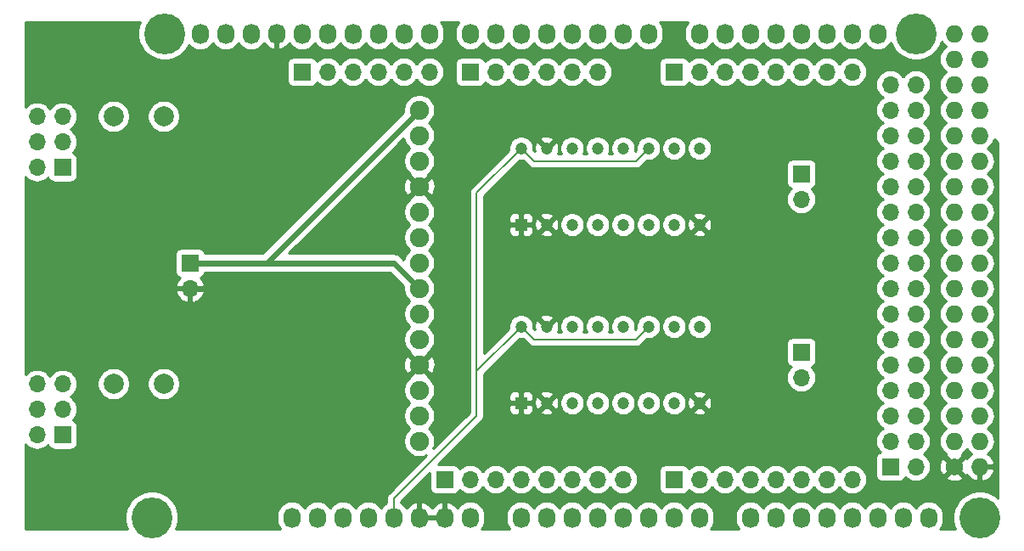
<source format=gbl>
G04 #@! TF.GenerationSoftware,KiCad,Pcbnew,(5.1.2-1)-1*
G04 #@! TF.CreationDate,2019-07-30T03:11:21+09:00*
G04 #@! TF.ProjectId,powerpack-shield,706f7765-7270-4616-936b-2d736869656c,rev?*
G04 #@! TF.SameCoordinates,PX6296c50PY74079d0*
G04 #@! TF.FileFunction,Copper,L2,Bot*
G04 #@! TF.FilePolarity,Positive*
%FSLAX46Y46*%
G04 Gerber Fmt 4.6, Leading zero omitted, Abs format (unit mm)*
G04 Created by KiCad (PCBNEW (5.1.2-1)-1) date 2019-07-30 03:11:21*
%MOMM*%
%LPD*%
G04 APERTURE LIST*
%ADD10C,1.727200*%
%ADD11O,1.727200X1.727200*%
%ADD12O,1.727200X2.032000*%
%ADD13C,4.064000*%
%ADD14R,1.700000X1.700000*%
%ADD15O,1.700000X1.700000*%
%ADD16C,2.000000*%
%ADD17C,1.900000*%
%ADD18R,1.200000X1.200000*%
%ADD19C,1.200000*%
%ADD20C,0.200000*%
%ADD21C,0.600000*%
%ADD22C,0.254000*%
G04 APERTURE END LIST*
D10*
X93980000Y7620000D03*
D11*
X96520000Y7620000D03*
X93980000Y10160000D03*
X96520000Y10160000D03*
X93980000Y12700000D03*
X96520000Y12700000D03*
X93980000Y15240000D03*
X96520000Y15240000D03*
X93980000Y17780000D03*
X96520000Y17780000D03*
X93980000Y20320000D03*
X96520000Y20320000D03*
X93980000Y22860000D03*
X96520000Y22860000D03*
X93980000Y25400000D03*
X96520000Y25400000D03*
X93980000Y27940000D03*
X96520000Y27940000D03*
X93980000Y30480000D03*
X96520000Y30480000D03*
X93980000Y33020000D03*
X96520000Y33020000D03*
X93980000Y35560000D03*
X96520000Y35560000D03*
X93980000Y38100000D03*
X96520000Y38100000D03*
X93980000Y40640000D03*
X96520000Y40640000D03*
X93980000Y43180000D03*
X96520000Y43180000D03*
X93980000Y45720000D03*
X96520000Y45720000D03*
X93980000Y48260000D03*
X96520000Y48260000D03*
X93980000Y50800000D03*
X96520000Y50800000D03*
D12*
X27940000Y2540000D03*
X30480000Y2540000D03*
X33020000Y2540000D03*
X35560000Y2540000D03*
X38100000Y2540000D03*
X40640000Y2540000D03*
X43180000Y2540000D03*
X45720000Y2540000D03*
X50800000Y2540000D03*
X53340000Y2540000D03*
X55880000Y2540000D03*
X58420000Y2540000D03*
X60960000Y2540000D03*
X63500000Y2540000D03*
X66040000Y2540000D03*
X68580000Y2540000D03*
X73660000Y2540000D03*
X76200000Y2540000D03*
X78740000Y2540000D03*
X81280000Y2540000D03*
X83820000Y2540000D03*
X86360000Y2540000D03*
X88900000Y2540000D03*
X91440000Y2540000D03*
X18796000Y50800000D03*
X21336000Y50800000D03*
X23876000Y50800000D03*
X26416000Y50800000D03*
X28956000Y50800000D03*
X31496000Y50800000D03*
X34036000Y50800000D03*
X36576000Y50800000D03*
X39116000Y50800000D03*
X41656000Y50800000D03*
X45720000Y50800000D03*
X48260000Y50800000D03*
X50800000Y50800000D03*
X53340000Y50800000D03*
X55880000Y50800000D03*
X58420000Y50800000D03*
X60960000Y50800000D03*
X63500000Y50800000D03*
X68580000Y50800000D03*
X71120000Y50800000D03*
X73660000Y50800000D03*
X76200000Y50800000D03*
X78740000Y50800000D03*
X81280000Y50800000D03*
X83820000Y50800000D03*
X86360000Y50800000D03*
D13*
X13970000Y2540000D03*
X96520000Y2540000D03*
X15240000Y50800000D03*
X90170000Y50800000D03*
D14*
X87630000Y7620000D03*
D15*
X90170000Y7620000D03*
X87630000Y10160000D03*
X90170000Y10160000D03*
X87630000Y12700000D03*
X90170000Y12700000D03*
X87630000Y15240000D03*
X90170000Y15240000D03*
X87630000Y17780000D03*
X90170000Y17780000D03*
X87630000Y20320000D03*
X90170000Y20320000D03*
X87630000Y22860000D03*
X90170000Y22860000D03*
X87630000Y25400000D03*
X90170000Y25400000D03*
X87630000Y27940000D03*
X90170000Y27940000D03*
X87630000Y30480000D03*
X90170000Y30480000D03*
X87630000Y33020000D03*
X90170000Y33020000D03*
X87630000Y35560000D03*
X90170000Y35560000D03*
X87630000Y38100000D03*
X90170000Y38100000D03*
X87630000Y40640000D03*
X90170000Y40640000D03*
X87630000Y43180000D03*
X90170000Y43180000D03*
X87630000Y45720000D03*
X90170000Y45720000D03*
D14*
X43180000Y6350000D03*
D15*
X45720000Y6350000D03*
X48260000Y6350000D03*
X50800000Y6350000D03*
X53340000Y6350000D03*
X55880000Y6350000D03*
X58420000Y6350000D03*
X60960000Y6350000D03*
X83820000Y6350000D03*
X81280000Y6350000D03*
X78740000Y6350000D03*
X76200000Y6350000D03*
X73660000Y6350000D03*
X71120000Y6350000D03*
X68580000Y6350000D03*
D14*
X66040000Y6350000D03*
X66040000Y46990000D03*
D15*
X68580000Y46990000D03*
X71120000Y46990000D03*
X73660000Y46990000D03*
X76200000Y46990000D03*
X78740000Y46990000D03*
X81280000Y46990000D03*
X83820000Y46990000D03*
D14*
X28956000Y46990000D03*
D15*
X31496000Y46990000D03*
X34036000Y46990000D03*
X36576000Y46990000D03*
X39116000Y46990000D03*
X41656000Y46990000D03*
X58420000Y46990000D03*
X55880000Y46990000D03*
X53340000Y46990000D03*
X50800000Y46990000D03*
X48260000Y46990000D03*
D14*
X45720000Y46990000D03*
D16*
X10160000Y15875000D03*
X15160000Y15875000D03*
D17*
X40640000Y25400000D03*
X40640000Y22860000D03*
X40640000Y20320000D03*
X40640000Y17780000D03*
X40640000Y15240000D03*
X40640000Y12700000D03*
X40640000Y10160000D03*
D18*
X50800000Y13970000D03*
D19*
X53340000Y13970000D03*
X55880000Y13970000D03*
X58420000Y13970000D03*
X60960000Y13970000D03*
X63500000Y13970000D03*
X66040000Y13970000D03*
X68580000Y13970000D03*
X68580000Y21590000D03*
X66040000Y21590000D03*
X63500000Y21590000D03*
X60960000Y21590000D03*
X58420000Y21590000D03*
X55880000Y21590000D03*
X53340000Y21590000D03*
X50800000Y21590000D03*
D14*
X5080000Y10795000D03*
D15*
X2540000Y10795000D03*
X5080000Y13335000D03*
X2540000Y13335000D03*
X5080000Y15875000D03*
X2540000Y15875000D03*
D14*
X78740000Y19050000D03*
D15*
X78740000Y16510000D03*
D14*
X17780000Y27940000D03*
D15*
X17780000Y25400000D03*
D16*
X10160000Y42545000D03*
X15160000Y42545000D03*
D17*
X40640000Y43180000D03*
X40640000Y40640000D03*
X40640000Y38100000D03*
X40640000Y35560000D03*
X40640000Y33020000D03*
X40640000Y30480000D03*
X40640000Y27940000D03*
D18*
X50800000Y31750000D03*
D19*
X53340000Y31750000D03*
X55880000Y31750000D03*
X58420000Y31750000D03*
X60960000Y31750000D03*
X63500000Y31750000D03*
X66040000Y31750000D03*
X68580000Y31750000D03*
X68580000Y39370000D03*
X66040000Y39370000D03*
X63500000Y39370000D03*
X60960000Y39370000D03*
X58420000Y39370000D03*
X55880000Y39370000D03*
X53340000Y39370000D03*
X50800000Y39370000D03*
D14*
X5080000Y37465000D03*
D15*
X2540000Y37465000D03*
X5080000Y40005000D03*
X2540000Y40005000D03*
X5080000Y42545000D03*
X2540000Y42545000D03*
D14*
X78740000Y36830000D03*
D15*
X78740000Y34290000D03*
D20*
X68580000Y13970000D02*
X69850000Y15240000D01*
X69850000Y15240000D02*
X69850000Y30480000D01*
X69850000Y30480000D02*
X68580000Y31750000D01*
X53939999Y32349999D02*
X53340000Y31750000D01*
X54610000Y33020000D02*
X53939999Y32349999D01*
X67310000Y33020000D02*
X54610000Y33020000D01*
X68580000Y31750000D02*
X67310000Y33020000D01*
X53939999Y14569999D02*
X53340000Y13970000D01*
X54610000Y15240000D02*
X53939999Y14569999D01*
X67310000Y15240000D02*
X54610000Y15240000D01*
X68580000Y13970000D02*
X67310000Y15240000D01*
D21*
X17780000Y25400000D02*
X33020000Y25400000D01*
X33020000Y25400000D02*
X40640000Y17780000D01*
X41589999Y18729999D02*
X40640000Y17780000D01*
X42545000Y19685000D02*
X41589999Y18729999D01*
X42545000Y33655000D02*
X42545000Y19685000D01*
X40640000Y35560000D02*
X42545000Y33655000D01*
D20*
X62900001Y38770001D02*
X63500000Y39370000D01*
X62230000Y38100000D02*
X62900001Y38770001D01*
X52070000Y38100000D02*
X62230000Y38100000D01*
X50800000Y39370000D02*
X52070000Y38100000D01*
X62230000Y20320000D02*
X62900001Y20990001D01*
X52070000Y20320000D02*
X62230000Y20320000D01*
X62900001Y20990001D02*
X63500000Y21590000D01*
X50800000Y21590000D02*
X52070000Y20320000D01*
X46355000Y17145000D02*
X50800000Y21590000D01*
X46355000Y34925000D02*
X50800000Y39370000D01*
X46355000Y17145000D02*
X46355000Y34925000D01*
X46355000Y12700000D02*
X46355000Y17145000D01*
X38100000Y4445000D02*
X46355000Y12700000D01*
X38100000Y2540000D02*
X38100000Y4445000D01*
D21*
X25400000Y27940000D02*
X40640000Y43180000D01*
X17780000Y27940000D02*
X25400000Y27940000D01*
X38100000Y27940000D02*
X40640000Y25400000D01*
X25400000Y27940000D02*
X38100000Y27940000D01*
D22*
G36*
X12675492Y51577935D02*
G01*
X12573000Y51062677D01*
X12573000Y50537323D01*
X12675492Y50022065D01*
X12876536Y49536702D01*
X13168406Y49099887D01*
X13539887Y48728406D01*
X13976702Y48436536D01*
X14462065Y48235492D01*
X14977323Y48133000D01*
X15502677Y48133000D01*
X16017935Y48235492D01*
X16503298Y48436536D01*
X16940113Y48728406D01*
X17311594Y49099887D01*
X17603464Y49536702D01*
X17659001Y49670781D01*
X17731203Y49582803D01*
X17959395Y49395531D01*
X18219737Y49256375D01*
X18502224Y49170684D01*
X18796000Y49141749D01*
X19089777Y49170684D01*
X19372264Y49256375D01*
X19632606Y49395531D01*
X19860797Y49582803D01*
X20048069Y49810994D01*
X20066000Y49844541D01*
X20083931Y49810994D01*
X20271203Y49582803D01*
X20499395Y49395531D01*
X20759737Y49256375D01*
X21042224Y49170684D01*
X21336000Y49141749D01*
X21629777Y49170684D01*
X21912264Y49256375D01*
X22172606Y49395531D01*
X22400797Y49582803D01*
X22588069Y49810994D01*
X22606000Y49844541D01*
X22623931Y49810994D01*
X22811203Y49582803D01*
X23039395Y49395531D01*
X23299737Y49256375D01*
X23582224Y49170684D01*
X23876000Y49141749D01*
X24169777Y49170684D01*
X24452264Y49256375D01*
X24712606Y49395531D01*
X24940797Y49582803D01*
X25128069Y49810994D01*
X25149424Y49850947D01*
X25297514Y49648271D01*
X25513965Y49449267D01*
X25765081Y49296314D01*
X26041211Y49195291D01*
X26056974Y49192642D01*
X26289000Y49313783D01*
X26289000Y50673000D01*
X26269000Y50673000D01*
X26269000Y50927000D01*
X26289000Y50927000D01*
X26289000Y50947000D01*
X26543000Y50947000D01*
X26543000Y50927000D01*
X26563000Y50927000D01*
X26563000Y50673000D01*
X26543000Y50673000D01*
X26543000Y49313783D01*
X26775026Y49192642D01*
X26790789Y49195291D01*
X27066919Y49296314D01*
X27318035Y49449267D01*
X27534486Y49648271D01*
X27682576Y49850947D01*
X27703931Y49810994D01*
X27891203Y49582803D01*
X28119395Y49395531D01*
X28379737Y49256375D01*
X28662224Y49170684D01*
X28956000Y49141749D01*
X29249777Y49170684D01*
X29532264Y49256375D01*
X29792606Y49395531D01*
X30020797Y49582803D01*
X30208069Y49810994D01*
X30226000Y49844541D01*
X30243931Y49810994D01*
X30431203Y49582803D01*
X30659395Y49395531D01*
X30919737Y49256375D01*
X31202224Y49170684D01*
X31496000Y49141749D01*
X31789777Y49170684D01*
X32072264Y49256375D01*
X32332606Y49395531D01*
X32560797Y49582803D01*
X32748069Y49810994D01*
X32766000Y49844541D01*
X32783931Y49810994D01*
X32971203Y49582803D01*
X33199395Y49395531D01*
X33459737Y49256375D01*
X33742224Y49170684D01*
X34036000Y49141749D01*
X34329777Y49170684D01*
X34612264Y49256375D01*
X34872606Y49395531D01*
X35100797Y49582803D01*
X35288069Y49810994D01*
X35306000Y49844541D01*
X35323931Y49810994D01*
X35511203Y49582803D01*
X35739395Y49395531D01*
X35999737Y49256375D01*
X36282224Y49170684D01*
X36576000Y49141749D01*
X36869777Y49170684D01*
X37152264Y49256375D01*
X37412606Y49395531D01*
X37640797Y49582803D01*
X37828069Y49810994D01*
X37846000Y49844541D01*
X37863931Y49810994D01*
X38051203Y49582803D01*
X38279395Y49395531D01*
X38539737Y49256375D01*
X38822224Y49170684D01*
X39116000Y49141749D01*
X39409777Y49170684D01*
X39692264Y49256375D01*
X39952606Y49395531D01*
X40180797Y49582803D01*
X40368069Y49810994D01*
X40386000Y49844541D01*
X40403931Y49810994D01*
X40591203Y49582803D01*
X40819395Y49395531D01*
X41079737Y49256375D01*
X41362224Y49170684D01*
X41656000Y49141749D01*
X41949777Y49170684D01*
X42232264Y49256375D01*
X42492606Y49395531D01*
X42720797Y49582803D01*
X42908069Y49810994D01*
X43047225Y50071337D01*
X43132916Y50353824D01*
X43154600Y50573982D01*
X43154600Y51026019D01*
X43132916Y51246177D01*
X43047225Y51528664D01*
X42908069Y51789006D01*
X42781689Y51943000D01*
X44594311Y51943000D01*
X44467931Y51789005D01*
X44328775Y51528663D01*
X44243084Y51246176D01*
X44221400Y51026018D01*
X44221400Y50573981D01*
X44243084Y50353823D01*
X44328775Y50071336D01*
X44467931Y49810994D01*
X44655203Y49582803D01*
X44883395Y49395531D01*
X45143737Y49256375D01*
X45426224Y49170684D01*
X45720000Y49141749D01*
X46013777Y49170684D01*
X46296264Y49256375D01*
X46556606Y49395531D01*
X46784797Y49582803D01*
X46972069Y49810994D01*
X46990000Y49844541D01*
X47007931Y49810994D01*
X47195203Y49582803D01*
X47423395Y49395531D01*
X47683737Y49256375D01*
X47966224Y49170684D01*
X48260000Y49141749D01*
X48553777Y49170684D01*
X48836264Y49256375D01*
X49096606Y49395531D01*
X49324797Y49582803D01*
X49512069Y49810994D01*
X49530000Y49844541D01*
X49547931Y49810994D01*
X49735203Y49582803D01*
X49963395Y49395531D01*
X50223737Y49256375D01*
X50506224Y49170684D01*
X50800000Y49141749D01*
X51093777Y49170684D01*
X51376264Y49256375D01*
X51636606Y49395531D01*
X51864797Y49582803D01*
X52052069Y49810994D01*
X52070000Y49844541D01*
X52087931Y49810994D01*
X52275203Y49582803D01*
X52503395Y49395531D01*
X52763737Y49256375D01*
X53046224Y49170684D01*
X53340000Y49141749D01*
X53633777Y49170684D01*
X53916264Y49256375D01*
X54176606Y49395531D01*
X54404797Y49582803D01*
X54592069Y49810994D01*
X54610000Y49844541D01*
X54627931Y49810994D01*
X54815203Y49582803D01*
X55043395Y49395531D01*
X55303737Y49256375D01*
X55586224Y49170684D01*
X55880000Y49141749D01*
X56173777Y49170684D01*
X56456264Y49256375D01*
X56716606Y49395531D01*
X56944797Y49582803D01*
X57132069Y49810994D01*
X57150000Y49844541D01*
X57167931Y49810994D01*
X57355203Y49582803D01*
X57583395Y49395531D01*
X57843737Y49256375D01*
X58126224Y49170684D01*
X58420000Y49141749D01*
X58713777Y49170684D01*
X58996264Y49256375D01*
X59256606Y49395531D01*
X59484797Y49582803D01*
X59672069Y49810994D01*
X59690000Y49844541D01*
X59707931Y49810994D01*
X59895203Y49582803D01*
X60123395Y49395531D01*
X60383737Y49256375D01*
X60666224Y49170684D01*
X60960000Y49141749D01*
X61253777Y49170684D01*
X61536264Y49256375D01*
X61796606Y49395531D01*
X62024797Y49582803D01*
X62212069Y49810994D01*
X62230000Y49844541D01*
X62247931Y49810994D01*
X62435203Y49582803D01*
X62663395Y49395531D01*
X62923737Y49256375D01*
X63206224Y49170684D01*
X63500000Y49141749D01*
X63793777Y49170684D01*
X64076264Y49256375D01*
X64336606Y49395531D01*
X64564797Y49582803D01*
X64752069Y49810994D01*
X64891225Y50071337D01*
X64976916Y50353824D01*
X64998600Y50573982D01*
X64998600Y51026019D01*
X64976916Y51246177D01*
X64891225Y51528664D01*
X64752069Y51789006D01*
X64625689Y51943000D01*
X67454311Y51943000D01*
X67327931Y51789005D01*
X67188775Y51528663D01*
X67103084Y51246176D01*
X67081400Y51026018D01*
X67081400Y50573981D01*
X67103084Y50353823D01*
X67188775Y50071336D01*
X67327931Y49810994D01*
X67515203Y49582803D01*
X67743395Y49395531D01*
X68003737Y49256375D01*
X68286224Y49170684D01*
X68580000Y49141749D01*
X68873777Y49170684D01*
X69156264Y49256375D01*
X69416606Y49395531D01*
X69644797Y49582803D01*
X69832069Y49810994D01*
X69850000Y49844541D01*
X69867931Y49810994D01*
X70055203Y49582803D01*
X70283395Y49395531D01*
X70543737Y49256375D01*
X70826224Y49170684D01*
X71120000Y49141749D01*
X71413777Y49170684D01*
X71696264Y49256375D01*
X71956606Y49395531D01*
X72184797Y49582803D01*
X72372069Y49810994D01*
X72390000Y49844541D01*
X72407931Y49810994D01*
X72595203Y49582803D01*
X72823395Y49395531D01*
X73083737Y49256375D01*
X73366224Y49170684D01*
X73660000Y49141749D01*
X73953777Y49170684D01*
X74236264Y49256375D01*
X74496606Y49395531D01*
X74724797Y49582803D01*
X74912069Y49810994D01*
X74930000Y49844541D01*
X74947931Y49810994D01*
X75135203Y49582803D01*
X75363395Y49395531D01*
X75623737Y49256375D01*
X75906224Y49170684D01*
X76200000Y49141749D01*
X76493777Y49170684D01*
X76776264Y49256375D01*
X77036606Y49395531D01*
X77264797Y49582803D01*
X77452069Y49810994D01*
X77470000Y49844541D01*
X77487931Y49810994D01*
X77675203Y49582803D01*
X77903395Y49395531D01*
X78163737Y49256375D01*
X78446224Y49170684D01*
X78740000Y49141749D01*
X79033777Y49170684D01*
X79316264Y49256375D01*
X79576606Y49395531D01*
X79804797Y49582803D01*
X79992069Y49810994D01*
X80010000Y49844541D01*
X80027931Y49810994D01*
X80215203Y49582803D01*
X80443395Y49395531D01*
X80703737Y49256375D01*
X80986224Y49170684D01*
X81280000Y49141749D01*
X81573777Y49170684D01*
X81856264Y49256375D01*
X82116606Y49395531D01*
X82344797Y49582803D01*
X82532069Y49810994D01*
X82550000Y49844541D01*
X82567931Y49810994D01*
X82755203Y49582803D01*
X82983395Y49395531D01*
X83243737Y49256375D01*
X83526224Y49170684D01*
X83820000Y49141749D01*
X84113777Y49170684D01*
X84396264Y49256375D01*
X84656606Y49395531D01*
X84884797Y49582803D01*
X85072069Y49810994D01*
X85090000Y49844541D01*
X85107931Y49810994D01*
X85295203Y49582803D01*
X85523395Y49395531D01*
X85783737Y49256375D01*
X86066224Y49170684D01*
X86360000Y49141749D01*
X86653777Y49170684D01*
X86936264Y49256375D01*
X87196606Y49395531D01*
X87424797Y49582803D01*
X87612069Y49810994D01*
X87657621Y49896215D01*
X87806536Y49536702D01*
X88098406Y49099887D01*
X88469887Y48728406D01*
X88906702Y48436536D01*
X89392065Y48235492D01*
X89907323Y48133000D01*
X90432677Y48133000D01*
X90947935Y48235492D01*
X91433298Y48436536D01*
X91870113Y48728406D01*
X92241594Y49099887D01*
X92533464Y49536702D01*
X92717945Y49982077D01*
X92727931Y49963394D01*
X92915203Y49735203D01*
X93143394Y49547931D01*
X93176940Y49530000D01*
X93143394Y49512069D01*
X92915203Y49324797D01*
X92727931Y49096606D01*
X92588775Y48836264D01*
X92503084Y48553777D01*
X92474149Y48260000D01*
X92503084Y47966223D01*
X92588775Y47683736D01*
X92727931Y47423394D01*
X92915203Y47195203D01*
X93143394Y47007931D01*
X93176940Y46990000D01*
X93143394Y46972069D01*
X92915203Y46784797D01*
X92727931Y46556606D01*
X92588775Y46296264D01*
X92503084Y46013777D01*
X92474149Y45720000D01*
X92503084Y45426223D01*
X92588775Y45143736D01*
X92727931Y44883394D01*
X92915203Y44655203D01*
X93143394Y44467931D01*
X93176940Y44450000D01*
X93143394Y44432069D01*
X92915203Y44244797D01*
X92727931Y44016606D01*
X92588775Y43756264D01*
X92503084Y43473777D01*
X92474149Y43180000D01*
X92503084Y42886223D01*
X92588775Y42603736D01*
X92727931Y42343394D01*
X92915203Y42115203D01*
X93143394Y41927931D01*
X93176940Y41910000D01*
X93143394Y41892069D01*
X92915203Y41704797D01*
X92727931Y41476606D01*
X92588775Y41216264D01*
X92503084Y40933777D01*
X92474149Y40640000D01*
X92503084Y40346223D01*
X92588775Y40063736D01*
X92727931Y39803394D01*
X92915203Y39575203D01*
X93143394Y39387931D01*
X93176940Y39370000D01*
X93143394Y39352069D01*
X92915203Y39164797D01*
X92727931Y38936606D01*
X92588775Y38676264D01*
X92503084Y38393777D01*
X92474149Y38100000D01*
X92503084Y37806223D01*
X92588775Y37523736D01*
X92727931Y37263394D01*
X92915203Y37035203D01*
X93143394Y36847931D01*
X93176940Y36830000D01*
X93143394Y36812069D01*
X92915203Y36624797D01*
X92727931Y36396606D01*
X92588775Y36136264D01*
X92503084Y35853777D01*
X92474149Y35560000D01*
X92503084Y35266223D01*
X92588775Y34983736D01*
X92727931Y34723394D01*
X92915203Y34495203D01*
X93143394Y34307931D01*
X93176940Y34290000D01*
X93143394Y34272069D01*
X92915203Y34084797D01*
X92727931Y33856606D01*
X92588775Y33596264D01*
X92503084Y33313777D01*
X92474149Y33020000D01*
X92503084Y32726223D01*
X92588775Y32443736D01*
X92727931Y32183394D01*
X92915203Y31955203D01*
X93143394Y31767931D01*
X93176940Y31750000D01*
X93143394Y31732069D01*
X92915203Y31544797D01*
X92727931Y31316606D01*
X92588775Y31056264D01*
X92503084Y30773777D01*
X92474149Y30480000D01*
X92503084Y30186223D01*
X92588775Y29903736D01*
X92727931Y29643394D01*
X92915203Y29415203D01*
X93143394Y29227931D01*
X93176940Y29210000D01*
X93143394Y29192069D01*
X92915203Y29004797D01*
X92727931Y28776606D01*
X92588775Y28516264D01*
X92503084Y28233777D01*
X92474149Y27940000D01*
X92503084Y27646223D01*
X92588775Y27363736D01*
X92727931Y27103394D01*
X92915203Y26875203D01*
X93143394Y26687931D01*
X93176940Y26670000D01*
X93143394Y26652069D01*
X92915203Y26464797D01*
X92727931Y26236606D01*
X92588775Y25976264D01*
X92503084Y25693777D01*
X92474149Y25400000D01*
X92503084Y25106223D01*
X92588775Y24823736D01*
X92727931Y24563394D01*
X92915203Y24335203D01*
X93143394Y24147931D01*
X93176940Y24130000D01*
X93143394Y24112069D01*
X92915203Y23924797D01*
X92727931Y23696606D01*
X92588775Y23436264D01*
X92503084Y23153777D01*
X92474149Y22860000D01*
X92503084Y22566223D01*
X92588775Y22283736D01*
X92727931Y22023394D01*
X92915203Y21795203D01*
X93143394Y21607931D01*
X93176940Y21590000D01*
X93143394Y21572069D01*
X92915203Y21384797D01*
X92727931Y21156606D01*
X92588775Y20896264D01*
X92503084Y20613777D01*
X92474149Y20320000D01*
X92503084Y20026223D01*
X92588775Y19743736D01*
X92727931Y19483394D01*
X92915203Y19255203D01*
X93143394Y19067931D01*
X93176940Y19050000D01*
X93143394Y19032069D01*
X92915203Y18844797D01*
X92727931Y18616606D01*
X92588775Y18356264D01*
X92503084Y18073777D01*
X92474149Y17780000D01*
X92503084Y17486223D01*
X92588775Y17203736D01*
X92727931Y16943394D01*
X92915203Y16715203D01*
X93143394Y16527931D01*
X93176940Y16510000D01*
X93143394Y16492069D01*
X92915203Y16304797D01*
X92727931Y16076606D01*
X92588775Y15816264D01*
X92503084Y15533777D01*
X92474149Y15240000D01*
X92503084Y14946223D01*
X92588775Y14663736D01*
X92727931Y14403394D01*
X92915203Y14175203D01*
X93143394Y13987931D01*
X93176940Y13970000D01*
X93143394Y13952069D01*
X92915203Y13764797D01*
X92727931Y13536606D01*
X92588775Y13276264D01*
X92503084Y12993777D01*
X92474149Y12700000D01*
X92503084Y12406223D01*
X92588775Y12123736D01*
X92727931Y11863394D01*
X92915203Y11635203D01*
X93143394Y11447931D01*
X93176940Y11430000D01*
X93143394Y11412069D01*
X92915203Y11224797D01*
X92727931Y10996606D01*
X92588775Y10736264D01*
X92503084Y10453777D01*
X92474149Y10160000D01*
X92503084Y9866223D01*
X92588775Y9583736D01*
X92727931Y9323394D01*
X92915203Y9095203D01*
X93143394Y8907931D01*
X93192305Y8881787D01*
X93121501Y8658104D01*
X93980000Y7799605D01*
X94838499Y8658104D01*
X94767695Y8881787D01*
X94816606Y8907931D01*
X95044797Y9095203D01*
X95232069Y9323394D01*
X95250000Y9356940D01*
X95267931Y9323394D01*
X95455203Y9095203D01*
X95683394Y8907931D01*
X95723433Y8886530D01*
X95509707Y8726854D01*
X95313183Y8508488D01*
X95251434Y8404641D01*
X95018104Y8478499D01*
X94159605Y7620000D01*
X95018104Y6761501D01*
X95251434Y6835359D01*
X95313183Y6731512D01*
X95509707Y6513146D01*
X95745056Y6337316D01*
X96010186Y6210778D01*
X96160974Y6165042D01*
X96393000Y6286183D01*
X96393000Y7493000D01*
X96647000Y7493000D01*
X96647000Y6286183D01*
X96879026Y6165042D01*
X97029814Y6210778D01*
X97294944Y6337316D01*
X97530293Y6513146D01*
X97726817Y6731512D01*
X97876964Y6984022D01*
X97974963Y7260973D01*
X97854464Y7493000D01*
X96647000Y7493000D01*
X96393000Y7493000D01*
X96373000Y7493000D01*
X96373000Y7747000D01*
X96393000Y7747000D01*
X96393000Y7767000D01*
X96647000Y7767000D01*
X96647000Y7747000D01*
X97854464Y7747000D01*
X97974963Y7979027D01*
X97876964Y8255978D01*
X97726817Y8508488D01*
X97530293Y8726854D01*
X97316567Y8886530D01*
X97356606Y8907931D01*
X97584797Y9095203D01*
X97772069Y9323394D01*
X97911225Y9583736D01*
X97996916Y9866223D01*
X98025851Y10160000D01*
X97996916Y10453777D01*
X97911225Y10736264D01*
X97772069Y10996606D01*
X97584797Y11224797D01*
X97356606Y11412069D01*
X97323060Y11430000D01*
X97356606Y11447931D01*
X97584797Y11635203D01*
X97772069Y11863394D01*
X97911225Y12123736D01*
X97996916Y12406223D01*
X98025851Y12700000D01*
X97996916Y12993777D01*
X97911225Y13276264D01*
X97772069Y13536606D01*
X97584797Y13764797D01*
X97356606Y13952069D01*
X97323060Y13970000D01*
X97356606Y13987931D01*
X97584797Y14175203D01*
X97772069Y14403394D01*
X97911225Y14663736D01*
X97996916Y14946223D01*
X98025851Y15240000D01*
X97996916Y15533777D01*
X97911225Y15816264D01*
X97772069Y16076606D01*
X97584797Y16304797D01*
X97356606Y16492069D01*
X97323060Y16510000D01*
X97356606Y16527931D01*
X97584797Y16715203D01*
X97772069Y16943394D01*
X97911225Y17203736D01*
X97996916Y17486223D01*
X98025851Y17780000D01*
X97996916Y18073777D01*
X97911225Y18356264D01*
X97772069Y18616606D01*
X97584797Y18844797D01*
X97356606Y19032069D01*
X97323060Y19050000D01*
X97356606Y19067931D01*
X97584797Y19255203D01*
X97772069Y19483394D01*
X97911225Y19743736D01*
X97996916Y20026223D01*
X98025851Y20320000D01*
X97996916Y20613777D01*
X97911225Y20896264D01*
X97772069Y21156606D01*
X97584797Y21384797D01*
X97356606Y21572069D01*
X97323060Y21590000D01*
X97356606Y21607931D01*
X97584797Y21795203D01*
X97772069Y22023394D01*
X97911225Y22283736D01*
X97996916Y22566223D01*
X98025851Y22860000D01*
X97996916Y23153777D01*
X97911225Y23436264D01*
X97772069Y23696606D01*
X97584797Y23924797D01*
X97356606Y24112069D01*
X97323060Y24130000D01*
X97356606Y24147931D01*
X97584797Y24335203D01*
X97772069Y24563394D01*
X97911225Y24823736D01*
X97996916Y25106223D01*
X98025851Y25400000D01*
X97996916Y25693777D01*
X97911225Y25976264D01*
X97772069Y26236606D01*
X97584797Y26464797D01*
X97356606Y26652069D01*
X97323060Y26670000D01*
X97356606Y26687931D01*
X97584797Y26875203D01*
X97772069Y27103394D01*
X97911225Y27363736D01*
X97996916Y27646223D01*
X98025851Y27940000D01*
X97996916Y28233777D01*
X97911225Y28516264D01*
X97772069Y28776606D01*
X97584797Y29004797D01*
X97356606Y29192069D01*
X97323060Y29210000D01*
X97356606Y29227931D01*
X97584797Y29415203D01*
X97772069Y29643394D01*
X97911225Y29903736D01*
X97996916Y30186223D01*
X98025851Y30480000D01*
X97996916Y30773777D01*
X97911225Y31056264D01*
X97772069Y31316606D01*
X97584797Y31544797D01*
X97356606Y31732069D01*
X97323060Y31750000D01*
X97356606Y31767931D01*
X97584797Y31955203D01*
X97772069Y32183394D01*
X97911225Y32443736D01*
X97996916Y32726223D01*
X98025851Y33020000D01*
X97996916Y33313777D01*
X97911225Y33596264D01*
X97772069Y33856606D01*
X97584797Y34084797D01*
X97356606Y34272069D01*
X97323060Y34290000D01*
X97356606Y34307931D01*
X97584797Y34495203D01*
X97772069Y34723394D01*
X97911225Y34983736D01*
X97996916Y35266223D01*
X98025851Y35560000D01*
X97996916Y35853777D01*
X97911225Y36136264D01*
X97772069Y36396606D01*
X97584797Y36624797D01*
X97356606Y36812069D01*
X97323060Y36830000D01*
X97356606Y36847931D01*
X97584797Y37035203D01*
X97772069Y37263394D01*
X97911225Y37523736D01*
X97996916Y37806223D01*
X98025851Y38100000D01*
X97996916Y38393777D01*
X97911225Y38676264D01*
X97772069Y38936606D01*
X97584797Y39164797D01*
X97356606Y39352069D01*
X97323060Y39370000D01*
X97356606Y39387931D01*
X97584797Y39575203D01*
X97772069Y39803394D01*
X97911225Y40063736D01*
X97975330Y40275064D01*
X98350000Y39900394D01*
X98350001Y4481706D01*
X98220113Y4611594D01*
X97783298Y4903464D01*
X97297935Y5104508D01*
X96782677Y5207000D01*
X96257323Y5207000D01*
X95742065Y5104508D01*
X95256702Y4903464D01*
X94819887Y4611594D01*
X94448406Y4240113D01*
X94156536Y3803298D01*
X93955492Y3317935D01*
X93853000Y2802677D01*
X93853000Y2277323D01*
X93955492Y1762065D01*
X94106707Y1397000D01*
X92565689Y1397000D01*
X92692069Y1550994D01*
X92831225Y1811337D01*
X92916916Y2093824D01*
X92938600Y2313982D01*
X92938600Y2766019D01*
X92916916Y2986177D01*
X92831225Y3268664D01*
X92692069Y3529006D01*
X92504797Y3757197D01*
X92276605Y3944469D01*
X92016263Y4083625D01*
X91733776Y4169316D01*
X91440000Y4198251D01*
X91146223Y4169316D01*
X90863736Y4083625D01*
X90603394Y3944469D01*
X90375203Y3757197D01*
X90187931Y3529005D01*
X90170000Y3495459D01*
X90152069Y3529006D01*
X89964797Y3757197D01*
X89736605Y3944469D01*
X89476263Y4083625D01*
X89193776Y4169316D01*
X88900000Y4198251D01*
X88606223Y4169316D01*
X88323736Y4083625D01*
X88063394Y3944469D01*
X87835203Y3757197D01*
X87647931Y3529005D01*
X87630000Y3495459D01*
X87612069Y3529006D01*
X87424797Y3757197D01*
X87196605Y3944469D01*
X86936263Y4083625D01*
X86653776Y4169316D01*
X86360000Y4198251D01*
X86066223Y4169316D01*
X85783736Y4083625D01*
X85523394Y3944469D01*
X85295203Y3757197D01*
X85107931Y3529005D01*
X85090000Y3495459D01*
X85072069Y3529006D01*
X84884797Y3757197D01*
X84656605Y3944469D01*
X84396263Y4083625D01*
X84113776Y4169316D01*
X83820000Y4198251D01*
X83526223Y4169316D01*
X83243736Y4083625D01*
X82983394Y3944469D01*
X82755203Y3757197D01*
X82567931Y3529005D01*
X82550000Y3495459D01*
X82532069Y3529006D01*
X82344797Y3757197D01*
X82116605Y3944469D01*
X81856263Y4083625D01*
X81573776Y4169316D01*
X81280000Y4198251D01*
X80986223Y4169316D01*
X80703736Y4083625D01*
X80443394Y3944469D01*
X80215203Y3757197D01*
X80027931Y3529005D01*
X80010000Y3495459D01*
X79992069Y3529006D01*
X79804797Y3757197D01*
X79576605Y3944469D01*
X79316263Y4083625D01*
X79033776Y4169316D01*
X78740000Y4198251D01*
X78446223Y4169316D01*
X78163736Y4083625D01*
X77903394Y3944469D01*
X77675203Y3757197D01*
X77487931Y3529005D01*
X77470000Y3495459D01*
X77452069Y3529006D01*
X77264797Y3757197D01*
X77036605Y3944469D01*
X76776263Y4083625D01*
X76493776Y4169316D01*
X76200000Y4198251D01*
X75906223Y4169316D01*
X75623736Y4083625D01*
X75363394Y3944469D01*
X75135203Y3757197D01*
X74947931Y3529005D01*
X74930000Y3495459D01*
X74912069Y3529006D01*
X74724797Y3757197D01*
X74496605Y3944469D01*
X74236263Y4083625D01*
X73953776Y4169316D01*
X73660000Y4198251D01*
X73366223Y4169316D01*
X73083736Y4083625D01*
X72823394Y3944469D01*
X72595203Y3757197D01*
X72407931Y3529005D01*
X72268775Y3268663D01*
X72183084Y2986176D01*
X72161400Y2766018D01*
X72161400Y2313981D01*
X72183084Y2093823D01*
X72268775Y1811336D01*
X72407931Y1550994D01*
X72534311Y1397000D01*
X69705689Y1397000D01*
X69832069Y1550994D01*
X69971225Y1811337D01*
X70056916Y2093824D01*
X70078600Y2313982D01*
X70078600Y2766019D01*
X70056916Y2986177D01*
X69971225Y3268664D01*
X69832069Y3529006D01*
X69644797Y3757197D01*
X69416605Y3944469D01*
X69156263Y4083625D01*
X68873776Y4169316D01*
X68580000Y4198251D01*
X68286223Y4169316D01*
X68003736Y4083625D01*
X67743394Y3944469D01*
X67515203Y3757197D01*
X67327931Y3529005D01*
X67310000Y3495459D01*
X67292069Y3529006D01*
X67104797Y3757197D01*
X66876605Y3944469D01*
X66616263Y4083625D01*
X66333776Y4169316D01*
X66040000Y4198251D01*
X65746223Y4169316D01*
X65463736Y4083625D01*
X65203394Y3944469D01*
X64975203Y3757197D01*
X64787931Y3529005D01*
X64770000Y3495459D01*
X64752069Y3529006D01*
X64564797Y3757197D01*
X64336605Y3944469D01*
X64076263Y4083625D01*
X63793776Y4169316D01*
X63500000Y4198251D01*
X63206223Y4169316D01*
X62923736Y4083625D01*
X62663394Y3944469D01*
X62435203Y3757197D01*
X62247931Y3529005D01*
X62230000Y3495459D01*
X62212069Y3529006D01*
X62024797Y3757197D01*
X61796605Y3944469D01*
X61536263Y4083625D01*
X61253776Y4169316D01*
X60960000Y4198251D01*
X60666223Y4169316D01*
X60383736Y4083625D01*
X60123394Y3944469D01*
X59895203Y3757197D01*
X59707931Y3529005D01*
X59690000Y3495459D01*
X59672069Y3529006D01*
X59484797Y3757197D01*
X59256605Y3944469D01*
X58996263Y4083625D01*
X58713776Y4169316D01*
X58420000Y4198251D01*
X58126223Y4169316D01*
X57843736Y4083625D01*
X57583394Y3944469D01*
X57355203Y3757197D01*
X57167931Y3529005D01*
X57150000Y3495459D01*
X57132069Y3529006D01*
X56944797Y3757197D01*
X56716605Y3944469D01*
X56456263Y4083625D01*
X56173776Y4169316D01*
X55880000Y4198251D01*
X55586223Y4169316D01*
X55303736Y4083625D01*
X55043394Y3944469D01*
X54815203Y3757197D01*
X54627931Y3529005D01*
X54610000Y3495459D01*
X54592069Y3529006D01*
X54404797Y3757197D01*
X54176605Y3944469D01*
X53916263Y4083625D01*
X53633776Y4169316D01*
X53340000Y4198251D01*
X53046223Y4169316D01*
X52763736Y4083625D01*
X52503394Y3944469D01*
X52275203Y3757197D01*
X52087931Y3529005D01*
X52070000Y3495459D01*
X52052069Y3529006D01*
X51864797Y3757197D01*
X51636605Y3944469D01*
X51376263Y4083625D01*
X51093776Y4169316D01*
X50800000Y4198251D01*
X50506223Y4169316D01*
X50223736Y4083625D01*
X49963394Y3944469D01*
X49735203Y3757197D01*
X49547931Y3529005D01*
X49408775Y3268663D01*
X49323084Y2986176D01*
X49301400Y2766018D01*
X49301400Y2313981D01*
X49323084Y2093823D01*
X49408775Y1811336D01*
X49547931Y1550994D01*
X49674311Y1397000D01*
X46845689Y1397000D01*
X46972069Y1550994D01*
X47111225Y1811337D01*
X47196916Y2093824D01*
X47218600Y2313982D01*
X47218600Y2766019D01*
X47196916Y2986177D01*
X47111225Y3268664D01*
X46972069Y3529006D01*
X46784797Y3757197D01*
X46556605Y3944469D01*
X46296263Y4083625D01*
X46013776Y4169316D01*
X45720000Y4198251D01*
X45426223Y4169316D01*
X45143736Y4083625D01*
X44883394Y3944469D01*
X44655203Y3757197D01*
X44467931Y3529005D01*
X44446576Y3489053D01*
X44298486Y3691729D01*
X44082035Y3890733D01*
X43830919Y4043686D01*
X43554789Y4144709D01*
X43539026Y4147358D01*
X43307000Y4026217D01*
X43307000Y2667000D01*
X43327000Y2667000D01*
X43327000Y2413000D01*
X43307000Y2413000D01*
X43307000Y2393000D01*
X43053000Y2393000D01*
X43053000Y2413000D01*
X40767000Y2413000D01*
X40767000Y2393000D01*
X40513000Y2393000D01*
X40513000Y2413000D01*
X40493000Y2413000D01*
X40493000Y2667000D01*
X40513000Y2667000D01*
X40513000Y4026217D01*
X40767000Y4026217D01*
X40767000Y2667000D01*
X43053000Y2667000D01*
X43053000Y4026217D01*
X42820974Y4147358D01*
X42805211Y4144709D01*
X42529081Y4043686D01*
X42277965Y3890733D01*
X42061514Y3691729D01*
X41910000Y3484367D01*
X41758486Y3691729D01*
X41542035Y3890733D01*
X41290919Y4043686D01*
X41014789Y4144709D01*
X40999026Y4147358D01*
X40767000Y4026217D01*
X40513000Y4026217D01*
X40280974Y4147358D01*
X40265211Y4144709D01*
X39989081Y4043686D01*
X39737965Y3890733D01*
X39521514Y3691729D01*
X39373424Y3489053D01*
X39352069Y3529006D01*
X39164797Y3757197D01*
X38936605Y3944469D01*
X38835000Y3998778D01*
X38835000Y4140554D01*
X41691928Y6997482D01*
X41691928Y5500000D01*
X41704188Y5375518D01*
X41740498Y5255820D01*
X41799463Y5145506D01*
X41878815Y5048815D01*
X41975506Y4969463D01*
X42085820Y4910498D01*
X42205518Y4874188D01*
X42330000Y4861928D01*
X44030000Y4861928D01*
X44154482Y4874188D01*
X44274180Y4910498D01*
X44384494Y4969463D01*
X44481185Y5048815D01*
X44560537Y5145506D01*
X44619502Y5255820D01*
X44640393Y5324687D01*
X44664866Y5294866D01*
X44890986Y5109294D01*
X45148966Y4971401D01*
X45428889Y4886487D01*
X45647050Y4865000D01*
X45792950Y4865000D01*
X46011111Y4886487D01*
X46291034Y4971401D01*
X46549014Y5109294D01*
X46775134Y5294866D01*
X46960706Y5520986D01*
X46990000Y5575791D01*
X47019294Y5520986D01*
X47204866Y5294866D01*
X47430986Y5109294D01*
X47688966Y4971401D01*
X47968889Y4886487D01*
X48187050Y4865000D01*
X48332950Y4865000D01*
X48551111Y4886487D01*
X48831034Y4971401D01*
X49089014Y5109294D01*
X49315134Y5294866D01*
X49500706Y5520986D01*
X49530000Y5575791D01*
X49559294Y5520986D01*
X49744866Y5294866D01*
X49970986Y5109294D01*
X50228966Y4971401D01*
X50508889Y4886487D01*
X50727050Y4865000D01*
X50872950Y4865000D01*
X51091111Y4886487D01*
X51371034Y4971401D01*
X51629014Y5109294D01*
X51855134Y5294866D01*
X52040706Y5520986D01*
X52070000Y5575791D01*
X52099294Y5520986D01*
X52284866Y5294866D01*
X52510986Y5109294D01*
X52768966Y4971401D01*
X53048889Y4886487D01*
X53267050Y4865000D01*
X53412950Y4865000D01*
X53631111Y4886487D01*
X53911034Y4971401D01*
X54169014Y5109294D01*
X54395134Y5294866D01*
X54580706Y5520986D01*
X54610000Y5575791D01*
X54639294Y5520986D01*
X54824866Y5294866D01*
X55050986Y5109294D01*
X55308966Y4971401D01*
X55588889Y4886487D01*
X55807050Y4865000D01*
X55952950Y4865000D01*
X56171111Y4886487D01*
X56451034Y4971401D01*
X56709014Y5109294D01*
X56935134Y5294866D01*
X57120706Y5520986D01*
X57150000Y5575791D01*
X57179294Y5520986D01*
X57364866Y5294866D01*
X57590986Y5109294D01*
X57848966Y4971401D01*
X58128889Y4886487D01*
X58347050Y4865000D01*
X58492950Y4865000D01*
X58711111Y4886487D01*
X58991034Y4971401D01*
X59249014Y5109294D01*
X59475134Y5294866D01*
X59660706Y5520986D01*
X59690000Y5575791D01*
X59719294Y5520986D01*
X59904866Y5294866D01*
X60130986Y5109294D01*
X60388966Y4971401D01*
X60668889Y4886487D01*
X60887050Y4865000D01*
X61032950Y4865000D01*
X61251111Y4886487D01*
X61531034Y4971401D01*
X61789014Y5109294D01*
X62015134Y5294866D01*
X62200706Y5520986D01*
X62338599Y5778966D01*
X62423513Y6058889D01*
X62452185Y6350000D01*
X62423513Y6641111D01*
X62338599Y6921034D01*
X62200706Y7179014D01*
X62183484Y7200000D01*
X64551928Y7200000D01*
X64551928Y5500000D01*
X64564188Y5375518D01*
X64600498Y5255820D01*
X64659463Y5145506D01*
X64738815Y5048815D01*
X64835506Y4969463D01*
X64945820Y4910498D01*
X65065518Y4874188D01*
X65190000Y4861928D01*
X66890000Y4861928D01*
X67014482Y4874188D01*
X67134180Y4910498D01*
X67244494Y4969463D01*
X67341185Y5048815D01*
X67420537Y5145506D01*
X67479502Y5255820D01*
X67500393Y5324687D01*
X67524866Y5294866D01*
X67750986Y5109294D01*
X68008966Y4971401D01*
X68288889Y4886487D01*
X68507050Y4865000D01*
X68652950Y4865000D01*
X68871111Y4886487D01*
X69151034Y4971401D01*
X69409014Y5109294D01*
X69635134Y5294866D01*
X69820706Y5520986D01*
X69850000Y5575791D01*
X69879294Y5520986D01*
X70064866Y5294866D01*
X70290986Y5109294D01*
X70548966Y4971401D01*
X70828889Y4886487D01*
X71047050Y4865000D01*
X71192950Y4865000D01*
X71411111Y4886487D01*
X71691034Y4971401D01*
X71949014Y5109294D01*
X72175134Y5294866D01*
X72360706Y5520986D01*
X72390000Y5575791D01*
X72419294Y5520986D01*
X72604866Y5294866D01*
X72830986Y5109294D01*
X73088966Y4971401D01*
X73368889Y4886487D01*
X73587050Y4865000D01*
X73732950Y4865000D01*
X73951111Y4886487D01*
X74231034Y4971401D01*
X74489014Y5109294D01*
X74715134Y5294866D01*
X74900706Y5520986D01*
X74930000Y5575791D01*
X74959294Y5520986D01*
X75144866Y5294866D01*
X75370986Y5109294D01*
X75628966Y4971401D01*
X75908889Y4886487D01*
X76127050Y4865000D01*
X76272950Y4865000D01*
X76491111Y4886487D01*
X76771034Y4971401D01*
X77029014Y5109294D01*
X77255134Y5294866D01*
X77440706Y5520986D01*
X77470000Y5575791D01*
X77499294Y5520986D01*
X77684866Y5294866D01*
X77910986Y5109294D01*
X78168966Y4971401D01*
X78448889Y4886487D01*
X78667050Y4865000D01*
X78812950Y4865000D01*
X79031111Y4886487D01*
X79311034Y4971401D01*
X79569014Y5109294D01*
X79795134Y5294866D01*
X79980706Y5520986D01*
X80010000Y5575791D01*
X80039294Y5520986D01*
X80224866Y5294866D01*
X80450986Y5109294D01*
X80708966Y4971401D01*
X80988889Y4886487D01*
X81207050Y4865000D01*
X81352950Y4865000D01*
X81571111Y4886487D01*
X81851034Y4971401D01*
X82109014Y5109294D01*
X82335134Y5294866D01*
X82520706Y5520986D01*
X82550000Y5575791D01*
X82579294Y5520986D01*
X82764866Y5294866D01*
X82990986Y5109294D01*
X83248966Y4971401D01*
X83528889Y4886487D01*
X83747050Y4865000D01*
X83892950Y4865000D01*
X84111111Y4886487D01*
X84391034Y4971401D01*
X84649014Y5109294D01*
X84875134Y5294866D01*
X85060706Y5520986D01*
X85198599Y5778966D01*
X85283513Y6058889D01*
X85312185Y6350000D01*
X85283513Y6641111D01*
X85198599Y6921034D01*
X85060706Y7179014D01*
X84875134Y7405134D01*
X84649014Y7590706D01*
X84391034Y7728599D01*
X84111111Y7813513D01*
X83892950Y7835000D01*
X83747050Y7835000D01*
X83528889Y7813513D01*
X83248966Y7728599D01*
X82990986Y7590706D01*
X82764866Y7405134D01*
X82579294Y7179014D01*
X82550000Y7124209D01*
X82520706Y7179014D01*
X82335134Y7405134D01*
X82109014Y7590706D01*
X81851034Y7728599D01*
X81571111Y7813513D01*
X81352950Y7835000D01*
X81207050Y7835000D01*
X80988889Y7813513D01*
X80708966Y7728599D01*
X80450986Y7590706D01*
X80224866Y7405134D01*
X80039294Y7179014D01*
X80010000Y7124209D01*
X79980706Y7179014D01*
X79795134Y7405134D01*
X79569014Y7590706D01*
X79311034Y7728599D01*
X79031111Y7813513D01*
X78812950Y7835000D01*
X78667050Y7835000D01*
X78448889Y7813513D01*
X78168966Y7728599D01*
X77910986Y7590706D01*
X77684866Y7405134D01*
X77499294Y7179014D01*
X77470000Y7124209D01*
X77440706Y7179014D01*
X77255134Y7405134D01*
X77029014Y7590706D01*
X76771034Y7728599D01*
X76491111Y7813513D01*
X76272950Y7835000D01*
X76127050Y7835000D01*
X75908889Y7813513D01*
X75628966Y7728599D01*
X75370986Y7590706D01*
X75144866Y7405134D01*
X74959294Y7179014D01*
X74930000Y7124209D01*
X74900706Y7179014D01*
X74715134Y7405134D01*
X74489014Y7590706D01*
X74231034Y7728599D01*
X73951111Y7813513D01*
X73732950Y7835000D01*
X73587050Y7835000D01*
X73368889Y7813513D01*
X73088966Y7728599D01*
X72830986Y7590706D01*
X72604866Y7405134D01*
X72419294Y7179014D01*
X72390000Y7124209D01*
X72360706Y7179014D01*
X72175134Y7405134D01*
X71949014Y7590706D01*
X71691034Y7728599D01*
X71411111Y7813513D01*
X71192950Y7835000D01*
X71047050Y7835000D01*
X70828889Y7813513D01*
X70548966Y7728599D01*
X70290986Y7590706D01*
X70064866Y7405134D01*
X69879294Y7179014D01*
X69850000Y7124209D01*
X69820706Y7179014D01*
X69635134Y7405134D01*
X69409014Y7590706D01*
X69151034Y7728599D01*
X68871111Y7813513D01*
X68652950Y7835000D01*
X68507050Y7835000D01*
X68288889Y7813513D01*
X68008966Y7728599D01*
X67750986Y7590706D01*
X67524866Y7405134D01*
X67500393Y7375313D01*
X67479502Y7444180D01*
X67420537Y7554494D01*
X67341185Y7651185D01*
X67244494Y7730537D01*
X67134180Y7789502D01*
X67014482Y7825812D01*
X66890000Y7838072D01*
X65190000Y7838072D01*
X65065518Y7825812D01*
X64945820Y7789502D01*
X64835506Y7730537D01*
X64738815Y7651185D01*
X64659463Y7554494D01*
X64600498Y7444180D01*
X64564188Y7324482D01*
X64551928Y7200000D01*
X62183484Y7200000D01*
X62015134Y7405134D01*
X61789014Y7590706D01*
X61531034Y7728599D01*
X61251111Y7813513D01*
X61032950Y7835000D01*
X60887050Y7835000D01*
X60668889Y7813513D01*
X60388966Y7728599D01*
X60130986Y7590706D01*
X59904866Y7405134D01*
X59719294Y7179014D01*
X59690000Y7124209D01*
X59660706Y7179014D01*
X59475134Y7405134D01*
X59249014Y7590706D01*
X58991034Y7728599D01*
X58711111Y7813513D01*
X58492950Y7835000D01*
X58347050Y7835000D01*
X58128889Y7813513D01*
X57848966Y7728599D01*
X57590986Y7590706D01*
X57364866Y7405134D01*
X57179294Y7179014D01*
X57150000Y7124209D01*
X57120706Y7179014D01*
X56935134Y7405134D01*
X56709014Y7590706D01*
X56451034Y7728599D01*
X56171111Y7813513D01*
X55952950Y7835000D01*
X55807050Y7835000D01*
X55588889Y7813513D01*
X55308966Y7728599D01*
X55050986Y7590706D01*
X54824866Y7405134D01*
X54639294Y7179014D01*
X54610000Y7124209D01*
X54580706Y7179014D01*
X54395134Y7405134D01*
X54169014Y7590706D01*
X53911034Y7728599D01*
X53631111Y7813513D01*
X53412950Y7835000D01*
X53267050Y7835000D01*
X53048889Y7813513D01*
X52768966Y7728599D01*
X52510986Y7590706D01*
X52284866Y7405134D01*
X52099294Y7179014D01*
X52070000Y7124209D01*
X52040706Y7179014D01*
X51855134Y7405134D01*
X51629014Y7590706D01*
X51371034Y7728599D01*
X51091111Y7813513D01*
X50872950Y7835000D01*
X50727050Y7835000D01*
X50508889Y7813513D01*
X50228966Y7728599D01*
X49970986Y7590706D01*
X49744866Y7405134D01*
X49559294Y7179014D01*
X49530000Y7124209D01*
X49500706Y7179014D01*
X49315134Y7405134D01*
X49089014Y7590706D01*
X48831034Y7728599D01*
X48551111Y7813513D01*
X48332950Y7835000D01*
X48187050Y7835000D01*
X47968889Y7813513D01*
X47688966Y7728599D01*
X47430986Y7590706D01*
X47204866Y7405134D01*
X47019294Y7179014D01*
X46990000Y7124209D01*
X46960706Y7179014D01*
X46775134Y7405134D01*
X46549014Y7590706D01*
X46291034Y7728599D01*
X46011111Y7813513D01*
X45792950Y7835000D01*
X45647050Y7835000D01*
X45428889Y7813513D01*
X45148966Y7728599D01*
X44890986Y7590706D01*
X44664866Y7405134D01*
X44640393Y7375313D01*
X44619502Y7444180D01*
X44560537Y7554494D01*
X44481185Y7651185D01*
X44384494Y7730537D01*
X44274180Y7789502D01*
X44154482Y7825812D01*
X44030000Y7838072D01*
X42532518Y7838072D01*
X46849198Y12154751D01*
X46877237Y12177762D01*
X46900250Y12205803D01*
X46900253Y12205806D01*
X46926405Y12237673D01*
X46969087Y12289680D01*
X47037337Y12417367D01*
X47079365Y12555915D01*
X47090000Y12663895D01*
X47090000Y12663896D01*
X47093556Y12700000D01*
X47090000Y12736105D01*
X47090000Y13370000D01*
X49561928Y13370000D01*
X49574188Y13245518D01*
X49610498Y13125820D01*
X49669463Y13015506D01*
X49748815Y12918815D01*
X49845506Y12839463D01*
X49955820Y12780498D01*
X50075518Y12744188D01*
X50200000Y12731928D01*
X50514250Y12735000D01*
X50673000Y12893750D01*
X50673000Y13843000D01*
X50927000Y13843000D01*
X50927000Y12893750D01*
X51085750Y12735000D01*
X51400000Y12731928D01*
X51524482Y12744188D01*
X51644180Y12780498D01*
X51754494Y12839463D01*
X51851185Y12918815D01*
X51930537Y13015506D01*
X51986517Y13120236D01*
X52669841Y13120236D01*
X52717148Y12896652D01*
X52938516Y12795763D01*
X53175313Y12740000D01*
X53418438Y12731505D01*
X53658549Y12770605D01*
X53886418Y12855798D01*
X53962852Y12896652D01*
X54010159Y13120236D01*
X53340000Y13790395D01*
X52669841Y13120236D01*
X51986517Y13120236D01*
X51989502Y13125820D01*
X52025812Y13245518D01*
X52038072Y13370000D01*
X52035000Y13684250D01*
X51876250Y13843000D01*
X50927000Y13843000D01*
X50673000Y13843000D01*
X49723750Y13843000D01*
X49565000Y13684250D01*
X49561928Y13370000D01*
X47090000Y13370000D01*
X47090000Y13891562D01*
X52101505Y13891562D01*
X52140605Y13651451D01*
X52225798Y13423582D01*
X52266652Y13347148D01*
X52490236Y13299841D01*
X53160395Y13970000D01*
X53519605Y13970000D01*
X54189764Y13299841D01*
X54413348Y13347148D01*
X54514237Y13568516D01*
X54570000Y13805313D01*
X54578495Y14048438D01*
X54571461Y14091637D01*
X54645000Y14091637D01*
X54645000Y13848363D01*
X54692460Y13609764D01*
X54785557Y13385008D01*
X54920713Y13182733D01*
X55092733Y13010713D01*
X55295008Y12875557D01*
X55519764Y12782460D01*
X55758363Y12735000D01*
X56001637Y12735000D01*
X56240236Y12782460D01*
X56464992Y12875557D01*
X56667267Y13010713D01*
X56839287Y13182733D01*
X56974443Y13385008D01*
X57067540Y13609764D01*
X57115000Y13848363D01*
X57115000Y14091637D01*
X57185000Y14091637D01*
X57185000Y13848363D01*
X57232460Y13609764D01*
X57325557Y13385008D01*
X57460713Y13182733D01*
X57632733Y13010713D01*
X57835008Y12875557D01*
X58059764Y12782460D01*
X58298363Y12735000D01*
X58541637Y12735000D01*
X58780236Y12782460D01*
X59004992Y12875557D01*
X59207267Y13010713D01*
X59379287Y13182733D01*
X59514443Y13385008D01*
X59607540Y13609764D01*
X59655000Y13848363D01*
X59655000Y14091637D01*
X59725000Y14091637D01*
X59725000Y13848363D01*
X59772460Y13609764D01*
X59865557Y13385008D01*
X60000713Y13182733D01*
X60172733Y13010713D01*
X60375008Y12875557D01*
X60599764Y12782460D01*
X60838363Y12735000D01*
X61081637Y12735000D01*
X61320236Y12782460D01*
X61544992Y12875557D01*
X61747267Y13010713D01*
X61919287Y13182733D01*
X62054443Y13385008D01*
X62147540Y13609764D01*
X62195000Y13848363D01*
X62195000Y14091637D01*
X62265000Y14091637D01*
X62265000Y13848363D01*
X62312460Y13609764D01*
X62405557Y13385008D01*
X62540713Y13182733D01*
X62712733Y13010713D01*
X62915008Y12875557D01*
X63139764Y12782460D01*
X63378363Y12735000D01*
X63621637Y12735000D01*
X63860236Y12782460D01*
X64084992Y12875557D01*
X64287267Y13010713D01*
X64459287Y13182733D01*
X64594443Y13385008D01*
X64687540Y13609764D01*
X64735000Y13848363D01*
X64735000Y14091637D01*
X64805000Y14091637D01*
X64805000Y13848363D01*
X64852460Y13609764D01*
X64945557Y13385008D01*
X65080713Y13182733D01*
X65252733Y13010713D01*
X65455008Y12875557D01*
X65679764Y12782460D01*
X65918363Y12735000D01*
X66161637Y12735000D01*
X66400236Y12782460D01*
X66624992Y12875557D01*
X66827267Y13010713D01*
X66936790Y13120236D01*
X67909841Y13120236D01*
X67957148Y12896652D01*
X68178516Y12795763D01*
X68415313Y12740000D01*
X68658438Y12731505D01*
X68898549Y12770605D01*
X69126418Y12855798D01*
X69202852Y12896652D01*
X69250159Y13120236D01*
X68580000Y13790395D01*
X67909841Y13120236D01*
X66936790Y13120236D01*
X66999287Y13182733D01*
X67134443Y13385008D01*
X67227540Y13609764D01*
X67275000Y13848363D01*
X67275000Y13891562D01*
X67341505Y13891562D01*
X67380605Y13651451D01*
X67465798Y13423582D01*
X67506652Y13347148D01*
X67730236Y13299841D01*
X68400395Y13970000D01*
X68759605Y13970000D01*
X69429764Y13299841D01*
X69653348Y13347148D01*
X69754237Y13568516D01*
X69810000Y13805313D01*
X69818495Y14048438D01*
X69779395Y14288549D01*
X69694202Y14516418D01*
X69653348Y14592852D01*
X69429764Y14640159D01*
X68759605Y13970000D01*
X68400395Y13970000D01*
X67730236Y14640159D01*
X67506652Y14592852D01*
X67405763Y14371484D01*
X67350000Y14134687D01*
X67341505Y13891562D01*
X67275000Y13891562D01*
X67275000Y14091637D01*
X67227540Y14330236D01*
X67134443Y14554992D01*
X66999287Y14757267D01*
X66936790Y14819764D01*
X67909841Y14819764D01*
X68580000Y14149605D01*
X69250159Y14819764D01*
X69202852Y15043348D01*
X68981484Y15144237D01*
X68744687Y15200000D01*
X68501562Y15208495D01*
X68261451Y15169395D01*
X68033582Y15084202D01*
X67957148Y15043348D01*
X67909841Y14819764D01*
X66936790Y14819764D01*
X66827267Y14929287D01*
X66624992Y15064443D01*
X66400236Y15157540D01*
X66161637Y15205000D01*
X65918363Y15205000D01*
X65679764Y15157540D01*
X65455008Y15064443D01*
X65252733Y14929287D01*
X65080713Y14757267D01*
X64945557Y14554992D01*
X64852460Y14330236D01*
X64805000Y14091637D01*
X64735000Y14091637D01*
X64687540Y14330236D01*
X64594443Y14554992D01*
X64459287Y14757267D01*
X64287267Y14929287D01*
X64084992Y15064443D01*
X63860236Y15157540D01*
X63621637Y15205000D01*
X63378363Y15205000D01*
X63139764Y15157540D01*
X62915008Y15064443D01*
X62712733Y14929287D01*
X62540713Y14757267D01*
X62405557Y14554992D01*
X62312460Y14330236D01*
X62265000Y14091637D01*
X62195000Y14091637D01*
X62147540Y14330236D01*
X62054443Y14554992D01*
X61919287Y14757267D01*
X61747267Y14929287D01*
X61544992Y15064443D01*
X61320236Y15157540D01*
X61081637Y15205000D01*
X60838363Y15205000D01*
X60599764Y15157540D01*
X60375008Y15064443D01*
X60172733Y14929287D01*
X60000713Y14757267D01*
X59865557Y14554992D01*
X59772460Y14330236D01*
X59725000Y14091637D01*
X59655000Y14091637D01*
X59607540Y14330236D01*
X59514443Y14554992D01*
X59379287Y14757267D01*
X59207267Y14929287D01*
X59004992Y15064443D01*
X58780236Y15157540D01*
X58541637Y15205000D01*
X58298363Y15205000D01*
X58059764Y15157540D01*
X57835008Y15064443D01*
X57632733Y14929287D01*
X57460713Y14757267D01*
X57325557Y14554992D01*
X57232460Y14330236D01*
X57185000Y14091637D01*
X57115000Y14091637D01*
X57067540Y14330236D01*
X56974443Y14554992D01*
X56839287Y14757267D01*
X56667267Y14929287D01*
X56464992Y15064443D01*
X56240236Y15157540D01*
X56001637Y15205000D01*
X55758363Y15205000D01*
X55519764Y15157540D01*
X55295008Y15064443D01*
X55092733Y14929287D01*
X54920713Y14757267D01*
X54785557Y14554992D01*
X54692460Y14330236D01*
X54645000Y14091637D01*
X54571461Y14091637D01*
X54539395Y14288549D01*
X54454202Y14516418D01*
X54413348Y14592852D01*
X54189764Y14640159D01*
X53519605Y13970000D01*
X53160395Y13970000D01*
X52490236Y14640159D01*
X52266652Y14592852D01*
X52165763Y14371484D01*
X52110000Y14134687D01*
X52101505Y13891562D01*
X47090000Y13891562D01*
X47090000Y14570000D01*
X49561928Y14570000D01*
X49565000Y14255750D01*
X49723750Y14097000D01*
X50673000Y14097000D01*
X50673000Y15046250D01*
X50927000Y15046250D01*
X50927000Y14097000D01*
X51876250Y14097000D01*
X52035000Y14255750D01*
X52038072Y14570000D01*
X52025812Y14694482D01*
X51989502Y14814180D01*
X51986518Y14819764D01*
X52669841Y14819764D01*
X53340000Y14149605D01*
X54010159Y14819764D01*
X53962852Y15043348D01*
X53741484Y15144237D01*
X53504687Y15200000D01*
X53261562Y15208495D01*
X53021451Y15169395D01*
X52793582Y15084202D01*
X52717148Y15043348D01*
X52669841Y14819764D01*
X51986518Y14819764D01*
X51930537Y14924494D01*
X51851185Y15021185D01*
X51754494Y15100537D01*
X51644180Y15159502D01*
X51524482Y15195812D01*
X51400000Y15208072D01*
X51085750Y15205000D01*
X50927000Y15046250D01*
X50673000Y15046250D01*
X50514250Y15205000D01*
X50200000Y15208072D01*
X50075518Y15195812D01*
X49955820Y15159502D01*
X49845506Y15100537D01*
X49748815Y15021185D01*
X49669463Y14924494D01*
X49610498Y14814180D01*
X49574188Y14694482D01*
X49561928Y14570000D01*
X47090000Y14570000D01*
X47090000Y16510000D01*
X77247815Y16510000D01*
X77276487Y16218889D01*
X77361401Y15938966D01*
X77499294Y15680986D01*
X77684866Y15454866D01*
X77910986Y15269294D01*
X78168966Y15131401D01*
X78448889Y15046487D01*
X78667050Y15025000D01*
X78812950Y15025000D01*
X79031111Y15046487D01*
X79311034Y15131401D01*
X79569014Y15269294D01*
X79795134Y15454866D01*
X79980706Y15680986D01*
X80118599Y15938966D01*
X80203513Y16218889D01*
X80232185Y16510000D01*
X80203513Y16801111D01*
X80118599Y17081034D01*
X79980706Y17339014D01*
X79795134Y17565134D01*
X79765313Y17589607D01*
X79834180Y17610498D01*
X79944494Y17669463D01*
X80041185Y17748815D01*
X80120537Y17845506D01*
X80179502Y17955820D01*
X80215812Y18075518D01*
X80228072Y18200000D01*
X80228072Y19900000D01*
X80215812Y20024482D01*
X80179502Y20144180D01*
X80120537Y20254494D01*
X80041185Y20351185D01*
X79944494Y20430537D01*
X79834180Y20489502D01*
X79714482Y20525812D01*
X79590000Y20538072D01*
X77890000Y20538072D01*
X77765518Y20525812D01*
X77645820Y20489502D01*
X77535506Y20430537D01*
X77438815Y20351185D01*
X77359463Y20254494D01*
X77300498Y20144180D01*
X77264188Y20024482D01*
X77251928Y19900000D01*
X77251928Y18200000D01*
X77264188Y18075518D01*
X77300498Y17955820D01*
X77359463Y17845506D01*
X77438815Y17748815D01*
X77535506Y17669463D01*
X77645820Y17610498D01*
X77714687Y17589607D01*
X77684866Y17565134D01*
X77499294Y17339014D01*
X77361401Y17081034D01*
X77276487Y16801111D01*
X77247815Y16510000D01*
X47090000Y16510000D01*
X47090000Y16840554D01*
X50616710Y20367263D01*
X50678363Y20355000D01*
X50921637Y20355000D01*
X50983290Y20367263D01*
X51524746Y19825807D01*
X51547762Y19797762D01*
X51659680Y19705913D01*
X51787367Y19637663D01*
X51925915Y19595635D01*
X52033895Y19585000D01*
X52033904Y19585000D01*
X52069999Y19581445D01*
X52106094Y19585000D01*
X62193895Y19585000D01*
X62230000Y19581444D01*
X62266105Y19585000D01*
X62374085Y19595635D01*
X62512633Y19637663D01*
X62640320Y19705913D01*
X62752238Y19797762D01*
X62775258Y19825812D01*
X63316710Y20367263D01*
X63378363Y20355000D01*
X63621637Y20355000D01*
X63860236Y20402460D01*
X64084992Y20495557D01*
X64287267Y20630713D01*
X64459287Y20802733D01*
X64594443Y21005008D01*
X64687540Y21229764D01*
X64735000Y21468363D01*
X64735000Y21711637D01*
X64805000Y21711637D01*
X64805000Y21468363D01*
X64852460Y21229764D01*
X64945557Y21005008D01*
X65080713Y20802733D01*
X65252733Y20630713D01*
X65455008Y20495557D01*
X65679764Y20402460D01*
X65918363Y20355000D01*
X66161637Y20355000D01*
X66400236Y20402460D01*
X66624992Y20495557D01*
X66827267Y20630713D01*
X66999287Y20802733D01*
X67134443Y21005008D01*
X67227540Y21229764D01*
X67275000Y21468363D01*
X67275000Y21711637D01*
X67345000Y21711637D01*
X67345000Y21468363D01*
X67392460Y21229764D01*
X67485557Y21005008D01*
X67620713Y20802733D01*
X67792733Y20630713D01*
X67995008Y20495557D01*
X68219764Y20402460D01*
X68458363Y20355000D01*
X68701637Y20355000D01*
X68940236Y20402460D01*
X69164992Y20495557D01*
X69367267Y20630713D01*
X69539287Y20802733D01*
X69674443Y21005008D01*
X69767540Y21229764D01*
X69815000Y21468363D01*
X69815000Y21711637D01*
X69767540Y21950236D01*
X69674443Y22174992D01*
X69539287Y22377267D01*
X69367267Y22549287D01*
X69164992Y22684443D01*
X68940236Y22777540D01*
X68701637Y22825000D01*
X68458363Y22825000D01*
X68219764Y22777540D01*
X67995008Y22684443D01*
X67792733Y22549287D01*
X67620713Y22377267D01*
X67485557Y22174992D01*
X67392460Y21950236D01*
X67345000Y21711637D01*
X67275000Y21711637D01*
X67227540Y21950236D01*
X67134443Y22174992D01*
X66999287Y22377267D01*
X66827267Y22549287D01*
X66624992Y22684443D01*
X66400236Y22777540D01*
X66161637Y22825000D01*
X65918363Y22825000D01*
X65679764Y22777540D01*
X65455008Y22684443D01*
X65252733Y22549287D01*
X65080713Y22377267D01*
X64945557Y22174992D01*
X64852460Y21950236D01*
X64805000Y21711637D01*
X64735000Y21711637D01*
X64687540Y21950236D01*
X64594443Y22174992D01*
X64459287Y22377267D01*
X64287267Y22549287D01*
X64084992Y22684443D01*
X63860236Y22777540D01*
X63621637Y22825000D01*
X63378363Y22825000D01*
X63139764Y22777540D01*
X62915008Y22684443D01*
X62712733Y22549287D01*
X62540713Y22377267D01*
X62405557Y22174992D01*
X62312460Y21950236D01*
X62265000Y21711637D01*
X62265000Y21468363D01*
X62277263Y21406710D01*
X62159265Y21288712D01*
X62195000Y21468363D01*
X62195000Y21711637D01*
X62147540Y21950236D01*
X62054443Y22174992D01*
X61919287Y22377267D01*
X61747267Y22549287D01*
X61544992Y22684443D01*
X61320236Y22777540D01*
X61081637Y22825000D01*
X60838363Y22825000D01*
X60599764Y22777540D01*
X60375008Y22684443D01*
X60172733Y22549287D01*
X60000713Y22377267D01*
X59865557Y22174992D01*
X59772460Y21950236D01*
X59725000Y21711637D01*
X59725000Y21468363D01*
X59772460Y21229764D01*
X59844850Y21055000D01*
X59535150Y21055000D01*
X59607540Y21229764D01*
X59655000Y21468363D01*
X59655000Y21711637D01*
X59607540Y21950236D01*
X59514443Y22174992D01*
X59379287Y22377267D01*
X59207267Y22549287D01*
X59004992Y22684443D01*
X58780236Y22777540D01*
X58541637Y22825000D01*
X58298363Y22825000D01*
X58059764Y22777540D01*
X57835008Y22684443D01*
X57632733Y22549287D01*
X57460713Y22377267D01*
X57325557Y22174992D01*
X57232460Y21950236D01*
X57185000Y21711637D01*
X57185000Y21468363D01*
X57232460Y21229764D01*
X57304850Y21055000D01*
X56995150Y21055000D01*
X57067540Y21229764D01*
X57115000Y21468363D01*
X57115000Y21711637D01*
X57067540Y21950236D01*
X56974443Y22174992D01*
X56839287Y22377267D01*
X56667267Y22549287D01*
X56464992Y22684443D01*
X56240236Y22777540D01*
X56001637Y22825000D01*
X55758363Y22825000D01*
X55519764Y22777540D01*
X55295008Y22684443D01*
X55092733Y22549287D01*
X54920713Y22377267D01*
X54785557Y22174992D01*
X54692460Y21950236D01*
X54645000Y21711637D01*
X54645000Y21468363D01*
X54692460Y21229764D01*
X54764850Y21055000D01*
X54453387Y21055000D01*
X54514237Y21188516D01*
X54570000Y21425313D01*
X54578495Y21668438D01*
X54539395Y21908549D01*
X54454202Y22136418D01*
X54413348Y22212852D01*
X54189764Y22260159D01*
X53519605Y21590000D01*
X53533748Y21575857D01*
X53354143Y21396252D01*
X53340000Y21410395D01*
X53325858Y21396252D01*
X53146253Y21575857D01*
X53160395Y21590000D01*
X52490236Y22260159D01*
X52266652Y22212852D01*
X52165763Y21991484D01*
X52110000Y21754687D01*
X52101505Y21511562D01*
X52137222Y21292224D01*
X52022737Y21406710D01*
X52035000Y21468363D01*
X52035000Y21711637D01*
X51987540Y21950236D01*
X51894443Y22174992D01*
X51759287Y22377267D01*
X51696790Y22439764D01*
X52669841Y22439764D01*
X53340000Y21769605D01*
X54010159Y22439764D01*
X53962852Y22663348D01*
X53741484Y22764237D01*
X53504687Y22820000D01*
X53261562Y22828495D01*
X53021451Y22789395D01*
X52793582Y22704202D01*
X52717148Y22663348D01*
X52669841Y22439764D01*
X51696790Y22439764D01*
X51587267Y22549287D01*
X51384992Y22684443D01*
X51160236Y22777540D01*
X50921637Y22825000D01*
X50678363Y22825000D01*
X50439764Y22777540D01*
X50215008Y22684443D01*
X50012733Y22549287D01*
X49840713Y22377267D01*
X49705557Y22174992D01*
X49612460Y21950236D01*
X49565000Y21711637D01*
X49565000Y21468363D01*
X49577263Y21406710D01*
X47090000Y18919446D01*
X47090000Y31150000D01*
X49561928Y31150000D01*
X49574188Y31025518D01*
X49610498Y30905820D01*
X49669463Y30795506D01*
X49748815Y30698815D01*
X49845506Y30619463D01*
X49955820Y30560498D01*
X50075518Y30524188D01*
X50200000Y30511928D01*
X50514250Y30515000D01*
X50673000Y30673750D01*
X50673000Y31623000D01*
X50927000Y31623000D01*
X50927000Y30673750D01*
X51085750Y30515000D01*
X51400000Y30511928D01*
X51524482Y30524188D01*
X51644180Y30560498D01*
X51754494Y30619463D01*
X51851185Y30698815D01*
X51930537Y30795506D01*
X51986517Y30900236D01*
X52669841Y30900236D01*
X52717148Y30676652D01*
X52938516Y30575763D01*
X53175313Y30520000D01*
X53418438Y30511505D01*
X53658549Y30550605D01*
X53886418Y30635798D01*
X53962852Y30676652D01*
X54010159Y30900236D01*
X53340000Y31570395D01*
X52669841Y30900236D01*
X51986517Y30900236D01*
X51989502Y30905820D01*
X52025812Y31025518D01*
X52038072Y31150000D01*
X52035000Y31464250D01*
X51876250Y31623000D01*
X50927000Y31623000D01*
X50673000Y31623000D01*
X49723750Y31623000D01*
X49565000Y31464250D01*
X49561928Y31150000D01*
X47090000Y31150000D01*
X47090000Y31671562D01*
X52101505Y31671562D01*
X52140605Y31431451D01*
X52225798Y31203582D01*
X52266652Y31127148D01*
X52490236Y31079841D01*
X53160395Y31750000D01*
X53519605Y31750000D01*
X54189764Y31079841D01*
X54413348Y31127148D01*
X54514237Y31348516D01*
X54570000Y31585313D01*
X54578495Y31828438D01*
X54571461Y31871637D01*
X54645000Y31871637D01*
X54645000Y31628363D01*
X54692460Y31389764D01*
X54785557Y31165008D01*
X54920713Y30962733D01*
X55092733Y30790713D01*
X55295008Y30655557D01*
X55519764Y30562460D01*
X55758363Y30515000D01*
X56001637Y30515000D01*
X56240236Y30562460D01*
X56464992Y30655557D01*
X56667267Y30790713D01*
X56839287Y30962733D01*
X56974443Y31165008D01*
X57067540Y31389764D01*
X57115000Y31628363D01*
X57115000Y31871637D01*
X57185000Y31871637D01*
X57185000Y31628363D01*
X57232460Y31389764D01*
X57325557Y31165008D01*
X57460713Y30962733D01*
X57632733Y30790713D01*
X57835008Y30655557D01*
X58059764Y30562460D01*
X58298363Y30515000D01*
X58541637Y30515000D01*
X58780236Y30562460D01*
X59004992Y30655557D01*
X59207267Y30790713D01*
X59379287Y30962733D01*
X59514443Y31165008D01*
X59607540Y31389764D01*
X59655000Y31628363D01*
X59655000Y31871637D01*
X59725000Y31871637D01*
X59725000Y31628363D01*
X59772460Y31389764D01*
X59865557Y31165008D01*
X60000713Y30962733D01*
X60172733Y30790713D01*
X60375008Y30655557D01*
X60599764Y30562460D01*
X60838363Y30515000D01*
X61081637Y30515000D01*
X61320236Y30562460D01*
X61544992Y30655557D01*
X61747267Y30790713D01*
X61919287Y30962733D01*
X62054443Y31165008D01*
X62147540Y31389764D01*
X62195000Y31628363D01*
X62195000Y31871637D01*
X62265000Y31871637D01*
X62265000Y31628363D01*
X62312460Y31389764D01*
X62405557Y31165008D01*
X62540713Y30962733D01*
X62712733Y30790713D01*
X62915008Y30655557D01*
X63139764Y30562460D01*
X63378363Y30515000D01*
X63621637Y30515000D01*
X63860236Y30562460D01*
X64084992Y30655557D01*
X64287267Y30790713D01*
X64459287Y30962733D01*
X64594443Y31165008D01*
X64687540Y31389764D01*
X64735000Y31628363D01*
X64735000Y31871637D01*
X64805000Y31871637D01*
X64805000Y31628363D01*
X64852460Y31389764D01*
X64945557Y31165008D01*
X65080713Y30962733D01*
X65252733Y30790713D01*
X65455008Y30655557D01*
X65679764Y30562460D01*
X65918363Y30515000D01*
X66161637Y30515000D01*
X66400236Y30562460D01*
X66624992Y30655557D01*
X66827267Y30790713D01*
X66936790Y30900236D01*
X67909841Y30900236D01*
X67957148Y30676652D01*
X68178516Y30575763D01*
X68415313Y30520000D01*
X68658438Y30511505D01*
X68898549Y30550605D01*
X69126418Y30635798D01*
X69202852Y30676652D01*
X69250159Y30900236D01*
X68580000Y31570395D01*
X67909841Y30900236D01*
X66936790Y30900236D01*
X66999287Y30962733D01*
X67134443Y31165008D01*
X67227540Y31389764D01*
X67275000Y31628363D01*
X67275000Y31671562D01*
X67341505Y31671562D01*
X67380605Y31431451D01*
X67465798Y31203582D01*
X67506652Y31127148D01*
X67730236Y31079841D01*
X68400395Y31750000D01*
X68759605Y31750000D01*
X69429764Y31079841D01*
X69653348Y31127148D01*
X69754237Y31348516D01*
X69810000Y31585313D01*
X69818495Y31828438D01*
X69779395Y32068549D01*
X69694202Y32296418D01*
X69653348Y32372852D01*
X69429764Y32420159D01*
X68759605Y31750000D01*
X68400395Y31750000D01*
X67730236Y32420159D01*
X67506652Y32372852D01*
X67405763Y32151484D01*
X67350000Y31914687D01*
X67341505Y31671562D01*
X67275000Y31671562D01*
X67275000Y31871637D01*
X67227540Y32110236D01*
X67134443Y32334992D01*
X66999287Y32537267D01*
X66936790Y32599764D01*
X67909841Y32599764D01*
X68580000Y31929605D01*
X69250159Y32599764D01*
X69202852Y32823348D01*
X68981484Y32924237D01*
X68744687Y32980000D01*
X68501562Y32988495D01*
X68261451Y32949395D01*
X68033582Y32864202D01*
X67957148Y32823348D01*
X67909841Y32599764D01*
X66936790Y32599764D01*
X66827267Y32709287D01*
X66624992Y32844443D01*
X66400236Y32937540D01*
X66161637Y32985000D01*
X65918363Y32985000D01*
X65679764Y32937540D01*
X65455008Y32844443D01*
X65252733Y32709287D01*
X65080713Y32537267D01*
X64945557Y32334992D01*
X64852460Y32110236D01*
X64805000Y31871637D01*
X64735000Y31871637D01*
X64687540Y32110236D01*
X64594443Y32334992D01*
X64459287Y32537267D01*
X64287267Y32709287D01*
X64084992Y32844443D01*
X63860236Y32937540D01*
X63621637Y32985000D01*
X63378363Y32985000D01*
X63139764Y32937540D01*
X62915008Y32844443D01*
X62712733Y32709287D01*
X62540713Y32537267D01*
X62405557Y32334992D01*
X62312460Y32110236D01*
X62265000Y31871637D01*
X62195000Y31871637D01*
X62147540Y32110236D01*
X62054443Y32334992D01*
X61919287Y32537267D01*
X61747267Y32709287D01*
X61544992Y32844443D01*
X61320236Y32937540D01*
X61081637Y32985000D01*
X60838363Y32985000D01*
X60599764Y32937540D01*
X60375008Y32844443D01*
X60172733Y32709287D01*
X60000713Y32537267D01*
X59865557Y32334992D01*
X59772460Y32110236D01*
X59725000Y31871637D01*
X59655000Y31871637D01*
X59607540Y32110236D01*
X59514443Y32334992D01*
X59379287Y32537267D01*
X59207267Y32709287D01*
X59004992Y32844443D01*
X58780236Y32937540D01*
X58541637Y32985000D01*
X58298363Y32985000D01*
X58059764Y32937540D01*
X57835008Y32844443D01*
X57632733Y32709287D01*
X57460713Y32537267D01*
X57325557Y32334992D01*
X57232460Y32110236D01*
X57185000Y31871637D01*
X57115000Y31871637D01*
X57067540Y32110236D01*
X56974443Y32334992D01*
X56839287Y32537267D01*
X56667267Y32709287D01*
X56464992Y32844443D01*
X56240236Y32937540D01*
X56001637Y32985000D01*
X55758363Y32985000D01*
X55519764Y32937540D01*
X55295008Y32844443D01*
X55092733Y32709287D01*
X54920713Y32537267D01*
X54785557Y32334992D01*
X54692460Y32110236D01*
X54645000Y31871637D01*
X54571461Y31871637D01*
X54539395Y32068549D01*
X54454202Y32296418D01*
X54413348Y32372852D01*
X54189764Y32420159D01*
X53519605Y31750000D01*
X53160395Y31750000D01*
X52490236Y32420159D01*
X52266652Y32372852D01*
X52165763Y32151484D01*
X52110000Y31914687D01*
X52101505Y31671562D01*
X47090000Y31671562D01*
X47090000Y32350000D01*
X49561928Y32350000D01*
X49565000Y32035750D01*
X49723750Y31877000D01*
X50673000Y31877000D01*
X50673000Y32826250D01*
X50927000Y32826250D01*
X50927000Y31877000D01*
X51876250Y31877000D01*
X52035000Y32035750D01*
X52038072Y32350000D01*
X52025812Y32474482D01*
X51989502Y32594180D01*
X51986518Y32599764D01*
X52669841Y32599764D01*
X53340000Y31929605D01*
X54010159Y32599764D01*
X53962852Y32823348D01*
X53741484Y32924237D01*
X53504687Y32980000D01*
X53261562Y32988495D01*
X53021451Y32949395D01*
X52793582Y32864202D01*
X52717148Y32823348D01*
X52669841Y32599764D01*
X51986518Y32599764D01*
X51930537Y32704494D01*
X51851185Y32801185D01*
X51754494Y32880537D01*
X51644180Y32939502D01*
X51524482Y32975812D01*
X51400000Y32988072D01*
X51085750Y32985000D01*
X50927000Y32826250D01*
X50673000Y32826250D01*
X50514250Y32985000D01*
X50200000Y32988072D01*
X50075518Y32975812D01*
X49955820Y32939502D01*
X49845506Y32880537D01*
X49748815Y32801185D01*
X49669463Y32704494D01*
X49610498Y32594180D01*
X49574188Y32474482D01*
X49561928Y32350000D01*
X47090000Y32350000D01*
X47090000Y34290000D01*
X77247815Y34290000D01*
X77276487Y33998889D01*
X77361401Y33718966D01*
X77499294Y33460986D01*
X77684866Y33234866D01*
X77910986Y33049294D01*
X78168966Y32911401D01*
X78448889Y32826487D01*
X78667050Y32805000D01*
X78812950Y32805000D01*
X79031111Y32826487D01*
X79311034Y32911401D01*
X79569014Y33049294D01*
X79795134Y33234866D01*
X79980706Y33460986D01*
X80118599Y33718966D01*
X80203513Y33998889D01*
X80232185Y34290000D01*
X80203513Y34581111D01*
X80118599Y34861034D01*
X79980706Y35119014D01*
X79795134Y35345134D01*
X79765313Y35369607D01*
X79834180Y35390498D01*
X79944494Y35449463D01*
X80041185Y35528815D01*
X80120537Y35625506D01*
X80179502Y35735820D01*
X80215812Y35855518D01*
X80228072Y35980000D01*
X80228072Y37680000D01*
X80215812Y37804482D01*
X80179502Y37924180D01*
X80120537Y38034494D01*
X80041185Y38131185D01*
X79944494Y38210537D01*
X79834180Y38269502D01*
X79714482Y38305812D01*
X79590000Y38318072D01*
X77890000Y38318072D01*
X77765518Y38305812D01*
X77645820Y38269502D01*
X77535506Y38210537D01*
X77438815Y38131185D01*
X77359463Y38034494D01*
X77300498Y37924180D01*
X77264188Y37804482D01*
X77251928Y37680000D01*
X77251928Y35980000D01*
X77264188Y35855518D01*
X77300498Y35735820D01*
X77359463Y35625506D01*
X77438815Y35528815D01*
X77535506Y35449463D01*
X77645820Y35390498D01*
X77714687Y35369607D01*
X77684866Y35345134D01*
X77499294Y35119014D01*
X77361401Y34861034D01*
X77276487Y34581111D01*
X77247815Y34290000D01*
X47090000Y34290000D01*
X47090000Y34620554D01*
X50616710Y38147263D01*
X50678363Y38135000D01*
X50921637Y38135000D01*
X50983290Y38147263D01*
X51524746Y37605807D01*
X51547762Y37577762D01*
X51659680Y37485913D01*
X51787367Y37417663D01*
X51925915Y37375635D01*
X52033895Y37365000D01*
X52033904Y37365000D01*
X52069999Y37361445D01*
X52106094Y37365000D01*
X62193895Y37365000D01*
X62230000Y37361444D01*
X62266105Y37365000D01*
X62374085Y37375635D01*
X62512633Y37417663D01*
X62640320Y37485913D01*
X62752238Y37577762D01*
X62775258Y37605812D01*
X63316710Y38147263D01*
X63378363Y38135000D01*
X63621637Y38135000D01*
X63860236Y38182460D01*
X64084992Y38275557D01*
X64287267Y38410713D01*
X64459287Y38582733D01*
X64594443Y38785008D01*
X64687540Y39009764D01*
X64735000Y39248363D01*
X64735000Y39491637D01*
X64805000Y39491637D01*
X64805000Y39248363D01*
X64852460Y39009764D01*
X64945557Y38785008D01*
X65080713Y38582733D01*
X65252733Y38410713D01*
X65455008Y38275557D01*
X65679764Y38182460D01*
X65918363Y38135000D01*
X66161637Y38135000D01*
X66400236Y38182460D01*
X66624992Y38275557D01*
X66827267Y38410713D01*
X66999287Y38582733D01*
X67134443Y38785008D01*
X67227540Y39009764D01*
X67275000Y39248363D01*
X67275000Y39491637D01*
X67345000Y39491637D01*
X67345000Y39248363D01*
X67392460Y39009764D01*
X67485557Y38785008D01*
X67620713Y38582733D01*
X67792733Y38410713D01*
X67995008Y38275557D01*
X68219764Y38182460D01*
X68458363Y38135000D01*
X68701637Y38135000D01*
X68940236Y38182460D01*
X69164992Y38275557D01*
X69367267Y38410713D01*
X69539287Y38582733D01*
X69674443Y38785008D01*
X69767540Y39009764D01*
X69815000Y39248363D01*
X69815000Y39491637D01*
X69767540Y39730236D01*
X69674443Y39954992D01*
X69539287Y40157267D01*
X69367267Y40329287D01*
X69164992Y40464443D01*
X68940236Y40557540D01*
X68701637Y40605000D01*
X68458363Y40605000D01*
X68219764Y40557540D01*
X67995008Y40464443D01*
X67792733Y40329287D01*
X67620713Y40157267D01*
X67485557Y39954992D01*
X67392460Y39730236D01*
X67345000Y39491637D01*
X67275000Y39491637D01*
X67227540Y39730236D01*
X67134443Y39954992D01*
X66999287Y40157267D01*
X66827267Y40329287D01*
X66624992Y40464443D01*
X66400236Y40557540D01*
X66161637Y40605000D01*
X65918363Y40605000D01*
X65679764Y40557540D01*
X65455008Y40464443D01*
X65252733Y40329287D01*
X65080713Y40157267D01*
X64945557Y39954992D01*
X64852460Y39730236D01*
X64805000Y39491637D01*
X64735000Y39491637D01*
X64687540Y39730236D01*
X64594443Y39954992D01*
X64459287Y40157267D01*
X64287267Y40329287D01*
X64084992Y40464443D01*
X63860236Y40557540D01*
X63621637Y40605000D01*
X63378363Y40605000D01*
X63139764Y40557540D01*
X62915008Y40464443D01*
X62712733Y40329287D01*
X62540713Y40157267D01*
X62405557Y39954992D01*
X62312460Y39730236D01*
X62265000Y39491637D01*
X62265000Y39248363D01*
X62277263Y39186710D01*
X62159265Y39068712D01*
X62195000Y39248363D01*
X62195000Y39491637D01*
X62147540Y39730236D01*
X62054443Y39954992D01*
X61919287Y40157267D01*
X61747267Y40329287D01*
X61544992Y40464443D01*
X61320236Y40557540D01*
X61081637Y40605000D01*
X60838363Y40605000D01*
X60599764Y40557540D01*
X60375008Y40464443D01*
X60172733Y40329287D01*
X60000713Y40157267D01*
X59865557Y39954992D01*
X59772460Y39730236D01*
X59725000Y39491637D01*
X59725000Y39248363D01*
X59772460Y39009764D01*
X59844850Y38835000D01*
X59535150Y38835000D01*
X59607540Y39009764D01*
X59655000Y39248363D01*
X59655000Y39491637D01*
X59607540Y39730236D01*
X59514443Y39954992D01*
X59379287Y40157267D01*
X59207267Y40329287D01*
X59004992Y40464443D01*
X58780236Y40557540D01*
X58541637Y40605000D01*
X58298363Y40605000D01*
X58059764Y40557540D01*
X57835008Y40464443D01*
X57632733Y40329287D01*
X57460713Y40157267D01*
X57325557Y39954992D01*
X57232460Y39730236D01*
X57185000Y39491637D01*
X57185000Y39248363D01*
X57232460Y39009764D01*
X57304850Y38835000D01*
X56995150Y38835000D01*
X57067540Y39009764D01*
X57115000Y39248363D01*
X57115000Y39491637D01*
X57067540Y39730236D01*
X56974443Y39954992D01*
X56839287Y40157267D01*
X56667267Y40329287D01*
X56464992Y40464443D01*
X56240236Y40557540D01*
X56001637Y40605000D01*
X55758363Y40605000D01*
X55519764Y40557540D01*
X55295008Y40464443D01*
X55092733Y40329287D01*
X54920713Y40157267D01*
X54785557Y39954992D01*
X54692460Y39730236D01*
X54645000Y39491637D01*
X54645000Y39248363D01*
X54692460Y39009764D01*
X54764850Y38835000D01*
X54453387Y38835000D01*
X54514237Y38968516D01*
X54570000Y39205313D01*
X54578495Y39448438D01*
X54539395Y39688549D01*
X54454202Y39916418D01*
X54413348Y39992852D01*
X54189764Y40040159D01*
X53519605Y39370000D01*
X53533748Y39355857D01*
X53354143Y39176252D01*
X53340000Y39190395D01*
X53325858Y39176252D01*
X53146253Y39355857D01*
X53160395Y39370000D01*
X52490236Y40040159D01*
X52266652Y39992852D01*
X52165763Y39771484D01*
X52110000Y39534687D01*
X52101505Y39291562D01*
X52137222Y39072224D01*
X52022737Y39186710D01*
X52035000Y39248363D01*
X52035000Y39491637D01*
X51987540Y39730236D01*
X51894443Y39954992D01*
X51759287Y40157267D01*
X51696790Y40219764D01*
X52669841Y40219764D01*
X53340000Y39549605D01*
X54010159Y40219764D01*
X53962852Y40443348D01*
X53741484Y40544237D01*
X53504687Y40600000D01*
X53261562Y40608495D01*
X53021451Y40569395D01*
X52793582Y40484202D01*
X52717148Y40443348D01*
X52669841Y40219764D01*
X51696790Y40219764D01*
X51587267Y40329287D01*
X51384992Y40464443D01*
X51160236Y40557540D01*
X50921637Y40605000D01*
X50678363Y40605000D01*
X50439764Y40557540D01*
X50215008Y40464443D01*
X50012733Y40329287D01*
X49840713Y40157267D01*
X49705557Y39954992D01*
X49612460Y39730236D01*
X49565000Y39491637D01*
X49565000Y39248363D01*
X49577263Y39186710D01*
X45860808Y35470254D01*
X45832763Y35447238D01*
X45740914Y35335320D01*
X45728916Y35312873D01*
X45672664Y35207633D01*
X45630635Y35069085D01*
X45616444Y34925000D01*
X45620001Y34888885D01*
X45620000Y17181105D01*
X45616444Y17145000D01*
X45620000Y17108896D01*
X45620001Y17108886D01*
X45620000Y13004447D01*
X42058634Y9443081D01*
X42164089Y9697673D01*
X42225000Y10003891D01*
X42225000Y10316109D01*
X42164089Y10622327D01*
X42044609Y10910779D01*
X41871150Y11170379D01*
X41650379Y11391150D01*
X41592236Y11430000D01*
X41650379Y11468850D01*
X41871150Y11689621D01*
X42044609Y11949221D01*
X42164089Y12237673D01*
X42225000Y12543891D01*
X42225000Y12856109D01*
X42164089Y13162327D01*
X42044609Y13450779D01*
X41871150Y13710379D01*
X41650379Y13931150D01*
X41592236Y13970000D01*
X41650379Y14008850D01*
X41871150Y14229621D01*
X42044609Y14489221D01*
X42164089Y14777673D01*
X42225000Y15083891D01*
X42225000Y15396109D01*
X42164089Y15702327D01*
X42044609Y15990779D01*
X41871150Y16250379D01*
X41650379Y16471150D01*
X41518324Y16559387D01*
X41560147Y16680248D01*
X40640000Y17600395D01*
X39719853Y16680248D01*
X39761676Y16559387D01*
X39629621Y16471150D01*
X39408850Y16250379D01*
X39235391Y15990779D01*
X39115911Y15702327D01*
X39055000Y15396109D01*
X39055000Y15083891D01*
X39115911Y14777673D01*
X39235391Y14489221D01*
X39408850Y14229621D01*
X39629621Y14008850D01*
X39687764Y13970000D01*
X39629621Y13931150D01*
X39408850Y13710379D01*
X39235391Y13450779D01*
X39115911Y13162327D01*
X39055000Y12856109D01*
X39055000Y12543891D01*
X39115911Y12237673D01*
X39235391Y11949221D01*
X39408850Y11689621D01*
X39629621Y11468850D01*
X39687764Y11430000D01*
X39629621Y11391150D01*
X39408850Y11170379D01*
X39235391Y10910779D01*
X39115911Y10622327D01*
X39055000Y10316109D01*
X39055000Y10003891D01*
X39115911Y9697673D01*
X39235391Y9409221D01*
X39408850Y9149621D01*
X39629621Y8928850D01*
X39889221Y8755391D01*
X40177673Y8635911D01*
X40483891Y8575000D01*
X40796109Y8575000D01*
X41102327Y8635911D01*
X41356920Y8741366D01*
X37605808Y4990254D01*
X37577763Y4967238D01*
X37485914Y4855320D01*
X37417664Y4727633D01*
X37375635Y4589085D01*
X37361444Y4445000D01*
X37365001Y4408885D01*
X37365001Y3998779D01*
X37263394Y3944469D01*
X37035203Y3757197D01*
X36847931Y3529005D01*
X36830000Y3495459D01*
X36812069Y3529006D01*
X36624797Y3757197D01*
X36396605Y3944469D01*
X36136263Y4083625D01*
X35853776Y4169316D01*
X35560000Y4198251D01*
X35266223Y4169316D01*
X34983736Y4083625D01*
X34723394Y3944469D01*
X34495203Y3757197D01*
X34307931Y3529005D01*
X34290000Y3495459D01*
X34272069Y3529006D01*
X34084797Y3757197D01*
X33856605Y3944469D01*
X33596263Y4083625D01*
X33313776Y4169316D01*
X33020000Y4198251D01*
X32726223Y4169316D01*
X32443736Y4083625D01*
X32183394Y3944469D01*
X31955203Y3757197D01*
X31767931Y3529005D01*
X31750000Y3495459D01*
X31732069Y3529006D01*
X31544797Y3757197D01*
X31316605Y3944469D01*
X31056263Y4083625D01*
X30773776Y4169316D01*
X30480000Y4198251D01*
X30186223Y4169316D01*
X29903736Y4083625D01*
X29643394Y3944469D01*
X29415203Y3757197D01*
X29227931Y3529005D01*
X29210000Y3495459D01*
X29192069Y3529006D01*
X29004797Y3757197D01*
X28776605Y3944469D01*
X28516263Y4083625D01*
X28233776Y4169316D01*
X27940000Y4198251D01*
X27646223Y4169316D01*
X27363736Y4083625D01*
X27103394Y3944469D01*
X26875203Y3757197D01*
X26687931Y3529005D01*
X26548775Y3268663D01*
X26463084Y2986176D01*
X26441400Y2766018D01*
X26441400Y2313981D01*
X26463084Y2093823D01*
X26548775Y1811336D01*
X26687931Y1550994D01*
X26814311Y1397000D01*
X16383293Y1397000D01*
X16534508Y1762065D01*
X16637000Y2277323D01*
X16637000Y2802677D01*
X16534508Y3317935D01*
X16333464Y3803298D01*
X16041594Y4240113D01*
X15670113Y4611594D01*
X15233298Y4903464D01*
X14747935Y5104508D01*
X14232677Y5207000D01*
X13707323Y5207000D01*
X13192065Y5104508D01*
X12706702Y4903464D01*
X12269887Y4611594D01*
X11898406Y4240113D01*
X11606536Y3803298D01*
X11405492Y3317935D01*
X11303000Y2802677D01*
X11303000Y2277323D01*
X11405492Y1762065D01*
X11556707Y1397000D01*
X1397000Y1397000D01*
X1397000Y9846931D01*
X1484866Y9739866D01*
X1710986Y9554294D01*
X1968966Y9416401D01*
X2248889Y9331487D01*
X2467050Y9310000D01*
X2612950Y9310000D01*
X2831111Y9331487D01*
X3111034Y9416401D01*
X3369014Y9554294D01*
X3595134Y9739866D01*
X3619607Y9769687D01*
X3640498Y9700820D01*
X3699463Y9590506D01*
X3778815Y9493815D01*
X3875506Y9414463D01*
X3985820Y9355498D01*
X4105518Y9319188D01*
X4230000Y9306928D01*
X5930000Y9306928D01*
X6054482Y9319188D01*
X6174180Y9355498D01*
X6284494Y9414463D01*
X6381185Y9493815D01*
X6460537Y9590506D01*
X6519502Y9700820D01*
X6555812Y9820518D01*
X6568072Y9945000D01*
X6568072Y11645000D01*
X6555812Y11769482D01*
X6519502Y11889180D01*
X6460537Y11999494D01*
X6381185Y12096185D01*
X6284494Y12175537D01*
X6174180Y12234502D01*
X6105313Y12255393D01*
X6135134Y12279866D01*
X6320706Y12505986D01*
X6458599Y12763966D01*
X6543513Y13043889D01*
X6572185Y13335000D01*
X6543513Y13626111D01*
X6458599Y13906034D01*
X6320706Y14164014D01*
X6135134Y14390134D01*
X5909014Y14575706D01*
X5854209Y14605000D01*
X5909014Y14634294D01*
X6135134Y14819866D01*
X6320706Y15045986D01*
X6458599Y15303966D01*
X6543513Y15583889D01*
X6572185Y15875000D01*
X6556325Y16036033D01*
X8525000Y16036033D01*
X8525000Y15713967D01*
X8587832Y15398088D01*
X8711082Y15100537D01*
X8890013Y14832748D01*
X9117748Y14605013D01*
X9385537Y14426082D01*
X9683088Y14302832D01*
X9998967Y14240000D01*
X10321033Y14240000D01*
X10636912Y14302832D01*
X10934463Y14426082D01*
X11202252Y14605013D01*
X11429987Y14832748D01*
X11608918Y15100537D01*
X11732168Y15398088D01*
X11795000Y15713967D01*
X11795000Y16036033D01*
X13525000Y16036033D01*
X13525000Y15713967D01*
X13587832Y15398088D01*
X13711082Y15100537D01*
X13890013Y14832748D01*
X14117748Y14605013D01*
X14385537Y14426082D01*
X14683088Y14302832D01*
X14998967Y14240000D01*
X15321033Y14240000D01*
X15636912Y14302832D01*
X15934463Y14426082D01*
X16202252Y14605013D01*
X16429987Y14832748D01*
X16608918Y15100537D01*
X16732168Y15398088D01*
X16795000Y15713967D01*
X16795000Y16036033D01*
X16732168Y16351912D01*
X16608918Y16649463D01*
X16429987Y16917252D01*
X16202252Y17144987D01*
X15934463Y17323918D01*
X15636912Y17447168D01*
X15321033Y17510000D01*
X14998967Y17510000D01*
X14683088Y17447168D01*
X14385537Y17323918D01*
X14117748Y17144987D01*
X13890013Y16917252D01*
X13711082Y16649463D01*
X13587832Y16351912D01*
X13525000Y16036033D01*
X11795000Y16036033D01*
X11732168Y16351912D01*
X11608918Y16649463D01*
X11429987Y16917252D01*
X11202252Y17144987D01*
X10934463Y17323918D01*
X10636912Y17447168D01*
X10321033Y17510000D01*
X9998967Y17510000D01*
X9683088Y17447168D01*
X9385537Y17323918D01*
X9117748Y17144987D01*
X8890013Y16917252D01*
X8711082Y16649463D01*
X8587832Y16351912D01*
X8525000Y16036033D01*
X6556325Y16036033D01*
X6543513Y16166111D01*
X6458599Y16446034D01*
X6320706Y16704014D01*
X6135134Y16930134D01*
X5909014Y17115706D01*
X5651034Y17253599D01*
X5371111Y17338513D01*
X5152950Y17360000D01*
X5007050Y17360000D01*
X4788889Y17338513D01*
X4508966Y17253599D01*
X4250986Y17115706D01*
X4024866Y16930134D01*
X3839294Y16704014D01*
X3810000Y16649209D01*
X3780706Y16704014D01*
X3595134Y16930134D01*
X3369014Y17115706D01*
X3111034Y17253599D01*
X2831111Y17338513D01*
X2612950Y17360000D01*
X2467050Y17360000D01*
X2248889Y17338513D01*
X1968966Y17253599D01*
X1710986Y17115706D01*
X1484866Y16930134D01*
X1397000Y16823069D01*
X1397000Y17715427D01*
X39048641Y17715427D01*
X39091816Y17406209D01*
X39194487Y17111356D01*
X39280958Y16949579D01*
X39540248Y16859853D01*
X40460395Y17780000D01*
X40819605Y17780000D01*
X41739752Y16859853D01*
X41999042Y16949579D01*
X42134935Y17230671D01*
X42213379Y17532873D01*
X42231359Y17844573D01*
X42188184Y18153791D01*
X42085513Y18448644D01*
X41999042Y18610421D01*
X41739752Y18700147D01*
X40819605Y17780000D01*
X40460395Y17780000D01*
X39540248Y18700147D01*
X39280958Y18610421D01*
X39145065Y18329329D01*
X39066621Y18027127D01*
X39048641Y17715427D01*
X1397000Y17715427D01*
X1397000Y25043110D01*
X16338524Y25043110D01*
X16383175Y24895901D01*
X16508359Y24633080D01*
X16682412Y24399731D01*
X16898645Y24204822D01*
X17148748Y24055843D01*
X17423109Y23958519D01*
X17653000Y24079186D01*
X17653000Y25273000D01*
X17907000Y25273000D01*
X17907000Y24079186D01*
X18136891Y23958519D01*
X18411252Y24055843D01*
X18661355Y24204822D01*
X18877588Y24399731D01*
X19051641Y24633080D01*
X19176825Y24895901D01*
X19221476Y25043110D01*
X19100155Y25273000D01*
X17907000Y25273000D01*
X17653000Y25273000D01*
X16459845Y25273000D01*
X16338524Y25043110D01*
X1397000Y25043110D01*
X1397000Y28790000D01*
X16291928Y28790000D01*
X16291928Y27090000D01*
X16304188Y26965518D01*
X16340498Y26845820D01*
X16399463Y26735506D01*
X16478815Y26638815D01*
X16575506Y26559463D01*
X16685820Y26500498D01*
X16766466Y26476034D01*
X16682412Y26400269D01*
X16508359Y26166920D01*
X16383175Y25904099D01*
X16338524Y25756890D01*
X16459845Y25527000D01*
X17653000Y25527000D01*
X17653000Y25547000D01*
X17907000Y25547000D01*
X17907000Y25527000D01*
X19100155Y25527000D01*
X19221476Y25756890D01*
X19176825Y25904099D01*
X19051641Y26166920D01*
X18877588Y26400269D01*
X18793534Y26476034D01*
X18874180Y26500498D01*
X18984494Y26559463D01*
X19081185Y26638815D01*
X19160537Y26735506D01*
X19219502Y26845820D01*
X19255812Y26965518D01*
X19259701Y27005000D01*
X25354068Y27005000D01*
X25400000Y27000476D01*
X25445932Y27005000D01*
X37712711Y27005000D01*
X39072686Y25645024D01*
X39055000Y25556109D01*
X39055000Y25243891D01*
X39115911Y24937673D01*
X39235391Y24649221D01*
X39408850Y24389621D01*
X39629621Y24168850D01*
X39687764Y24130000D01*
X39629621Y24091150D01*
X39408850Y23870379D01*
X39235391Y23610779D01*
X39115911Y23322327D01*
X39055000Y23016109D01*
X39055000Y22703891D01*
X39115911Y22397673D01*
X39235391Y22109221D01*
X39408850Y21849621D01*
X39629621Y21628850D01*
X39687764Y21590000D01*
X39629621Y21551150D01*
X39408850Y21330379D01*
X39235391Y21070779D01*
X39115911Y20782327D01*
X39055000Y20476109D01*
X39055000Y20163891D01*
X39115911Y19857673D01*
X39235391Y19569221D01*
X39408850Y19309621D01*
X39629621Y19088850D01*
X39761676Y19000613D01*
X39719853Y18879752D01*
X40640000Y17959605D01*
X41560147Y18879752D01*
X41518324Y19000613D01*
X41650379Y19088850D01*
X41871150Y19309621D01*
X42044609Y19569221D01*
X42164089Y19857673D01*
X42225000Y20163891D01*
X42225000Y20476109D01*
X42164089Y20782327D01*
X42044609Y21070779D01*
X41871150Y21330379D01*
X41650379Y21551150D01*
X41592236Y21590000D01*
X41650379Y21628850D01*
X41871150Y21849621D01*
X42044609Y22109221D01*
X42164089Y22397673D01*
X42225000Y22703891D01*
X42225000Y23016109D01*
X42164089Y23322327D01*
X42044609Y23610779D01*
X41871150Y23870379D01*
X41650379Y24091150D01*
X41592236Y24130000D01*
X41650379Y24168850D01*
X41871150Y24389621D01*
X42044609Y24649221D01*
X42164089Y24937673D01*
X42225000Y25243891D01*
X42225000Y25556109D01*
X42164089Y25862327D01*
X42044609Y26150779D01*
X41871150Y26410379D01*
X41650379Y26631150D01*
X41592236Y26670000D01*
X41650379Y26708850D01*
X41871150Y26929621D01*
X42044609Y27189221D01*
X42164089Y27477673D01*
X42225000Y27783891D01*
X42225000Y28096109D01*
X42164089Y28402327D01*
X42044609Y28690779D01*
X41871150Y28950379D01*
X41650379Y29171150D01*
X41592236Y29210000D01*
X41650379Y29248850D01*
X41871150Y29469621D01*
X42044609Y29729221D01*
X42164089Y30017673D01*
X42225000Y30323891D01*
X42225000Y30636109D01*
X42164089Y30942327D01*
X42044609Y31230779D01*
X41871150Y31490379D01*
X41650379Y31711150D01*
X41592236Y31750000D01*
X41650379Y31788850D01*
X41871150Y32009621D01*
X42044609Y32269221D01*
X42164089Y32557673D01*
X42225000Y32863891D01*
X42225000Y33176109D01*
X42164089Y33482327D01*
X42044609Y33770779D01*
X41871150Y34030379D01*
X41650379Y34251150D01*
X41518324Y34339387D01*
X41560147Y34460248D01*
X40640000Y35380395D01*
X39719853Y34460248D01*
X39761676Y34339387D01*
X39629621Y34251150D01*
X39408850Y34030379D01*
X39235391Y33770779D01*
X39115911Y33482327D01*
X39055000Y33176109D01*
X39055000Y32863891D01*
X39115911Y32557673D01*
X39235391Y32269221D01*
X39408850Y32009621D01*
X39629621Y31788850D01*
X39687764Y31750000D01*
X39629621Y31711150D01*
X39408850Y31490379D01*
X39235391Y31230779D01*
X39115911Y30942327D01*
X39055000Y30636109D01*
X39055000Y30323891D01*
X39115911Y30017673D01*
X39235391Y29729221D01*
X39408850Y29469621D01*
X39629621Y29248850D01*
X39687764Y29210000D01*
X39629621Y29171150D01*
X39408850Y28950379D01*
X39235391Y28690779D01*
X39115911Y28402327D01*
X39090037Y28272252D01*
X38793630Y28568659D01*
X38764344Y28604344D01*
X38621972Y28721186D01*
X38459540Y28808007D01*
X38283292Y28861471D01*
X38145932Y28875000D01*
X38100000Y28879524D01*
X38054068Y28875000D01*
X27657289Y28875000D01*
X34277716Y35495427D01*
X39048641Y35495427D01*
X39091816Y35186209D01*
X39194487Y34891356D01*
X39280958Y34729579D01*
X39540248Y34639853D01*
X40460395Y35560000D01*
X40819605Y35560000D01*
X41739752Y34639853D01*
X41999042Y34729579D01*
X42134935Y35010671D01*
X42213379Y35312873D01*
X42231359Y35624573D01*
X42188184Y35933791D01*
X42085513Y36228644D01*
X41999042Y36390421D01*
X41739752Y36480147D01*
X40819605Y35560000D01*
X40460395Y35560000D01*
X39540248Y36480147D01*
X39280958Y36390421D01*
X39145065Y36109329D01*
X39066621Y35807127D01*
X39048641Y35495427D01*
X34277716Y35495427D01*
X39090037Y40307748D01*
X39115911Y40177673D01*
X39235391Y39889221D01*
X39408850Y39629621D01*
X39629621Y39408850D01*
X39687764Y39370000D01*
X39629621Y39331150D01*
X39408850Y39110379D01*
X39235391Y38850779D01*
X39115911Y38562327D01*
X39055000Y38256109D01*
X39055000Y37943891D01*
X39115911Y37637673D01*
X39235391Y37349221D01*
X39408850Y37089621D01*
X39629621Y36868850D01*
X39761676Y36780613D01*
X39719853Y36659752D01*
X40640000Y35739605D01*
X41560147Y36659752D01*
X41518324Y36780613D01*
X41650379Y36868850D01*
X41871150Y37089621D01*
X42044609Y37349221D01*
X42164089Y37637673D01*
X42225000Y37943891D01*
X42225000Y38256109D01*
X42164089Y38562327D01*
X42044609Y38850779D01*
X41871150Y39110379D01*
X41650379Y39331150D01*
X41592236Y39370000D01*
X41650379Y39408850D01*
X41871150Y39629621D01*
X42044609Y39889221D01*
X42164089Y40177673D01*
X42225000Y40483891D01*
X42225000Y40796109D01*
X42164089Y41102327D01*
X42044609Y41390779D01*
X41871150Y41650379D01*
X41650379Y41871150D01*
X41592236Y41910000D01*
X41650379Y41948850D01*
X41871150Y42169621D01*
X42044609Y42429221D01*
X42164089Y42717673D01*
X42225000Y43023891D01*
X42225000Y43336109D01*
X42164089Y43642327D01*
X42044609Y43930779D01*
X41871150Y44190379D01*
X41650379Y44411150D01*
X41390779Y44584609D01*
X41102327Y44704089D01*
X40796109Y44765000D01*
X40483891Y44765000D01*
X40177673Y44704089D01*
X39889221Y44584609D01*
X39629621Y44411150D01*
X39408850Y44190379D01*
X39235391Y43930779D01*
X39115911Y43642327D01*
X39055000Y43336109D01*
X39055000Y43023891D01*
X39072687Y42934976D01*
X25012711Y28875000D01*
X19259701Y28875000D01*
X19255812Y28914482D01*
X19219502Y29034180D01*
X19160537Y29144494D01*
X19081185Y29241185D01*
X18984494Y29320537D01*
X18874180Y29379502D01*
X18754482Y29415812D01*
X18630000Y29428072D01*
X16930000Y29428072D01*
X16805518Y29415812D01*
X16685820Y29379502D01*
X16575506Y29320537D01*
X16478815Y29241185D01*
X16399463Y29144494D01*
X16340498Y29034180D01*
X16304188Y28914482D01*
X16291928Y28790000D01*
X1397000Y28790000D01*
X1397000Y36516931D01*
X1484866Y36409866D01*
X1710986Y36224294D01*
X1968966Y36086401D01*
X2248889Y36001487D01*
X2467050Y35980000D01*
X2612950Y35980000D01*
X2831111Y36001487D01*
X3111034Y36086401D01*
X3369014Y36224294D01*
X3595134Y36409866D01*
X3619607Y36439687D01*
X3640498Y36370820D01*
X3699463Y36260506D01*
X3778815Y36163815D01*
X3875506Y36084463D01*
X3985820Y36025498D01*
X4105518Y35989188D01*
X4230000Y35976928D01*
X5930000Y35976928D01*
X6054482Y35989188D01*
X6174180Y36025498D01*
X6284494Y36084463D01*
X6381185Y36163815D01*
X6460537Y36260506D01*
X6519502Y36370820D01*
X6555812Y36490518D01*
X6568072Y36615000D01*
X6568072Y38315000D01*
X6555812Y38439482D01*
X6519502Y38559180D01*
X6460537Y38669494D01*
X6381185Y38766185D01*
X6284494Y38845537D01*
X6174180Y38904502D01*
X6105313Y38925393D01*
X6135134Y38949866D01*
X6320706Y39175986D01*
X6458599Y39433966D01*
X6543513Y39713889D01*
X6572185Y40005000D01*
X6543513Y40296111D01*
X6458599Y40576034D01*
X6320706Y40834014D01*
X6135134Y41060134D01*
X5909014Y41245706D01*
X5854209Y41275000D01*
X5909014Y41304294D01*
X6135134Y41489866D01*
X6320706Y41715986D01*
X6458599Y41973966D01*
X6543513Y42253889D01*
X6572185Y42545000D01*
X6556325Y42706033D01*
X8525000Y42706033D01*
X8525000Y42383967D01*
X8587832Y42068088D01*
X8711082Y41770537D01*
X8890013Y41502748D01*
X9117748Y41275013D01*
X9385537Y41096082D01*
X9683088Y40972832D01*
X9998967Y40910000D01*
X10321033Y40910000D01*
X10636912Y40972832D01*
X10934463Y41096082D01*
X11202252Y41275013D01*
X11429987Y41502748D01*
X11608918Y41770537D01*
X11732168Y42068088D01*
X11795000Y42383967D01*
X11795000Y42706033D01*
X13525000Y42706033D01*
X13525000Y42383967D01*
X13587832Y42068088D01*
X13711082Y41770537D01*
X13890013Y41502748D01*
X14117748Y41275013D01*
X14385537Y41096082D01*
X14683088Y40972832D01*
X14998967Y40910000D01*
X15321033Y40910000D01*
X15636912Y40972832D01*
X15934463Y41096082D01*
X16202252Y41275013D01*
X16429987Y41502748D01*
X16608918Y41770537D01*
X16732168Y42068088D01*
X16795000Y42383967D01*
X16795000Y42706033D01*
X16732168Y43021912D01*
X16608918Y43319463D01*
X16429987Y43587252D01*
X16202252Y43814987D01*
X15934463Y43993918D01*
X15636912Y44117168D01*
X15321033Y44180000D01*
X14998967Y44180000D01*
X14683088Y44117168D01*
X14385537Y43993918D01*
X14117748Y43814987D01*
X13890013Y43587252D01*
X13711082Y43319463D01*
X13587832Y43021912D01*
X13525000Y42706033D01*
X11795000Y42706033D01*
X11732168Y43021912D01*
X11608918Y43319463D01*
X11429987Y43587252D01*
X11202252Y43814987D01*
X10934463Y43993918D01*
X10636912Y44117168D01*
X10321033Y44180000D01*
X9998967Y44180000D01*
X9683088Y44117168D01*
X9385537Y43993918D01*
X9117748Y43814987D01*
X8890013Y43587252D01*
X8711082Y43319463D01*
X8587832Y43021912D01*
X8525000Y42706033D01*
X6556325Y42706033D01*
X6543513Y42836111D01*
X6458599Y43116034D01*
X6320706Y43374014D01*
X6135134Y43600134D01*
X5909014Y43785706D01*
X5651034Y43923599D01*
X5371111Y44008513D01*
X5152950Y44030000D01*
X5007050Y44030000D01*
X4788889Y44008513D01*
X4508966Y43923599D01*
X4250986Y43785706D01*
X4024866Y43600134D01*
X3839294Y43374014D01*
X3810000Y43319209D01*
X3780706Y43374014D01*
X3595134Y43600134D01*
X3369014Y43785706D01*
X3111034Y43923599D01*
X2831111Y44008513D01*
X2612950Y44030000D01*
X2467050Y44030000D01*
X2248889Y44008513D01*
X1968966Y43923599D01*
X1710986Y43785706D01*
X1484866Y43600134D01*
X1397000Y43493069D01*
X1397000Y47840000D01*
X27467928Y47840000D01*
X27467928Y46140000D01*
X27480188Y46015518D01*
X27516498Y45895820D01*
X27575463Y45785506D01*
X27654815Y45688815D01*
X27751506Y45609463D01*
X27861820Y45550498D01*
X27981518Y45514188D01*
X28106000Y45501928D01*
X29806000Y45501928D01*
X29930482Y45514188D01*
X30050180Y45550498D01*
X30160494Y45609463D01*
X30257185Y45688815D01*
X30336537Y45785506D01*
X30395502Y45895820D01*
X30416393Y45964687D01*
X30440866Y45934866D01*
X30666986Y45749294D01*
X30924966Y45611401D01*
X31204889Y45526487D01*
X31423050Y45505000D01*
X31568950Y45505000D01*
X31787111Y45526487D01*
X32067034Y45611401D01*
X32325014Y45749294D01*
X32551134Y45934866D01*
X32736706Y46160986D01*
X32766000Y46215791D01*
X32795294Y46160986D01*
X32980866Y45934866D01*
X33206986Y45749294D01*
X33464966Y45611401D01*
X33744889Y45526487D01*
X33963050Y45505000D01*
X34108950Y45505000D01*
X34327111Y45526487D01*
X34607034Y45611401D01*
X34865014Y45749294D01*
X35091134Y45934866D01*
X35276706Y46160986D01*
X35306000Y46215791D01*
X35335294Y46160986D01*
X35520866Y45934866D01*
X35746986Y45749294D01*
X36004966Y45611401D01*
X36284889Y45526487D01*
X36503050Y45505000D01*
X36648950Y45505000D01*
X36867111Y45526487D01*
X37147034Y45611401D01*
X37405014Y45749294D01*
X37631134Y45934866D01*
X37816706Y46160986D01*
X37846000Y46215791D01*
X37875294Y46160986D01*
X38060866Y45934866D01*
X38286986Y45749294D01*
X38544966Y45611401D01*
X38824889Y45526487D01*
X39043050Y45505000D01*
X39188950Y45505000D01*
X39407111Y45526487D01*
X39687034Y45611401D01*
X39945014Y45749294D01*
X40171134Y45934866D01*
X40356706Y46160986D01*
X40386000Y46215791D01*
X40415294Y46160986D01*
X40600866Y45934866D01*
X40826986Y45749294D01*
X41084966Y45611401D01*
X41364889Y45526487D01*
X41583050Y45505000D01*
X41728950Y45505000D01*
X41947111Y45526487D01*
X42227034Y45611401D01*
X42485014Y45749294D01*
X42711134Y45934866D01*
X42896706Y46160986D01*
X43034599Y46418966D01*
X43119513Y46698889D01*
X43148185Y46990000D01*
X43119513Y47281111D01*
X43034599Y47561034D01*
X42896706Y47819014D01*
X42879484Y47840000D01*
X44231928Y47840000D01*
X44231928Y46140000D01*
X44244188Y46015518D01*
X44280498Y45895820D01*
X44339463Y45785506D01*
X44418815Y45688815D01*
X44515506Y45609463D01*
X44625820Y45550498D01*
X44745518Y45514188D01*
X44870000Y45501928D01*
X46570000Y45501928D01*
X46694482Y45514188D01*
X46814180Y45550498D01*
X46924494Y45609463D01*
X47021185Y45688815D01*
X47100537Y45785506D01*
X47159502Y45895820D01*
X47180393Y45964687D01*
X47204866Y45934866D01*
X47430986Y45749294D01*
X47688966Y45611401D01*
X47968889Y45526487D01*
X48187050Y45505000D01*
X48332950Y45505000D01*
X48551111Y45526487D01*
X48831034Y45611401D01*
X49089014Y45749294D01*
X49315134Y45934866D01*
X49500706Y46160986D01*
X49530000Y46215791D01*
X49559294Y46160986D01*
X49744866Y45934866D01*
X49970986Y45749294D01*
X50228966Y45611401D01*
X50508889Y45526487D01*
X50727050Y45505000D01*
X50872950Y45505000D01*
X51091111Y45526487D01*
X51371034Y45611401D01*
X51629014Y45749294D01*
X51855134Y45934866D01*
X52040706Y46160986D01*
X52070000Y46215791D01*
X52099294Y46160986D01*
X52284866Y45934866D01*
X52510986Y45749294D01*
X52768966Y45611401D01*
X53048889Y45526487D01*
X53267050Y45505000D01*
X53412950Y45505000D01*
X53631111Y45526487D01*
X53911034Y45611401D01*
X54169014Y45749294D01*
X54395134Y45934866D01*
X54580706Y46160986D01*
X54610000Y46215791D01*
X54639294Y46160986D01*
X54824866Y45934866D01*
X55050986Y45749294D01*
X55308966Y45611401D01*
X55588889Y45526487D01*
X55807050Y45505000D01*
X55952950Y45505000D01*
X56171111Y45526487D01*
X56451034Y45611401D01*
X56709014Y45749294D01*
X56935134Y45934866D01*
X57120706Y46160986D01*
X57150000Y46215791D01*
X57179294Y46160986D01*
X57364866Y45934866D01*
X57590986Y45749294D01*
X57848966Y45611401D01*
X58128889Y45526487D01*
X58347050Y45505000D01*
X58492950Y45505000D01*
X58711111Y45526487D01*
X58991034Y45611401D01*
X59249014Y45749294D01*
X59475134Y45934866D01*
X59660706Y46160986D01*
X59798599Y46418966D01*
X59883513Y46698889D01*
X59912185Y46990000D01*
X59883513Y47281111D01*
X59798599Y47561034D01*
X59660706Y47819014D01*
X59643484Y47840000D01*
X64551928Y47840000D01*
X64551928Y46140000D01*
X64564188Y46015518D01*
X64600498Y45895820D01*
X64659463Y45785506D01*
X64738815Y45688815D01*
X64835506Y45609463D01*
X64945820Y45550498D01*
X65065518Y45514188D01*
X65190000Y45501928D01*
X66890000Y45501928D01*
X67014482Y45514188D01*
X67134180Y45550498D01*
X67244494Y45609463D01*
X67341185Y45688815D01*
X67420537Y45785506D01*
X67479502Y45895820D01*
X67500393Y45964687D01*
X67524866Y45934866D01*
X67750986Y45749294D01*
X68008966Y45611401D01*
X68288889Y45526487D01*
X68507050Y45505000D01*
X68652950Y45505000D01*
X68871111Y45526487D01*
X69151034Y45611401D01*
X69409014Y45749294D01*
X69635134Y45934866D01*
X69820706Y46160986D01*
X69850000Y46215791D01*
X69879294Y46160986D01*
X70064866Y45934866D01*
X70290986Y45749294D01*
X70548966Y45611401D01*
X70828889Y45526487D01*
X71047050Y45505000D01*
X71192950Y45505000D01*
X71411111Y45526487D01*
X71691034Y45611401D01*
X71949014Y45749294D01*
X72175134Y45934866D01*
X72360706Y46160986D01*
X72390000Y46215791D01*
X72419294Y46160986D01*
X72604866Y45934866D01*
X72830986Y45749294D01*
X73088966Y45611401D01*
X73368889Y45526487D01*
X73587050Y45505000D01*
X73732950Y45505000D01*
X73951111Y45526487D01*
X74231034Y45611401D01*
X74489014Y45749294D01*
X74715134Y45934866D01*
X74900706Y46160986D01*
X74930000Y46215791D01*
X74959294Y46160986D01*
X75144866Y45934866D01*
X75370986Y45749294D01*
X75628966Y45611401D01*
X75908889Y45526487D01*
X76127050Y45505000D01*
X76272950Y45505000D01*
X76491111Y45526487D01*
X76771034Y45611401D01*
X77029014Y45749294D01*
X77255134Y45934866D01*
X77440706Y46160986D01*
X77470000Y46215791D01*
X77499294Y46160986D01*
X77684866Y45934866D01*
X77910986Y45749294D01*
X78168966Y45611401D01*
X78448889Y45526487D01*
X78667050Y45505000D01*
X78812950Y45505000D01*
X79031111Y45526487D01*
X79311034Y45611401D01*
X79569014Y45749294D01*
X79795134Y45934866D01*
X79980706Y46160986D01*
X80010000Y46215791D01*
X80039294Y46160986D01*
X80224866Y45934866D01*
X80450986Y45749294D01*
X80708966Y45611401D01*
X80988889Y45526487D01*
X81207050Y45505000D01*
X81352950Y45505000D01*
X81571111Y45526487D01*
X81851034Y45611401D01*
X82109014Y45749294D01*
X82335134Y45934866D01*
X82520706Y46160986D01*
X82550000Y46215791D01*
X82579294Y46160986D01*
X82764866Y45934866D01*
X82990986Y45749294D01*
X83248966Y45611401D01*
X83528889Y45526487D01*
X83747050Y45505000D01*
X83892950Y45505000D01*
X84111111Y45526487D01*
X84391034Y45611401D01*
X84594208Y45720000D01*
X86137815Y45720000D01*
X86166487Y45428889D01*
X86251401Y45148966D01*
X86389294Y44890986D01*
X86574866Y44664866D01*
X86800986Y44479294D01*
X86855791Y44450000D01*
X86800986Y44420706D01*
X86574866Y44235134D01*
X86389294Y44009014D01*
X86251401Y43751034D01*
X86166487Y43471111D01*
X86137815Y43180000D01*
X86166487Y42888889D01*
X86251401Y42608966D01*
X86389294Y42350986D01*
X86574866Y42124866D01*
X86800986Y41939294D01*
X86855791Y41910000D01*
X86800986Y41880706D01*
X86574866Y41695134D01*
X86389294Y41469014D01*
X86251401Y41211034D01*
X86166487Y40931111D01*
X86137815Y40640000D01*
X86166487Y40348889D01*
X86251401Y40068966D01*
X86389294Y39810986D01*
X86574866Y39584866D01*
X86800986Y39399294D01*
X86855791Y39370000D01*
X86800986Y39340706D01*
X86574866Y39155134D01*
X86389294Y38929014D01*
X86251401Y38671034D01*
X86166487Y38391111D01*
X86137815Y38100000D01*
X86166487Y37808889D01*
X86251401Y37528966D01*
X86389294Y37270986D01*
X86574866Y37044866D01*
X86800986Y36859294D01*
X86855791Y36830000D01*
X86800986Y36800706D01*
X86574866Y36615134D01*
X86389294Y36389014D01*
X86251401Y36131034D01*
X86166487Y35851111D01*
X86137815Y35560000D01*
X86166487Y35268889D01*
X86251401Y34988966D01*
X86389294Y34730986D01*
X86574866Y34504866D01*
X86800986Y34319294D01*
X86855791Y34290000D01*
X86800986Y34260706D01*
X86574866Y34075134D01*
X86389294Y33849014D01*
X86251401Y33591034D01*
X86166487Y33311111D01*
X86137815Y33020000D01*
X86166487Y32728889D01*
X86251401Y32448966D01*
X86389294Y32190986D01*
X86574866Y31964866D01*
X86800986Y31779294D01*
X86855791Y31750000D01*
X86800986Y31720706D01*
X86574866Y31535134D01*
X86389294Y31309014D01*
X86251401Y31051034D01*
X86166487Y30771111D01*
X86137815Y30480000D01*
X86166487Y30188889D01*
X86251401Y29908966D01*
X86389294Y29650986D01*
X86574866Y29424866D01*
X86800986Y29239294D01*
X86855791Y29210000D01*
X86800986Y29180706D01*
X86574866Y28995134D01*
X86389294Y28769014D01*
X86251401Y28511034D01*
X86166487Y28231111D01*
X86137815Y27940000D01*
X86166487Y27648889D01*
X86251401Y27368966D01*
X86389294Y27110986D01*
X86574866Y26884866D01*
X86800986Y26699294D01*
X86855791Y26670000D01*
X86800986Y26640706D01*
X86574866Y26455134D01*
X86389294Y26229014D01*
X86251401Y25971034D01*
X86166487Y25691111D01*
X86137815Y25400000D01*
X86166487Y25108889D01*
X86251401Y24828966D01*
X86389294Y24570986D01*
X86574866Y24344866D01*
X86800986Y24159294D01*
X86855791Y24130000D01*
X86800986Y24100706D01*
X86574866Y23915134D01*
X86389294Y23689014D01*
X86251401Y23431034D01*
X86166487Y23151111D01*
X86137815Y22860000D01*
X86166487Y22568889D01*
X86251401Y22288966D01*
X86389294Y22030986D01*
X86574866Y21804866D01*
X86800986Y21619294D01*
X86855791Y21590000D01*
X86800986Y21560706D01*
X86574866Y21375134D01*
X86389294Y21149014D01*
X86251401Y20891034D01*
X86166487Y20611111D01*
X86137815Y20320000D01*
X86166487Y20028889D01*
X86251401Y19748966D01*
X86389294Y19490986D01*
X86574866Y19264866D01*
X86800986Y19079294D01*
X86855791Y19050000D01*
X86800986Y19020706D01*
X86574866Y18835134D01*
X86389294Y18609014D01*
X86251401Y18351034D01*
X86166487Y18071111D01*
X86137815Y17780000D01*
X86166487Y17488889D01*
X86251401Y17208966D01*
X86389294Y16950986D01*
X86574866Y16724866D01*
X86800986Y16539294D01*
X86855791Y16510000D01*
X86800986Y16480706D01*
X86574866Y16295134D01*
X86389294Y16069014D01*
X86251401Y15811034D01*
X86166487Y15531111D01*
X86137815Y15240000D01*
X86166487Y14948889D01*
X86251401Y14668966D01*
X86389294Y14410986D01*
X86574866Y14184866D01*
X86800986Y13999294D01*
X86855791Y13970000D01*
X86800986Y13940706D01*
X86574866Y13755134D01*
X86389294Y13529014D01*
X86251401Y13271034D01*
X86166487Y12991111D01*
X86137815Y12700000D01*
X86166487Y12408889D01*
X86251401Y12128966D01*
X86389294Y11870986D01*
X86574866Y11644866D01*
X86800986Y11459294D01*
X86855791Y11430000D01*
X86800986Y11400706D01*
X86574866Y11215134D01*
X86389294Y10989014D01*
X86251401Y10731034D01*
X86166487Y10451111D01*
X86137815Y10160000D01*
X86166487Y9868889D01*
X86251401Y9588966D01*
X86389294Y9330986D01*
X86574866Y9104866D01*
X86604687Y9080393D01*
X86535820Y9059502D01*
X86425506Y9000537D01*
X86328815Y8921185D01*
X86249463Y8824494D01*
X86190498Y8714180D01*
X86154188Y8594482D01*
X86141928Y8470000D01*
X86141928Y6770000D01*
X86154188Y6645518D01*
X86190498Y6525820D01*
X86249463Y6415506D01*
X86328815Y6318815D01*
X86425506Y6239463D01*
X86535820Y6180498D01*
X86655518Y6144188D01*
X86780000Y6131928D01*
X88480000Y6131928D01*
X88604482Y6144188D01*
X88724180Y6180498D01*
X88834494Y6239463D01*
X88931185Y6318815D01*
X89010537Y6415506D01*
X89069502Y6525820D01*
X89090393Y6594687D01*
X89114866Y6564866D01*
X89340986Y6379294D01*
X89598966Y6241401D01*
X89878889Y6156487D01*
X90097050Y6135000D01*
X90242950Y6135000D01*
X90461111Y6156487D01*
X90741034Y6241401D01*
X90999014Y6379294D01*
X91225134Y6564866D01*
X91239110Y6581896D01*
X93121501Y6581896D01*
X93200782Y6331433D01*
X93467141Y6204174D01*
X93753210Y6131325D01*
X94047993Y6115685D01*
X94340164Y6157855D01*
X94618493Y6256214D01*
X94759218Y6331433D01*
X94838499Y6581896D01*
X93980000Y7440395D01*
X93121501Y6581896D01*
X91239110Y6581896D01*
X91410706Y6790986D01*
X91548599Y7048966D01*
X91633513Y7328889D01*
X91655488Y7552007D01*
X92475685Y7552007D01*
X92517855Y7259836D01*
X92616214Y6981507D01*
X92691433Y6840782D01*
X92941896Y6761501D01*
X93800395Y7620000D01*
X92941896Y8478499D01*
X92691433Y8399218D01*
X92564174Y8132859D01*
X92491325Y7846790D01*
X92475685Y7552007D01*
X91655488Y7552007D01*
X91662185Y7620000D01*
X91633513Y7911111D01*
X91548599Y8191034D01*
X91410706Y8449014D01*
X91225134Y8675134D01*
X90999014Y8860706D01*
X90944209Y8890000D01*
X90999014Y8919294D01*
X91225134Y9104866D01*
X91410706Y9330986D01*
X91548599Y9588966D01*
X91633513Y9868889D01*
X91662185Y10160000D01*
X91633513Y10451111D01*
X91548599Y10731034D01*
X91410706Y10989014D01*
X91225134Y11215134D01*
X90999014Y11400706D01*
X90944209Y11430000D01*
X90999014Y11459294D01*
X91225134Y11644866D01*
X91410706Y11870986D01*
X91548599Y12128966D01*
X91633513Y12408889D01*
X91662185Y12700000D01*
X91633513Y12991111D01*
X91548599Y13271034D01*
X91410706Y13529014D01*
X91225134Y13755134D01*
X90999014Y13940706D01*
X90944209Y13970000D01*
X90999014Y13999294D01*
X91225134Y14184866D01*
X91410706Y14410986D01*
X91548599Y14668966D01*
X91633513Y14948889D01*
X91662185Y15240000D01*
X91633513Y15531111D01*
X91548599Y15811034D01*
X91410706Y16069014D01*
X91225134Y16295134D01*
X90999014Y16480706D01*
X90944209Y16510000D01*
X90999014Y16539294D01*
X91225134Y16724866D01*
X91410706Y16950986D01*
X91548599Y17208966D01*
X91633513Y17488889D01*
X91662185Y17780000D01*
X91633513Y18071111D01*
X91548599Y18351034D01*
X91410706Y18609014D01*
X91225134Y18835134D01*
X90999014Y19020706D01*
X90944209Y19050000D01*
X90999014Y19079294D01*
X91225134Y19264866D01*
X91410706Y19490986D01*
X91548599Y19748966D01*
X91633513Y20028889D01*
X91662185Y20320000D01*
X91633513Y20611111D01*
X91548599Y20891034D01*
X91410706Y21149014D01*
X91225134Y21375134D01*
X90999014Y21560706D01*
X90944209Y21590000D01*
X90999014Y21619294D01*
X91225134Y21804866D01*
X91410706Y22030986D01*
X91548599Y22288966D01*
X91633513Y22568889D01*
X91662185Y22860000D01*
X91633513Y23151111D01*
X91548599Y23431034D01*
X91410706Y23689014D01*
X91225134Y23915134D01*
X90999014Y24100706D01*
X90944209Y24130000D01*
X90999014Y24159294D01*
X91225134Y24344866D01*
X91410706Y24570986D01*
X91548599Y24828966D01*
X91633513Y25108889D01*
X91662185Y25400000D01*
X91633513Y25691111D01*
X91548599Y25971034D01*
X91410706Y26229014D01*
X91225134Y26455134D01*
X90999014Y26640706D01*
X90944209Y26670000D01*
X90999014Y26699294D01*
X91225134Y26884866D01*
X91410706Y27110986D01*
X91548599Y27368966D01*
X91633513Y27648889D01*
X91662185Y27940000D01*
X91633513Y28231111D01*
X91548599Y28511034D01*
X91410706Y28769014D01*
X91225134Y28995134D01*
X90999014Y29180706D01*
X90944209Y29210000D01*
X90999014Y29239294D01*
X91225134Y29424866D01*
X91410706Y29650986D01*
X91548599Y29908966D01*
X91633513Y30188889D01*
X91662185Y30480000D01*
X91633513Y30771111D01*
X91548599Y31051034D01*
X91410706Y31309014D01*
X91225134Y31535134D01*
X90999014Y31720706D01*
X90944209Y31750000D01*
X90999014Y31779294D01*
X91225134Y31964866D01*
X91410706Y32190986D01*
X91548599Y32448966D01*
X91633513Y32728889D01*
X91662185Y33020000D01*
X91633513Y33311111D01*
X91548599Y33591034D01*
X91410706Y33849014D01*
X91225134Y34075134D01*
X90999014Y34260706D01*
X90944209Y34290000D01*
X90999014Y34319294D01*
X91225134Y34504866D01*
X91410706Y34730986D01*
X91548599Y34988966D01*
X91633513Y35268889D01*
X91662185Y35560000D01*
X91633513Y35851111D01*
X91548599Y36131034D01*
X91410706Y36389014D01*
X91225134Y36615134D01*
X90999014Y36800706D01*
X90944209Y36830000D01*
X90999014Y36859294D01*
X91225134Y37044866D01*
X91410706Y37270986D01*
X91548599Y37528966D01*
X91633513Y37808889D01*
X91662185Y38100000D01*
X91633513Y38391111D01*
X91548599Y38671034D01*
X91410706Y38929014D01*
X91225134Y39155134D01*
X90999014Y39340706D01*
X90944209Y39370000D01*
X90999014Y39399294D01*
X91225134Y39584866D01*
X91410706Y39810986D01*
X91548599Y40068966D01*
X91633513Y40348889D01*
X91662185Y40640000D01*
X91633513Y40931111D01*
X91548599Y41211034D01*
X91410706Y41469014D01*
X91225134Y41695134D01*
X90999014Y41880706D01*
X90944209Y41910000D01*
X90999014Y41939294D01*
X91225134Y42124866D01*
X91410706Y42350986D01*
X91548599Y42608966D01*
X91633513Y42888889D01*
X91662185Y43180000D01*
X91633513Y43471111D01*
X91548599Y43751034D01*
X91410706Y44009014D01*
X91225134Y44235134D01*
X90999014Y44420706D01*
X90944209Y44450000D01*
X90999014Y44479294D01*
X91225134Y44664866D01*
X91410706Y44890986D01*
X91548599Y45148966D01*
X91633513Y45428889D01*
X91662185Y45720000D01*
X91633513Y46011111D01*
X91548599Y46291034D01*
X91410706Y46549014D01*
X91225134Y46775134D01*
X90999014Y46960706D01*
X90741034Y47098599D01*
X90461111Y47183513D01*
X90242950Y47205000D01*
X90097050Y47205000D01*
X89878889Y47183513D01*
X89598966Y47098599D01*
X89340986Y46960706D01*
X89114866Y46775134D01*
X88929294Y46549014D01*
X88900000Y46494209D01*
X88870706Y46549014D01*
X88685134Y46775134D01*
X88459014Y46960706D01*
X88201034Y47098599D01*
X87921111Y47183513D01*
X87702950Y47205000D01*
X87557050Y47205000D01*
X87338889Y47183513D01*
X87058966Y47098599D01*
X86800986Y46960706D01*
X86574866Y46775134D01*
X86389294Y46549014D01*
X86251401Y46291034D01*
X86166487Y46011111D01*
X86137815Y45720000D01*
X84594208Y45720000D01*
X84649014Y45749294D01*
X84875134Y45934866D01*
X85060706Y46160986D01*
X85198599Y46418966D01*
X85283513Y46698889D01*
X85312185Y46990000D01*
X85283513Y47281111D01*
X85198599Y47561034D01*
X85060706Y47819014D01*
X84875134Y48045134D01*
X84649014Y48230706D01*
X84391034Y48368599D01*
X84111111Y48453513D01*
X83892950Y48475000D01*
X83747050Y48475000D01*
X83528889Y48453513D01*
X83248966Y48368599D01*
X82990986Y48230706D01*
X82764866Y48045134D01*
X82579294Y47819014D01*
X82550000Y47764209D01*
X82520706Y47819014D01*
X82335134Y48045134D01*
X82109014Y48230706D01*
X81851034Y48368599D01*
X81571111Y48453513D01*
X81352950Y48475000D01*
X81207050Y48475000D01*
X80988889Y48453513D01*
X80708966Y48368599D01*
X80450986Y48230706D01*
X80224866Y48045134D01*
X80039294Y47819014D01*
X80010000Y47764209D01*
X79980706Y47819014D01*
X79795134Y48045134D01*
X79569014Y48230706D01*
X79311034Y48368599D01*
X79031111Y48453513D01*
X78812950Y48475000D01*
X78667050Y48475000D01*
X78448889Y48453513D01*
X78168966Y48368599D01*
X77910986Y48230706D01*
X77684866Y48045134D01*
X77499294Y47819014D01*
X77470000Y47764209D01*
X77440706Y47819014D01*
X77255134Y48045134D01*
X77029014Y48230706D01*
X76771034Y48368599D01*
X76491111Y48453513D01*
X76272950Y48475000D01*
X76127050Y48475000D01*
X75908889Y48453513D01*
X75628966Y48368599D01*
X75370986Y48230706D01*
X75144866Y48045134D01*
X74959294Y47819014D01*
X74930000Y47764209D01*
X74900706Y47819014D01*
X74715134Y48045134D01*
X74489014Y48230706D01*
X74231034Y48368599D01*
X73951111Y48453513D01*
X73732950Y48475000D01*
X73587050Y48475000D01*
X73368889Y48453513D01*
X73088966Y48368599D01*
X72830986Y48230706D01*
X72604866Y48045134D01*
X72419294Y47819014D01*
X72390000Y47764209D01*
X72360706Y47819014D01*
X72175134Y48045134D01*
X71949014Y48230706D01*
X71691034Y48368599D01*
X71411111Y48453513D01*
X71192950Y48475000D01*
X71047050Y48475000D01*
X70828889Y48453513D01*
X70548966Y48368599D01*
X70290986Y48230706D01*
X70064866Y48045134D01*
X69879294Y47819014D01*
X69850000Y47764209D01*
X69820706Y47819014D01*
X69635134Y48045134D01*
X69409014Y48230706D01*
X69151034Y48368599D01*
X68871111Y48453513D01*
X68652950Y48475000D01*
X68507050Y48475000D01*
X68288889Y48453513D01*
X68008966Y48368599D01*
X67750986Y48230706D01*
X67524866Y48045134D01*
X67500393Y48015313D01*
X67479502Y48084180D01*
X67420537Y48194494D01*
X67341185Y48291185D01*
X67244494Y48370537D01*
X67134180Y48429502D01*
X67014482Y48465812D01*
X66890000Y48478072D01*
X65190000Y48478072D01*
X65065518Y48465812D01*
X64945820Y48429502D01*
X64835506Y48370537D01*
X64738815Y48291185D01*
X64659463Y48194494D01*
X64600498Y48084180D01*
X64564188Y47964482D01*
X64551928Y47840000D01*
X59643484Y47840000D01*
X59475134Y48045134D01*
X59249014Y48230706D01*
X58991034Y48368599D01*
X58711111Y48453513D01*
X58492950Y48475000D01*
X58347050Y48475000D01*
X58128889Y48453513D01*
X57848966Y48368599D01*
X57590986Y48230706D01*
X57364866Y48045134D01*
X57179294Y47819014D01*
X57150000Y47764209D01*
X57120706Y47819014D01*
X56935134Y48045134D01*
X56709014Y48230706D01*
X56451034Y48368599D01*
X56171111Y48453513D01*
X55952950Y48475000D01*
X55807050Y48475000D01*
X55588889Y48453513D01*
X55308966Y48368599D01*
X55050986Y48230706D01*
X54824866Y48045134D01*
X54639294Y47819014D01*
X54610000Y47764209D01*
X54580706Y47819014D01*
X54395134Y48045134D01*
X54169014Y48230706D01*
X53911034Y48368599D01*
X53631111Y48453513D01*
X53412950Y48475000D01*
X53267050Y48475000D01*
X53048889Y48453513D01*
X52768966Y48368599D01*
X52510986Y48230706D01*
X52284866Y48045134D01*
X52099294Y47819014D01*
X52070000Y47764209D01*
X52040706Y47819014D01*
X51855134Y48045134D01*
X51629014Y48230706D01*
X51371034Y48368599D01*
X51091111Y48453513D01*
X50872950Y48475000D01*
X50727050Y48475000D01*
X50508889Y48453513D01*
X50228966Y48368599D01*
X49970986Y48230706D01*
X49744866Y48045134D01*
X49559294Y47819014D01*
X49530000Y47764209D01*
X49500706Y47819014D01*
X49315134Y48045134D01*
X49089014Y48230706D01*
X48831034Y48368599D01*
X48551111Y48453513D01*
X48332950Y48475000D01*
X48187050Y48475000D01*
X47968889Y48453513D01*
X47688966Y48368599D01*
X47430986Y48230706D01*
X47204866Y48045134D01*
X47180393Y48015313D01*
X47159502Y48084180D01*
X47100537Y48194494D01*
X47021185Y48291185D01*
X46924494Y48370537D01*
X46814180Y48429502D01*
X46694482Y48465812D01*
X46570000Y48478072D01*
X44870000Y48478072D01*
X44745518Y48465812D01*
X44625820Y48429502D01*
X44515506Y48370537D01*
X44418815Y48291185D01*
X44339463Y48194494D01*
X44280498Y48084180D01*
X44244188Y47964482D01*
X44231928Y47840000D01*
X42879484Y47840000D01*
X42711134Y48045134D01*
X42485014Y48230706D01*
X42227034Y48368599D01*
X41947111Y48453513D01*
X41728950Y48475000D01*
X41583050Y48475000D01*
X41364889Y48453513D01*
X41084966Y48368599D01*
X40826986Y48230706D01*
X40600866Y48045134D01*
X40415294Y47819014D01*
X40386000Y47764209D01*
X40356706Y47819014D01*
X40171134Y48045134D01*
X39945014Y48230706D01*
X39687034Y48368599D01*
X39407111Y48453513D01*
X39188950Y48475000D01*
X39043050Y48475000D01*
X38824889Y48453513D01*
X38544966Y48368599D01*
X38286986Y48230706D01*
X38060866Y48045134D01*
X37875294Y47819014D01*
X37846000Y47764209D01*
X37816706Y47819014D01*
X37631134Y48045134D01*
X37405014Y48230706D01*
X37147034Y48368599D01*
X36867111Y48453513D01*
X36648950Y48475000D01*
X36503050Y48475000D01*
X36284889Y48453513D01*
X36004966Y48368599D01*
X35746986Y48230706D01*
X35520866Y48045134D01*
X35335294Y47819014D01*
X35306000Y47764209D01*
X35276706Y47819014D01*
X35091134Y48045134D01*
X34865014Y48230706D01*
X34607034Y48368599D01*
X34327111Y48453513D01*
X34108950Y48475000D01*
X33963050Y48475000D01*
X33744889Y48453513D01*
X33464966Y48368599D01*
X33206986Y48230706D01*
X32980866Y48045134D01*
X32795294Y47819014D01*
X32766000Y47764209D01*
X32736706Y47819014D01*
X32551134Y48045134D01*
X32325014Y48230706D01*
X32067034Y48368599D01*
X31787111Y48453513D01*
X31568950Y48475000D01*
X31423050Y48475000D01*
X31204889Y48453513D01*
X30924966Y48368599D01*
X30666986Y48230706D01*
X30440866Y48045134D01*
X30416393Y48015313D01*
X30395502Y48084180D01*
X30336537Y48194494D01*
X30257185Y48291185D01*
X30160494Y48370537D01*
X30050180Y48429502D01*
X29930482Y48465812D01*
X29806000Y48478072D01*
X28106000Y48478072D01*
X27981518Y48465812D01*
X27861820Y48429502D01*
X27751506Y48370537D01*
X27654815Y48291185D01*
X27575463Y48194494D01*
X27516498Y48084180D01*
X27480188Y47964482D01*
X27467928Y47840000D01*
X1397000Y47840000D01*
X1397000Y51943000D01*
X12826707Y51943000D01*
X12675492Y51577935D01*
X12675492Y51577935D01*
G37*
X12675492Y51577935D02*
X12573000Y51062677D01*
X12573000Y50537323D01*
X12675492Y50022065D01*
X12876536Y49536702D01*
X13168406Y49099887D01*
X13539887Y48728406D01*
X13976702Y48436536D01*
X14462065Y48235492D01*
X14977323Y48133000D01*
X15502677Y48133000D01*
X16017935Y48235492D01*
X16503298Y48436536D01*
X16940113Y48728406D01*
X17311594Y49099887D01*
X17603464Y49536702D01*
X17659001Y49670781D01*
X17731203Y49582803D01*
X17959395Y49395531D01*
X18219737Y49256375D01*
X18502224Y49170684D01*
X18796000Y49141749D01*
X19089777Y49170684D01*
X19372264Y49256375D01*
X19632606Y49395531D01*
X19860797Y49582803D01*
X20048069Y49810994D01*
X20066000Y49844541D01*
X20083931Y49810994D01*
X20271203Y49582803D01*
X20499395Y49395531D01*
X20759737Y49256375D01*
X21042224Y49170684D01*
X21336000Y49141749D01*
X21629777Y49170684D01*
X21912264Y49256375D01*
X22172606Y49395531D01*
X22400797Y49582803D01*
X22588069Y49810994D01*
X22606000Y49844541D01*
X22623931Y49810994D01*
X22811203Y49582803D01*
X23039395Y49395531D01*
X23299737Y49256375D01*
X23582224Y49170684D01*
X23876000Y49141749D01*
X24169777Y49170684D01*
X24452264Y49256375D01*
X24712606Y49395531D01*
X24940797Y49582803D01*
X25128069Y49810994D01*
X25149424Y49850947D01*
X25297514Y49648271D01*
X25513965Y49449267D01*
X25765081Y49296314D01*
X26041211Y49195291D01*
X26056974Y49192642D01*
X26289000Y49313783D01*
X26289000Y50673000D01*
X26269000Y50673000D01*
X26269000Y50927000D01*
X26289000Y50927000D01*
X26289000Y50947000D01*
X26543000Y50947000D01*
X26543000Y50927000D01*
X26563000Y50927000D01*
X26563000Y50673000D01*
X26543000Y50673000D01*
X26543000Y49313783D01*
X26775026Y49192642D01*
X26790789Y49195291D01*
X27066919Y49296314D01*
X27318035Y49449267D01*
X27534486Y49648271D01*
X27682576Y49850947D01*
X27703931Y49810994D01*
X27891203Y49582803D01*
X28119395Y49395531D01*
X28379737Y49256375D01*
X28662224Y49170684D01*
X28956000Y49141749D01*
X29249777Y49170684D01*
X29532264Y49256375D01*
X29792606Y49395531D01*
X30020797Y49582803D01*
X30208069Y49810994D01*
X30226000Y49844541D01*
X30243931Y49810994D01*
X30431203Y49582803D01*
X30659395Y49395531D01*
X30919737Y49256375D01*
X31202224Y49170684D01*
X31496000Y49141749D01*
X31789777Y49170684D01*
X32072264Y49256375D01*
X32332606Y49395531D01*
X32560797Y49582803D01*
X32748069Y49810994D01*
X32766000Y49844541D01*
X32783931Y49810994D01*
X32971203Y49582803D01*
X33199395Y49395531D01*
X33459737Y49256375D01*
X33742224Y49170684D01*
X34036000Y49141749D01*
X34329777Y49170684D01*
X34612264Y49256375D01*
X34872606Y49395531D01*
X35100797Y49582803D01*
X35288069Y49810994D01*
X35306000Y49844541D01*
X35323931Y49810994D01*
X35511203Y49582803D01*
X35739395Y49395531D01*
X35999737Y49256375D01*
X36282224Y49170684D01*
X36576000Y49141749D01*
X36869777Y49170684D01*
X37152264Y49256375D01*
X37412606Y49395531D01*
X37640797Y49582803D01*
X37828069Y49810994D01*
X37846000Y49844541D01*
X37863931Y49810994D01*
X38051203Y49582803D01*
X38279395Y49395531D01*
X38539737Y49256375D01*
X38822224Y49170684D01*
X39116000Y49141749D01*
X39409777Y49170684D01*
X39692264Y49256375D01*
X39952606Y49395531D01*
X40180797Y49582803D01*
X40368069Y49810994D01*
X40386000Y49844541D01*
X40403931Y49810994D01*
X40591203Y49582803D01*
X40819395Y49395531D01*
X41079737Y49256375D01*
X41362224Y49170684D01*
X41656000Y49141749D01*
X41949777Y49170684D01*
X42232264Y49256375D01*
X42492606Y49395531D01*
X42720797Y49582803D01*
X42908069Y49810994D01*
X43047225Y50071337D01*
X43132916Y50353824D01*
X43154600Y50573982D01*
X43154600Y51026019D01*
X43132916Y51246177D01*
X43047225Y51528664D01*
X42908069Y51789006D01*
X42781689Y51943000D01*
X44594311Y51943000D01*
X44467931Y51789005D01*
X44328775Y51528663D01*
X44243084Y51246176D01*
X44221400Y51026018D01*
X44221400Y50573981D01*
X44243084Y50353823D01*
X44328775Y50071336D01*
X44467931Y49810994D01*
X44655203Y49582803D01*
X44883395Y49395531D01*
X45143737Y49256375D01*
X45426224Y49170684D01*
X45720000Y49141749D01*
X46013777Y49170684D01*
X46296264Y49256375D01*
X46556606Y49395531D01*
X46784797Y49582803D01*
X46972069Y49810994D01*
X46990000Y49844541D01*
X47007931Y49810994D01*
X47195203Y49582803D01*
X47423395Y49395531D01*
X47683737Y49256375D01*
X47966224Y49170684D01*
X48260000Y49141749D01*
X48553777Y49170684D01*
X48836264Y49256375D01*
X49096606Y49395531D01*
X49324797Y49582803D01*
X49512069Y49810994D01*
X49530000Y49844541D01*
X49547931Y49810994D01*
X49735203Y49582803D01*
X49963395Y49395531D01*
X50223737Y49256375D01*
X50506224Y49170684D01*
X50800000Y49141749D01*
X51093777Y49170684D01*
X51376264Y49256375D01*
X51636606Y49395531D01*
X51864797Y49582803D01*
X52052069Y49810994D01*
X52070000Y49844541D01*
X52087931Y49810994D01*
X52275203Y49582803D01*
X52503395Y49395531D01*
X52763737Y49256375D01*
X53046224Y49170684D01*
X53340000Y49141749D01*
X53633777Y49170684D01*
X53916264Y49256375D01*
X54176606Y49395531D01*
X54404797Y49582803D01*
X54592069Y49810994D01*
X54610000Y49844541D01*
X54627931Y49810994D01*
X54815203Y49582803D01*
X55043395Y49395531D01*
X55303737Y49256375D01*
X55586224Y49170684D01*
X55880000Y49141749D01*
X56173777Y49170684D01*
X56456264Y49256375D01*
X56716606Y49395531D01*
X56944797Y49582803D01*
X57132069Y49810994D01*
X57150000Y49844541D01*
X57167931Y49810994D01*
X57355203Y49582803D01*
X57583395Y49395531D01*
X57843737Y49256375D01*
X58126224Y49170684D01*
X58420000Y49141749D01*
X58713777Y49170684D01*
X58996264Y49256375D01*
X59256606Y49395531D01*
X59484797Y49582803D01*
X59672069Y49810994D01*
X59690000Y49844541D01*
X59707931Y49810994D01*
X59895203Y49582803D01*
X60123395Y49395531D01*
X60383737Y49256375D01*
X60666224Y49170684D01*
X60960000Y49141749D01*
X61253777Y49170684D01*
X61536264Y49256375D01*
X61796606Y49395531D01*
X62024797Y49582803D01*
X62212069Y49810994D01*
X62230000Y49844541D01*
X62247931Y49810994D01*
X62435203Y49582803D01*
X62663395Y49395531D01*
X62923737Y49256375D01*
X63206224Y49170684D01*
X63500000Y49141749D01*
X63793777Y49170684D01*
X64076264Y49256375D01*
X64336606Y49395531D01*
X64564797Y49582803D01*
X64752069Y49810994D01*
X64891225Y50071337D01*
X64976916Y50353824D01*
X64998600Y50573982D01*
X64998600Y51026019D01*
X64976916Y51246177D01*
X64891225Y51528664D01*
X64752069Y51789006D01*
X64625689Y51943000D01*
X67454311Y51943000D01*
X67327931Y51789005D01*
X67188775Y51528663D01*
X67103084Y51246176D01*
X67081400Y51026018D01*
X67081400Y50573981D01*
X67103084Y50353823D01*
X67188775Y50071336D01*
X67327931Y49810994D01*
X67515203Y49582803D01*
X67743395Y49395531D01*
X68003737Y49256375D01*
X68286224Y49170684D01*
X68580000Y49141749D01*
X68873777Y49170684D01*
X69156264Y49256375D01*
X69416606Y49395531D01*
X69644797Y49582803D01*
X69832069Y49810994D01*
X69850000Y49844541D01*
X69867931Y49810994D01*
X70055203Y49582803D01*
X70283395Y49395531D01*
X70543737Y49256375D01*
X70826224Y49170684D01*
X71120000Y49141749D01*
X71413777Y49170684D01*
X71696264Y49256375D01*
X71956606Y49395531D01*
X72184797Y49582803D01*
X72372069Y49810994D01*
X72390000Y49844541D01*
X72407931Y49810994D01*
X72595203Y49582803D01*
X72823395Y49395531D01*
X73083737Y49256375D01*
X73366224Y49170684D01*
X73660000Y49141749D01*
X73953777Y49170684D01*
X74236264Y49256375D01*
X74496606Y49395531D01*
X74724797Y49582803D01*
X74912069Y49810994D01*
X74930000Y49844541D01*
X74947931Y49810994D01*
X75135203Y49582803D01*
X75363395Y49395531D01*
X75623737Y49256375D01*
X75906224Y49170684D01*
X76200000Y49141749D01*
X76493777Y49170684D01*
X76776264Y49256375D01*
X77036606Y49395531D01*
X77264797Y49582803D01*
X77452069Y49810994D01*
X77470000Y49844541D01*
X77487931Y49810994D01*
X77675203Y49582803D01*
X77903395Y49395531D01*
X78163737Y49256375D01*
X78446224Y49170684D01*
X78740000Y49141749D01*
X79033777Y49170684D01*
X79316264Y49256375D01*
X79576606Y49395531D01*
X79804797Y49582803D01*
X79992069Y49810994D01*
X80010000Y49844541D01*
X80027931Y49810994D01*
X80215203Y49582803D01*
X80443395Y49395531D01*
X80703737Y49256375D01*
X80986224Y49170684D01*
X81280000Y49141749D01*
X81573777Y49170684D01*
X81856264Y49256375D01*
X82116606Y49395531D01*
X82344797Y49582803D01*
X82532069Y49810994D01*
X82550000Y49844541D01*
X82567931Y49810994D01*
X82755203Y49582803D01*
X82983395Y49395531D01*
X83243737Y49256375D01*
X83526224Y49170684D01*
X83820000Y49141749D01*
X84113777Y49170684D01*
X84396264Y49256375D01*
X84656606Y49395531D01*
X84884797Y49582803D01*
X85072069Y49810994D01*
X85090000Y49844541D01*
X85107931Y49810994D01*
X85295203Y49582803D01*
X85523395Y49395531D01*
X85783737Y49256375D01*
X86066224Y49170684D01*
X86360000Y49141749D01*
X86653777Y49170684D01*
X86936264Y49256375D01*
X87196606Y49395531D01*
X87424797Y49582803D01*
X87612069Y49810994D01*
X87657621Y49896215D01*
X87806536Y49536702D01*
X88098406Y49099887D01*
X88469887Y48728406D01*
X88906702Y48436536D01*
X89392065Y48235492D01*
X89907323Y48133000D01*
X90432677Y48133000D01*
X90947935Y48235492D01*
X91433298Y48436536D01*
X91870113Y48728406D01*
X92241594Y49099887D01*
X92533464Y49536702D01*
X92717945Y49982077D01*
X92727931Y49963394D01*
X92915203Y49735203D01*
X93143394Y49547931D01*
X93176940Y49530000D01*
X93143394Y49512069D01*
X92915203Y49324797D01*
X92727931Y49096606D01*
X92588775Y48836264D01*
X92503084Y48553777D01*
X92474149Y48260000D01*
X92503084Y47966223D01*
X92588775Y47683736D01*
X92727931Y47423394D01*
X92915203Y47195203D01*
X93143394Y47007931D01*
X93176940Y46990000D01*
X93143394Y46972069D01*
X92915203Y46784797D01*
X92727931Y46556606D01*
X92588775Y46296264D01*
X92503084Y46013777D01*
X92474149Y45720000D01*
X92503084Y45426223D01*
X92588775Y45143736D01*
X92727931Y44883394D01*
X92915203Y44655203D01*
X93143394Y44467931D01*
X93176940Y44450000D01*
X93143394Y44432069D01*
X92915203Y44244797D01*
X92727931Y44016606D01*
X92588775Y43756264D01*
X92503084Y43473777D01*
X92474149Y43180000D01*
X92503084Y42886223D01*
X92588775Y42603736D01*
X92727931Y42343394D01*
X92915203Y42115203D01*
X93143394Y41927931D01*
X93176940Y41910000D01*
X93143394Y41892069D01*
X92915203Y41704797D01*
X92727931Y41476606D01*
X92588775Y41216264D01*
X92503084Y40933777D01*
X92474149Y40640000D01*
X92503084Y40346223D01*
X92588775Y40063736D01*
X92727931Y39803394D01*
X92915203Y39575203D01*
X93143394Y39387931D01*
X93176940Y39370000D01*
X93143394Y39352069D01*
X92915203Y39164797D01*
X92727931Y38936606D01*
X92588775Y38676264D01*
X92503084Y38393777D01*
X92474149Y38100000D01*
X92503084Y37806223D01*
X92588775Y37523736D01*
X92727931Y37263394D01*
X92915203Y37035203D01*
X93143394Y36847931D01*
X93176940Y36830000D01*
X93143394Y36812069D01*
X92915203Y36624797D01*
X92727931Y36396606D01*
X92588775Y36136264D01*
X92503084Y35853777D01*
X92474149Y35560000D01*
X92503084Y35266223D01*
X92588775Y34983736D01*
X92727931Y34723394D01*
X92915203Y34495203D01*
X93143394Y34307931D01*
X93176940Y34290000D01*
X93143394Y34272069D01*
X92915203Y34084797D01*
X92727931Y33856606D01*
X92588775Y33596264D01*
X92503084Y33313777D01*
X92474149Y33020000D01*
X92503084Y32726223D01*
X92588775Y32443736D01*
X92727931Y32183394D01*
X92915203Y31955203D01*
X93143394Y31767931D01*
X93176940Y31750000D01*
X93143394Y31732069D01*
X92915203Y31544797D01*
X92727931Y31316606D01*
X92588775Y31056264D01*
X92503084Y30773777D01*
X92474149Y30480000D01*
X92503084Y30186223D01*
X92588775Y29903736D01*
X92727931Y29643394D01*
X92915203Y29415203D01*
X93143394Y29227931D01*
X93176940Y29210000D01*
X93143394Y29192069D01*
X92915203Y29004797D01*
X92727931Y28776606D01*
X92588775Y28516264D01*
X92503084Y28233777D01*
X92474149Y27940000D01*
X92503084Y27646223D01*
X92588775Y27363736D01*
X92727931Y27103394D01*
X92915203Y26875203D01*
X93143394Y26687931D01*
X93176940Y26670000D01*
X93143394Y26652069D01*
X92915203Y26464797D01*
X92727931Y26236606D01*
X92588775Y25976264D01*
X92503084Y25693777D01*
X92474149Y25400000D01*
X92503084Y25106223D01*
X92588775Y24823736D01*
X92727931Y24563394D01*
X92915203Y24335203D01*
X93143394Y24147931D01*
X93176940Y24130000D01*
X93143394Y24112069D01*
X92915203Y23924797D01*
X92727931Y23696606D01*
X92588775Y23436264D01*
X92503084Y23153777D01*
X92474149Y22860000D01*
X92503084Y22566223D01*
X92588775Y22283736D01*
X92727931Y22023394D01*
X92915203Y21795203D01*
X93143394Y21607931D01*
X93176940Y21590000D01*
X93143394Y21572069D01*
X92915203Y21384797D01*
X92727931Y21156606D01*
X92588775Y20896264D01*
X92503084Y20613777D01*
X92474149Y20320000D01*
X92503084Y20026223D01*
X92588775Y19743736D01*
X92727931Y19483394D01*
X92915203Y19255203D01*
X93143394Y19067931D01*
X93176940Y19050000D01*
X93143394Y19032069D01*
X92915203Y18844797D01*
X92727931Y18616606D01*
X92588775Y18356264D01*
X92503084Y18073777D01*
X92474149Y17780000D01*
X92503084Y17486223D01*
X92588775Y17203736D01*
X92727931Y16943394D01*
X92915203Y16715203D01*
X93143394Y16527931D01*
X93176940Y16510000D01*
X93143394Y16492069D01*
X92915203Y16304797D01*
X92727931Y16076606D01*
X92588775Y15816264D01*
X92503084Y15533777D01*
X92474149Y15240000D01*
X92503084Y14946223D01*
X92588775Y14663736D01*
X92727931Y14403394D01*
X92915203Y14175203D01*
X93143394Y13987931D01*
X93176940Y13970000D01*
X93143394Y13952069D01*
X92915203Y13764797D01*
X92727931Y13536606D01*
X92588775Y13276264D01*
X92503084Y12993777D01*
X92474149Y12700000D01*
X92503084Y12406223D01*
X92588775Y12123736D01*
X92727931Y11863394D01*
X92915203Y11635203D01*
X93143394Y11447931D01*
X93176940Y11430000D01*
X93143394Y11412069D01*
X92915203Y11224797D01*
X92727931Y10996606D01*
X92588775Y10736264D01*
X92503084Y10453777D01*
X92474149Y10160000D01*
X92503084Y9866223D01*
X92588775Y9583736D01*
X92727931Y9323394D01*
X92915203Y9095203D01*
X93143394Y8907931D01*
X93192305Y8881787D01*
X93121501Y8658104D01*
X93980000Y7799605D01*
X94838499Y8658104D01*
X94767695Y8881787D01*
X94816606Y8907931D01*
X95044797Y9095203D01*
X95232069Y9323394D01*
X95250000Y9356940D01*
X95267931Y9323394D01*
X95455203Y9095203D01*
X95683394Y8907931D01*
X95723433Y8886530D01*
X95509707Y8726854D01*
X95313183Y8508488D01*
X95251434Y8404641D01*
X95018104Y8478499D01*
X94159605Y7620000D01*
X95018104Y6761501D01*
X95251434Y6835359D01*
X95313183Y6731512D01*
X95509707Y6513146D01*
X95745056Y6337316D01*
X96010186Y6210778D01*
X96160974Y6165042D01*
X96393000Y6286183D01*
X96393000Y7493000D01*
X96647000Y7493000D01*
X96647000Y6286183D01*
X96879026Y6165042D01*
X97029814Y6210778D01*
X97294944Y6337316D01*
X97530293Y6513146D01*
X97726817Y6731512D01*
X97876964Y6984022D01*
X97974963Y7260973D01*
X97854464Y7493000D01*
X96647000Y7493000D01*
X96393000Y7493000D01*
X96373000Y7493000D01*
X96373000Y7747000D01*
X96393000Y7747000D01*
X96393000Y7767000D01*
X96647000Y7767000D01*
X96647000Y7747000D01*
X97854464Y7747000D01*
X97974963Y7979027D01*
X97876964Y8255978D01*
X97726817Y8508488D01*
X97530293Y8726854D01*
X97316567Y8886530D01*
X97356606Y8907931D01*
X97584797Y9095203D01*
X97772069Y9323394D01*
X97911225Y9583736D01*
X97996916Y9866223D01*
X98025851Y10160000D01*
X97996916Y10453777D01*
X97911225Y10736264D01*
X97772069Y10996606D01*
X97584797Y11224797D01*
X97356606Y11412069D01*
X97323060Y11430000D01*
X97356606Y11447931D01*
X97584797Y11635203D01*
X97772069Y11863394D01*
X97911225Y12123736D01*
X97996916Y12406223D01*
X98025851Y12700000D01*
X97996916Y12993777D01*
X97911225Y13276264D01*
X97772069Y13536606D01*
X97584797Y13764797D01*
X97356606Y13952069D01*
X97323060Y13970000D01*
X97356606Y13987931D01*
X97584797Y14175203D01*
X97772069Y14403394D01*
X97911225Y14663736D01*
X97996916Y14946223D01*
X98025851Y15240000D01*
X97996916Y15533777D01*
X97911225Y15816264D01*
X97772069Y16076606D01*
X97584797Y16304797D01*
X97356606Y16492069D01*
X97323060Y16510000D01*
X97356606Y16527931D01*
X97584797Y16715203D01*
X97772069Y16943394D01*
X97911225Y17203736D01*
X97996916Y17486223D01*
X98025851Y17780000D01*
X97996916Y18073777D01*
X97911225Y18356264D01*
X97772069Y18616606D01*
X97584797Y18844797D01*
X97356606Y19032069D01*
X97323060Y19050000D01*
X97356606Y19067931D01*
X97584797Y19255203D01*
X97772069Y19483394D01*
X97911225Y19743736D01*
X97996916Y20026223D01*
X98025851Y20320000D01*
X97996916Y20613777D01*
X97911225Y20896264D01*
X97772069Y21156606D01*
X97584797Y21384797D01*
X97356606Y21572069D01*
X97323060Y21590000D01*
X97356606Y21607931D01*
X97584797Y21795203D01*
X97772069Y22023394D01*
X97911225Y22283736D01*
X97996916Y22566223D01*
X98025851Y22860000D01*
X97996916Y23153777D01*
X97911225Y23436264D01*
X97772069Y23696606D01*
X97584797Y23924797D01*
X97356606Y24112069D01*
X97323060Y24130000D01*
X97356606Y24147931D01*
X97584797Y24335203D01*
X97772069Y24563394D01*
X97911225Y24823736D01*
X97996916Y25106223D01*
X98025851Y25400000D01*
X97996916Y25693777D01*
X97911225Y25976264D01*
X97772069Y26236606D01*
X97584797Y26464797D01*
X97356606Y26652069D01*
X97323060Y26670000D01*
X97356606Y26687931D01*
X97584797Y26875203D01*
X97772069Y27103394D01*
X97911225Y27363736D01*
X97996916Y27646223D01*
X98025851Y27940000D01*
X97996916Y28233777D01*
X97911225Y28516264D01*
X97772069Y28776606D01*
X97584797Y29004797D01*
X97356606Y29192069D01*
X97323060Y29210000D01*
X97356606Y29227931D01*
X97584797Y29415203D01*
X97772069Y29643394D01*
X97911225Y29903736D01*
X97996916Y30186223D01*
X98025851Y30480000D01*
X97996916Y30773777D01*
X97911225Y31056264D01*
X97772069Y31316606D01*
X97584797Y31544797D01*
X97356606Y31732069D01*
X97323060Y31750000D01*
X97356606Y31767931D01*
X97584797Y31955203D01*
X97772069Y32183394D01*
X97911225Y32443736D01*
X97996916Y32726223D01*
X98025851Y33020000D01*
X97996916Y33313777D01*
X97911225Y33596264D01*
X97772069Y33856606D01*
X97584797Y34084797D01*
X97356606Y34272069D01*
X97323060Y34290000D01*
X97356606Y34307931D01*
X97584797Y34495203D01*
X97772069Y34723394D01*
X97911225Y34983736D01*
X97996916Y35266223D01*
X98025851Y35560000D01*
X97996916Y35853777D01*
X97911225Y36136264D01*
X97772069Y36396606D01*
X97584797Y36624797D01*
X97356606Y36812069D01*
X97323060Y36830000D01*
X97356606Y36847931D01*
X97584797Y37035203D01*
X97772069Y37263394D01*
X97911225Y37523736D01*
X97996916Y37806223D01*
X98025851Y38100000D01*
X97996916Y38393777D01*
X97911225Y38676264D01*
X97772069Y38936606D01*
X97584797Y39164797D01*
X97356606Y39352069D01*
X97323060Y39370000D01*
X97356606Y39387931D01*
X97584797Y39575203D01*
X97772069Y39803394D01*
X97911225Y40063736D01*
X97975330Y40275064D01*
X98350000Y39900394D01*
X98350001Y4481706D01*
X98220113Y4611594D01*
X97783298Y4903464D01*
X97297935Y5104508D01*
X96782677Y5207000D01*
X96257323Y5207000D01*
X95742065Y5104508D01*
X95256702Y4903464D01*
X94819887Y4611594D01*
X94448406Y4240113D01*
X94156536Y3803298D01*
X93955492Y3317935D01*
X93853000Y2802677D01*
X93853000Y2277323D01*
X93955492Y1762065D01*
X94106707Y1397000D01*
X92565689Y1397000D01*
X92692069Y1550994D01*
X92831225Y1811337D01*
X92916916Y2093824D01*
X92938600Y2313982D01*
X92938600Y2766019D01*
X92916916Y2986177D01*
X92831225Y3268664D01*
X92692069Y3529006D01*
X92504797Y3757197D01*
X92276605Y3944469D01*
X92016263Y4083625D01*
X91733776Y4169316D01*
X91440000Y4198251D01*
X91146223Y4169316D01*
X90863736Y4083625D01*
X90603394Y3944469D01*
X90375203Y3757197D01*
X90187931Y3529005D01*
X90170000Y3495459D01*
X90152069Y3529006D01*
X89964797Y3757197D01*
X89736605Y3944469D01*
X89476263Y4083625D01*
X89193776Y4169316D01*
X88900000Y4198251D01*
X88606223Y4169316D01*
X88323736Y4083625D01*
X88063394Y3944469D01*
X87835203Y3757197D01*
X87647931Y3529005D01*
X87630000Y3495459D01*
X87612069Y3529006D01*
X87424797Y3757197D01*
X87196605Y3944469D01*
X86936263Y4083625D01*
X86653776Y4169316D01*
X86360000Y4198251D01*
X86066223Y4169316D01*
X85783736Y4083625D01*
X85523394Y3944469D01*
X85295203Y3757197D01*
X85107931Y3529005D01*
X85090000Y3495459D01*
X85072069Y3529006D01*
X84884797Y3757197D01*
X84656605Y3944469D01*
X84396263Y4083625D01*
X84113776Y4169316D01*
X83820000Y4198251D01*
X83526223Y4169316D01*
X83243736Y4083625D01*
X82983394Y3944469D01*
X82755203Y3757197D01*
X82567931Y3529005D01*
X82550000Y3495459D01*
X82532069Y3529006D01*
X82344797Y3757197D01*
X82116605Y3944469D01*
X81856263Y4083625D01*
X81573776Y4169316D01*
X81280000Y4198251D01*
X80986223Y4169316D01*
X80703736Y4083625D01*
X80443394Y3944469D01*
X80215203Y3757197D01*
X80027931Y3529005D01*
X80010000Y3495459D01*
X79992069Y3529006D01*
X79804797Y3757197D01*
X79576605Y3944469D01*
X79316263Y4083625D01*
X79033776Y4169316D01*
X78740000Y4198251D01*
X78446223Y4169316D01*
X78163736Y4083625D01*
X77903394Y3944469D01*
X77675203Y3757197D01*
X77487931Y3529005D01*
X77470000Y3495459D01*
X77452069Y3529006D01*
X77264797Y3757197D01*
X77036605Y3944469D01*
X76776263Y4083625D01*
X76493776Y4169316D01*
X76200000Y4198251D01*
X75906223Y4169316D01*
X75623736Y4083625D01*
X75363394Y3944469D01*
X75135203Y3757197D01*
X74947931Y3529005D01*
X74930000Y3495459D01*
X74912069Y3529006D01*
X74724797Y3757197D01*
X74496605Y3944469D01*
X74236263Y4083625D01*
X73953776Y4169316D01*
X73660000Y4198251D01*
X73366223Y4169316D01*
X73083736Y4083625D01*
X72823394Y3944469D01*
X72595203Y3757197D01*
X72407931Y3529005D01*
X72268775Y3268663D01*
X72183084Y2986176D01*
X72161400Y2766018D01*
X72161400Y2313981D01*
X72183084Y2093823D01*
X72268775Y1811336D01*
X72407931Y1550994D01*
X72534311Y1397000D01*
X69705689Y1397000D01*
X69832069Y1550994D01*
X69971225Y1811337D01*
X70056916Y2093824D01*
X70078600Y2313982D01*
X70078600Y2766019D01*
X70056916Y2986177D01*
X69971225Y3268664D01*
X69832069Y3529006D01*
X69644797Y3757197D01*
X69416605Y3944469D01*
X69156263Y4083625D01*
X68873776Y4169316D01*
X68580000Y4198251D01*
X68286223Y4169316D01*
X68003736Y4083625D01*
X67743394Y3944469D01*
X67515203Y3757197D01*
X67327931Y3529005D01*
X67310000Y3495459D01*
X67292069Y3529006D01*
X67104797Y3757197D01*
X66876605Y3944469D01*
X66616263Y4083625D01*
X66333776Y4169316D01*
X66040000Y4198251D01*
X65746223Y4169316D01*
X65463736Y4083625D01*
X65203394Y3944469D01*
X64975203Y3757197D01*
X64787931Y3529005D01*
X64770000Y3495459D01*
X64752069Y3529006D01*
X64564797Y3757197D01*
X64336605Y3944469D01*
X64076263Y4083625D01*
X63793776Y4169316D01*
X63500000Y4198251D01*
X63206223Y4169316D01*
X62923736Y4083625D01*
X62663394Y3944469D01*
X62435203Y3757197D01*
X62247931Y3529005D01*
X62230000Y3495459D01*
X62212069Y3529006D01*
X62024797Y3757197D01*
X61796605Y3944469D01*
X61536263Y4083625D01*
X61253776Y4169316D01*
X60960000Y4198251D01*
X60666223Y4169316D01*
X60383736Y4083625D01*
X60123394Y3944469D01*
X59895203Y3757197D01*
X59707931Y3529005D01*
X59690000Y3495459D01*
X59672069Y3529006D01*
X59484797Y3757197D01*
X59256605Y3944469D01*
X58996263Y4083625D01*
X58713776Y4169316D01*
X58420000Y4198251D01*
X58126223Y4169316D01*
X57843736Y4083625D01*
X57583394Y3944469D01*
X57355203Y3757197D01*
X57167931Y3529005D01*
X57150000Y3495459D01*
X57132069Y3529006D01*
X56944797Y3757197D01*
X56716605Y3944469D01*
X56456263Y4083625D01*
X56173776Y4169316D01*
X55880000Y4198251D01*
X55586223Y4169316D01*
X55303736Y4083625D01*
X55043394Y3944469D01*
X54815203Y3757197D01*
X54627931Y3529005D01*
X54610000Y3495459D01*
X54592069Y3529006D01*
X54404797Y3757197D01*
X54176605Y3944469D01*
X53916263Y4083625D01*
X53633776Y4169316D01*
X53340000Y4198251D01*
X53046223Y4169316D01*
X52763736Y4083625D01*
X52503394Y3944469D01*
X52275203Y3757197D01*
X52087931Y3529005D01*
X52070000Y3495459D01*
X52052069Y3529006D01*
X51864797Y3757197D01*
X51636605Y3944469D01*
X51376263Y4083625D01*
X51093776Y4169316D01*
X50800000Y4198251D01*
X50506223Y4169316D01*
X50223736Y4083625D01*
X49963394Y3944469D01*
X49735203Y3757197D01*
X49547931Y3529005D01*
X49408775Y3268663D01*
X49323084Y2986176D01*
X49301400Y2766018D01*
X49301400Y2313981D01*
X49323084Y2093823D01*
X49408775Y1811336D01*
X49547931Y1550994D01*
X49674311Y1397000D01*
X46845689Y1397000D01*
X46972069Y1550994D01*
X47111225Y1811337D01*
X47196916Y2093824D01*
X47218600Y2313982D01*
X47218600Y2766019D01*
X47196916Y2986177D01*
X47111225Y3268664D01*
X46972069Y3529006D01*
X46784797Y3757197D01*
X46556605Y3944469D01*
X46296263Y4083625D01*
X46013776Y4169316D01*
X45720000Y4198251D01*
X45426223Y4169316D01*
X45143736Y4083625D01*
X44883394Y3944469D01*
X44655203Y3757197D01*
X44467931Y3529005D01*
X44446576Y3489053D01*
X44298486Y3691729D01*
X44082035Y3890733D01*
X43830919Y4043686D01*
X43554789Y4144709D01*
X43539026Y4147358D01*
X43307000Y4026217D01*
X43307000Y2667000D01*
X43327000Y2667000D01*
X43327000Y2413000D01*
X43307000Y2413000D01*
X43307000Y2393000D01*
X43053000Y2393000D01*
X43053000Y2413000D01*
X40767000Y2413000D01*
X40767000Y2393000D01*
X40513000Y2393000D01*
X40513000Y2413000D01*
X40493000Y2413000D01*
X40493000Y2667000D01*
X40513000Y2667000D01*
X40513000Y4026217D01*
X40767000Y4026217D01*
X40767000Y2667000D01*
X43053000Y2667000D01*
X43053000Y4026217D01*
X42820974Y4147358D01*
X42805211Y4144709D01*
X42529081Y4043686D01*
X42277965Y3890733D01*
X42061514Y3691729D01*
X41910000Y3484367D01*
X41758486Y3691729D01*
X41542035Y3890733D01*
X41290919Y4043686D01*
X41014789Y4144709D01*
X40999026Y4147358D01*
X40767000Y4026217D01*
X40513000Y4026217D01*
X40280974Y4147358D01*
X40265211Y4144709D01*
X39989081Y4043686D01*
X39737965Y3890733D01*
X39521514Y3691729D01*
X39373424Y3489053D01*
X39352069Y3529006D01*
X39164797Y3757197D01*
X38936605Y3944469D01*
X38835000Y3998778D01*
X38835000Y4140554D01*
X41691928Y6997482D01*
X41691928Y5500000D01*
X41704188Y5375518D01*
X41740498Y5255820D01*
X41799463Y5145506D01*
X41878815Y5048815D01*
X41975506Y4969463D01*
X42085820Y4910498D01*
X42205518Y4874188D01*
X42330000Y4861928D01*
X44030000Y4861928D01*
X44154482Y4874188D01*
X44274180Y4910498D01*
X44384494Y4969463D01*
X44481185Y5048815D01*
X44560537Y5145506D01*
X44619502Y5255820D01*
X44640393Y5324687D01*
X44664866Y5294866D01*
X44890986Y5109294D01*
X45148966Y4971401D01*
X45428889Y4886487D01*
X45647050Y4865000D01*
X45792950Y4865000D01*
X46011111Y4886487D01*
X46291034Y4971401D01*
X46549014Y5109294D01*
X46775134Y5294866D01*
X46960706Y5520986D01*
X46990000Y5575791D01*
X47019294Y5520986D01*
X47204866Y5294866D01*
X47430986Y5109294D01*
X47688966Y4971401D01*
X47968889Y4886487D01*
X48187050Y4865000D01*
X48332950Y4865000D01*
X48551111Y4886487D01*
X48831034Y4971401D01*
X49089014Y5109294D01*
X49315134Y5294866D01*
X49500706Y5520986D01*
X49530000Y5575791D01*
X49559294Y5520986D01*
X49744866Y5294866D01*
X49970986Y5109294D01*
X50228966Y4971401D01*
X50508889Y4886487D01*
X50727050Y4865000D01*
X50872950Y4865000D01*
X51091111Y4886487D01*
X51371034Y4971401D01*
X51629014Y5109294D01*
X51855134Y5294866D01*
X52040706Y5520986D01*
X52070000Y5575791D01*
X52099294Y5520986D01*
X52284866Y5294866D01*
X52510986Y5109294D01*
X52768966Y4971401D01*
X53048889Y4886487D01*
X53267050Y4865000D01*
X53412950Y4865000D01*
X53631111Y4886487D01*
X53911034Y4971401D01*
X54169014Y5109294D01*
X54395134Y5294866D01*
X54580706Y5520986D01*
X54610000Y5575791D01*
X54639294Y5520986D01*
X54824866Y5294866D01*
X55050986Y5109294D01*
X55308966Y4971401D01*
X55588889Y4886487D01*
X55807050Y4865000D01*
X55952950Y4865000D01*
X56171111Y4886487D01*
X56451034Y4971401D01*
X56709014Y5109294D01*
X56935134Y5294866D01*
X57120706Y5520986D01*
X57150000Y5575791D01*
X57179294Y5520986D01*
X57364866Y5294866D01*
X57590986Y5109294D01*
X57848966Y4971401D01*
X58128889Y4886487D01*
X58347050Y4865000D01*
X58492950Y4865000D01*
X58711111Y4886487D01*
X58991034Y4971401D01*
X59249014Y5109294D01*
X59475134Y5294866D01*
X59660706Y5520986D01*
X59690000Y5575791D01*
X59719294Y5520986D01*
X59904866Y5294866D01*
X60130986Y5109294D01*
X60388966Y4971401D01*
X60668889Y4886487D01*
X60887050Y4865000D01*
X61032950Y4865000D01*
X61251111Y4886487D01*
X61531034Y4971401D01*
X61789014Y5109294D01*
X62015134Y5294866D01*
X62200706Y5520986D01*
X62338599Y5778966D01*
X62423513Y6058889D01*
X62452185Y6350000D01*
X62423513Y6641111D01*
X62338599Y6921034D01*
X62200706Y7179014D01*
X62183484Y7200000D01*
X64551928Y7200000D01*
X64551928Y5500000D01*
X64564188Y5375518D01*
X64600498Y5255820D01*
X64659463Y5145506D01*
X64738815Y5048815D01*
X64835506Y4969463D01*
X64945820Y4910498D01*
X65065518Y4874188D01*
X65190000Y4861928D01*
X66890000Y4861928D01*
X67014482Y4874188D01*
X67134180Y4910498D01*
X67244494Y4969463D01*
X67341185Y5048815D01*
X67420537Y5145506D01*
X67479502Y5255820D01*
X67500393Y5324687D01*
X67524866Y5294866D01*
X67750986Y5109294D01*
X68008966Y4971401D01*
X68288889Y4886487D01*
X68507050Y4865000D01*
X68652950Y4865000D01*
X68871111Y4886487D01*
X69151034Y4971401D01*
X69409014Y5109294D01*
X69635134Y5294866D01*
X69820706Y5520986D01*
X69850000Y5575791D01*
X69879294Y5520986D01*
X70064866Y5294866D01*
X70290986Y5109294D01*
X70548966Y4971401D01*
X70828889Y4886487D01*
X71047050Y4865000D01*
X71192950Y4865000D01*
X71411111Y4886487D01*
X71691034Y4971401D01*
X71949014Y5109294D01*
X72175134Y5294866D01*
X72360706Y5520986D01*
X72390000Y5575791D01*
X72419294Y5520986D01*
X72604866Y5294866D01*
X72830986Y5109294D01*
X73088966Y4971401D01*
X73368889Y4886487D01*
X73587050Y4865000D01*
X73732950Y4865000D01*
X73951111Y4886487D01*
X74231034Y4971401D01*
X74489014Y5109294D01*
X74715134Y5294866D01*
X74900706Y5520986D01*
X74930000Y5575791D01*
X74959294Y5520986D01*
X75144866Y5294866D01*
X75370986Y5109294D01*
X75628966Y4971401D01*
X75908889Y4886487D01*
X76127050Y4865000D01*
X76272950Y4865000D01*
X76491111Y4886487D01*
X76771034Y4971401D01*
X77029014Y5109294D01*
X77255134Y5294866D01*
X77440706Y5520986D01*
X77470000Y5575791D01*
X77499294Y5520986D01*
X77684866Y5294866D01*
X77910986Y5109294D01*
X78168966Y4971401D01*
X78448889Y4886487D01*
X78667050Y4865000D01*
X78812950Y4865000D01*
X79031111Y4886487D01*
X79311034Y4971401D01*
X79569014Y5109294D01*
X79795134Y5294866D01*
X79980706Y5520986D01*
X80010000Y5575791D01*
X80039294Y5520986D01*
X80224866Y5294866D01*
X80450986Y5109294D01*
X80708966Y4971401D01*
X80988889Y4886487D01*
X81207050Y4865000D01*
X81352950Y4865000D01*
X81571111Y4886487D01*
X81851034Y4971401D01*
X82109014Y5109294D01*
X82335134Y5294866D01*
X82520706Y5520986D01*
X82550000Y5575791D01*
X82579294Y5520986D01*
X82764866Y5294866D01*
X82990986Y5109294D01*
X83248966Y4971401D01*
X83528889Y4886487D01*
X83747050Y4865000D01*
X83892950Y4865000D01*
X84111111Y4886487D01*
X84391034Y4971401D01*
X84649014Y5109294D01*
X84875134Y5294866D01*
X85060706Y5520986D01*
X85198599Y5778966D01*
X85283513Y6058889D01*
X85312185Y6350000D01*
X85283513Y6641111D01*
X85198599Y6921034D01*
X85060706Y7179014D01*
X84875134Y7405134D01*
X84649014Y7590706D01*
X84391034Y7728599D01*
X84111111Y7813513D01*
X83892950Y7835000D01*
X83747050Y7835000D01*
X83528889Y7813513D01*
X83248966Y7728599D01*
X82990986Y7590706D01*
X82764866Y7405134D01*
X82579294Y7179014D01*
X82550000Y7124209D01*
X82520706Y7179014D01*
X82335134Y7405134D01*
X82109014Y7590706D01*
X81851034Y7728599D01*
X81571111Y7813513D01*
X81352950Y7835000D01*
X81207050Y7835000D01*
X80988889Y7813513D01*
X80708966Y7728599D01*
X80450986Y7590706D01*
X80224866Y7405134D01*
X80039294Y7179014D01*
X80010000Y7124209D01*
X79980706Y7179014D01*
X79795134Y7405134D01*
X79569014Y7590706D01*
X79311034Y7728599D01*
X79031111Y7813513D01*
X78812950Y7835000D01*
X78667050Y7835000D01*
X78448889Y7813513D01*
X78168966Y7728599D01*
X77910986Y7590706D01*
X77684866Y7405134D01*
X77499294Y7179014D01*
X77470000Y7124209D01*
X77440706Y7179014D01*
X77255134Y7405134D01*
X77029014Y7590706D01*
X76771034Y7728599D01*
X76491111Y7813513D01*
X76272950Y7835000D01*
X76127050Y7835000D01*
X75908889Y7813513D01*
X75628966Y7728599D01*
X75370986Y7590706D01*
X75144866Y7405134D01*
X74959294Y7179014D01*
X74930000Y7124209D01*
X74900706Y7179014D01*
X74715134Y7405134D01*
X74489014Y7590706D01*
X74231034Y7728599D01*
X73951111Y7813513D01*
X73732950Y7835000D01*
X73587050Y7835000D01*
X73368889Y7813513D01*
X73088966Y7728599D01*
X72830986Y7590706D01*
X72604866Y7405134D01*
X72419294Y7179014D01*
X72390000Y7124209D01*
X72360706Y7179014D01*
X72175134Y7405134D01*
X71949014Y7590706D01*
X71691034Y7728599D01*
X71411111Y7813513D01*
X71192950Y7835000D01*
X71047050Y7835000D01*
X70828889Y7813513D01*
X70548966Y7728599D01*
X70290986Y7590706D01*
X70064866Y7405134D01*
X69879294Y7179014D01*
X69850000Y7124209D01*
X69820706Y7179014D01*
X69635134Y7405134D01*
X69409014Y7590706D01*
X69151034Y7728599D01*
X68871111Y7813513D01*
X68652950Y7835000D01*
X68507050Y7835000D01*
X68288889Y7813513D01*
X68008966Y7728599D01*
X67750986Y7590706D01*
X67524866Y7405134D01*
X67500393Y7375313D01*
X67479502Y7444180D01*
X67420537Y7554494D01*
X67341185Y7651185D01*
X67244494Y7730537D01*
X67134180Y7789502D01*
X67014482Y7825812D01*
X66890000Y7838072D01*
X65190000Y7838072D01*
X65065518Y7825812D01*
X64945820Y7789502D01*
X64835506Y7730537D01*
X64738815Y7651185D01*
X64659463Y7554494D01*
X64600498Y7444180D01*
X64564188Y7324482D01*
X64551928Y7200000D01*
X62183484Y7200000D01*
X62015134Y7405134D01*
X61789014Y7590706D01*
X61531034Y7728599D01*
X61251111Y7813513D01*
X61032950Y7835000D01*
X60887050Y7835000D01*
X60668889Y7813513D01*
X60388966Y7728599D01*
X60130986Y7590706D01*
X59904866Y7405134D01*
X59719294Y7179014D01*
X59690000Y7124209D01*
X59660706Y7179014D01*
X59475134Y7405134D01*
X59249014Y7590706D01*
X58991034Y7728599D01*
X58711111Y7813513D01*
X58492950Y7835000D01*
X58347050Y7835000D01*
X58128889Y7813513D01*
X57848966Y7728599D01*
X57590986Y7590706D01*
X57364866Y7405134D01*
X57179294Y7179014D01*
X57150000Y7124209D01*
X57120706Y7179014D01*
X56935134Y7405134D01*
X56709014Y7590706D01*
X56451034Y7728599D01*
X56171111Y7813513D01*
X55952950Y7835000D01*
X55807050Y7835000D01*
X55588889Y7813513D01*
X55308966Y7728599D01*
X55050986Y7590706D01*
X54824866Y7405134D01*
X54639294Y7179014D01*
X54610000Y7124209D01*
X54580706Y7179014D01*
X54395134Y7405134D01*
X54169014Y7590706D01*
X53911034Y7728599D01*
X53631111Y7813513D01*
X53412950Y7835000D01*
X53267050Y7835000D01*
X53048889Y7813513D01*
X52768966Y7728599D01*
X52510986Y7590706D01*
X52284866Y7405134D01*
X52099294Y7179014D01*
X52070000Y7124209D01*
X52040706Y7179014D01*
X51855134Y7405134D01*
X51629014Y7590706D01*
X51371034Y7728599D01*
X51091111Y7813513D01*
X50872950Y7835000D01*
X50727050Y7835000D01*
X50508889Y7813513D01*
X50228966Y7728599D01*
X49970986Y7590706D01*
X49744866Y7405134D01*
X49559294Y7179014D01*
X49530000Y7124209D01*
X49500706Y7179014D01*
X49315134Y7405134D01*
X49089014Y7590706D01*
X48831034Y7728599D01*
X48551111Y7813513D01*
X48332950Y7835000D01*
X48187050Y7835000D01*
X47968889Y7813513D01*
X47688966Y7728599D01*
X47430986Y7590706D01*
X47204866Y7405134D01*
X47019294Y7179014D01*
X46990000Y7124209D01*
X46960706Y7179014D01*
X46775134Y7405134D01*
X46549014Y7590706D01*
X46291034Y7728599D01*
X46011111Y7813513D01*
X45792950Y7835000D01*
X45647050Y7835000D01*
X45428889Y7813513D01*
X45148966Y7728599D01*
X44890986Y7590706D01*
X44664866Y7405134D01*
X44640393Y7375313D01*
X44619502Y7444180D01*
X44560537Y7554494D01*
X44481185Y7651185D01*
X44384494Y7730537D01*
X44274180Y7789502D01*
X44154482Y7825812D01*
X44030000Y7838072D01*
X42532518Y7838072D01*
X46849198Y12154751D01*
X46877237Y12177762D01*
X46900250Y12205803D01*
X46900253Y12205806D01*
X46926405Y12237673D01*
X46969087Y12289680D01*
X47037337Y12417367D01*
X47079365Y12555915D01*
X47090000Y12663895D01*
X47090000Y12663896D01*
X47093556Y12700000D01*
X47090000Y12736105D01*
X47090000Y13370000D01*
X49561928Y13370000D01*
X49574188Y13245518D01*
X49610498Y13125820D01*
X49669463Y13015506D01*
X49748815Y12918815D01*
X49845506Y12839463D01*
X49955820Y12780498D01*
X50075518Y12744188D01*
X50200000Y12731928D01*
X50514250Y12735000D01*
X50673000Y12893750D01*
X50673000Y13843000D01*
X50927000Y13843000D01*
X50927000Y12893750D01*
X51085750Y12735000D01*
X51400000Y12731928D01*
X51524482Y12744188D01*
X51644180Y12780498D01*
X51754494Y12839463D01*
X51851185Y12918815D01*
X51930537Y13015506D01*
X51986517Y13120236D01*
X52669841Y13120236D01*
X52717148Y12896652D01*
X52938516Y12795763D01*
X53175313Y12740000D01*
X53418438Y12731505D01*
X53658549Y12770605D01*
X53886418Y12855798D01*
X53962852Y12896652D01*
X54010159Y13120236D01*
X53340000Y13790395D01*
X52669841Y13120236D01*
X51986517Y13120236D01*
X51989502Y13125820D01*
X52025812Y13245518D01*
X52038072Y13370000D01*
X52035000Y13684250D01*
X51876250Y13843000D01*
X50927000Y13843000D01*
X50673000Y13843000D01*
X49723750Y13843000D01*
X49565000Y13684250D01*
X49561928Y13370000D01*
X47090000Y13370000D01*
X47090000Y13891562D01*
X52101505Y13891562D01*
X52140605Y13651451D01*
X52225798Y13423582D01*
X52266652Y13347148D01*
X52490236Y13299841D01*
X53160395Y13970000D01*
X53519605Y13970000D01*
X54189764Y13299841D01*
X54413348Y13347148D01*
X54514237Y13568516D01*
X54570000Y13805313D01*
X54578495Y14048438D01*
X54571461Y14091637D01*
X54645000Y14091637D01*
X54645000Y13848363D01*
X54692460Y13609764D01*
X54785557Y13385008D01*
X54920713Y13182733D01*
X55092733Y13010713D01*
X55295008Y12875557D01*
X55519764Y12782460D01*
X55758363Y12735000D01*
X56001637Y12735000D01*
X56240236Y12782460D01*
X56464992Y12875557D01*
X56667267Y13010713D01*
X56839287Y13182733D01*
X56974443Y13385008D01*
X57067540Y13609764D01*
X57115000Y13848363D01*
X57115000Y14091637D01*
X57185000Y14091637D01*
X57185000Y13848363D01*
X57232460Y13609764D01*
X57325557Y13385008D01*
X57460713Y13182733D01*
X57632733Y13010713D01*
X57835008Y12875557D01*
X58059764Y12782460D01*
X58298363Y12735000D01*
X58541637Y12735000D01*
X58780236Y12782460D01*
X59004992Y12875557D01*
X59207267Y13010713D01*
X59379287Y13182733D01*
X59514443Y13385008D01*
X59607540Y13609764D01*
X59655000Y13848363D01*
X59655000Y14091637D01*
X59725000Y14091637D01*
X59725000Y13848363D01*
X59772460Y13609764D01*
X59865557Y13385008D01*
X60000713Y13182733D01*
X60172733Y13010713D01*
X60375008Y12875557D01*
X60599764Y12782460D01*
X60838363Y12735000D01*
X61081637Y12735000D01*
X61320236Y12782460D01*
X61544992Y12875557D01*
X61747267Y13010713D01*
X61919287Y13182733D01*
X62054443Y13385008D01*
X62147540Y13609764D01*
X62195000Y13848363D01*
X62195000Y14091637D01*
X62265000Y14091637D01*
X62265000Y13848363D01*
X62312460Y13609764D01*
X62405557Y13385008D01*
X62540713Y13182733D01*
X62712733Y13010713D01*
X62915008Y12875557D01*
X63139764Y12782460D01*
X63378363Y12735000D01*
X63621637Y12735000D01*
X63860236Y12782460D01*
X64084992Y12875557D01*
X64287267Y13010713D01*
X64459287Y13182733D01*
X64594443Y13385008D01*
X64687540Y13609764D01*
X64735000Y13848363D01*
X64735000Y14091637D01*
X64805000Y14091637D01*
X64805000Y13848363D01*
X64852460Y13609764D01*
X64945557Y13385008D01*
X65080713Y13182733D01*
X65252733Y13010713D01*
X65455008Y12875557D01*
X65679764Y12782460D01*
X65918363Y12735000D01*
X66161637Y12735000D01*
X66400236Y12782460D01*
X66624992Y12875557D01*
X66827267Y13010713D01*
X66936790Y13120236D01*
X67909841Y13120236D01*
X67957148Y12896652D01*
X68178516Y12795763D01*
X68415313Y12740000D01*
X68658438Y12731505D01*
X68898549Y12770605D01*
X69126418Y12855798D01*
X69202852Y12896652D01*
X69250159Y13120236D01*
X68580000Y13790395D01*
X67909841Y13120236D01*
X66936790Y13120236D01*
X66999287Y13182733D01*
X67134443Y13385008D01*
X67227540Y13609764D01*
X67275000Y13848363D01*
X67275000Y13891562D01*
X67341505Y13891562D01*
X67380605Y13651451D01*
X67465798Y13423582D01*
X67506652Y13347148D01*
X67730236Y13299841D01*
X68400395Y13970000D01*
X68759605Y13970000D01*
X69429764Y13299841D01*
X69653348Y13347148D01*
X69754237Y13568516D01*
X69810000Y13805313D01*
X69818495Y14048438D01*
X69779395Y14288549D01*
X69694202Y14516418D01*
X69653348Y14592852D01*
X69429764Y14640159D01*
X68759605Y13970000D01*
X68400395Y13970000D01*
X67730236Y14640159D01*
X67506652Y14592852D01*
X67405763Y14371484D01*
X67350000Y14134687D01*
X67341505Y13891562D01*
X67275000Y13891562D01*
X67275000Y14091637D01*
X67227540Y14330236D01*
X67134443Y14554992D01*
X66999287Y14757267D01*
X66936790Y14819764D01*
X67909841Y14819764D01*
X68580000Y14149605D01*
X69250159Y14819764D01*
X69202852Y15043348D01*
X68981484Y15144237D01*
X68744687Y15200000D01*
X68501562Y15208495D01*
X68261451Y15169395D01*
X68033582Y15084202D01*
X67957148Y15043348D01*
X67909841Y14819764D01*
X66936790Y14819764D01*
X66827267Y14929287D01*
X66624992Y15064443D01*
X66400236Y15157540D01*
X66161637Y15205000D01*
X65918363Y15205000D01*
X65679764Y15157540D01*
X65455008Y15064443D01*
X65252733Y14929287D01*
X65080713Y14757267D01*
X64945557Y14554992D01*
X64852460Y14330236D01*
X64805000Y14091637D01*
X64735000Y14091637D01*
X64687540Y14330236D01*
X64594443Y14554992D01*
X64459287Y14757267D01*
X64287267Y14929287D01*
X64084992Y15064443D01*
X63860236Y15157540D01*
X63621637Y15205000D01*
X63378363Y15205000D01*
X63139764Y15157540D01*
X62915008Y15064443D01*
X62712733Y14929287D01*
X62540713Y14757267D01*
X62405557Y14554992D01*
X62312460Y14330236D01*
X62265000Y14091637D01*
X62195000Y14091637D01*
X62147540Y14330236D01*
X62054443Y14554992D01*
X61919287Y14757267D01*
X61747267Y14929287D01*
X61544992Y15064443D01*
X61320236Y15157540D01*
X61081637Y15205000D01*
X60838363Y15205000D01*
X60599764Y15157540D01*
X60375008Y15064443D01*
X60172733Y14929287D01*
X60000713Y14757267D01*
X59865557Y14554992D01*
X59772460Y14330236D01*
X59725000Y14091637D01*
X59655000Y14091637D01*
X59607540Y14330236D01*
X59514443Y14554992D01*
X59379287Y14757267D01*
X59207267Y14929287D01*
X59004992Y15064443D01*
X58780236Y15157540D01*
X58541637Y15205000D01*
X58298363Y15205000D01*
X58059764Y15157540D01*
X57835008Y15064443D01*
X57632733Y14929287D01*
X57460713Y14757267D01*
X57325557Y14554992D01*
X57232460Y14330236D01*
X57185000Y14091637D01*
X57115000Y14091637D01*
X57067540Y14330236D01*
X56974443Y14554992D01*
X56839287Y14757267D01*
X56667267Y14929287D01*
X56464992Y15064443D01*
X56240236Y15157540D01*
X56001637Y15205000D01*
X55758363Y15205000D01*
X55519764Y15157540D01*
X55295008Y15064443D01*
X55092733Y14929287D01*
X54920713Y14757267D01*
X54785557Y14554992D01*
X54692460Y14330236D01*
X54645000Y14091637D01*
X54571461Y14091637D01*
X54539395Y14288549D01*
X54454202Y14516418D01*
X54413348Y14592852D01*
X54189764Y14640159D01*
X53519605Y13970000D01*
X53160395Y13970000D01*
X52490236Y14640159D01*
X52266652Y14592852D01*
X52165763Y14371484D01*
X52110000Y14134687D01*
X52101505Y13891562D01*
X47090000Y13891562D01*
X47090000Y14570000D01*
X49561928Y14570000D01*
X49565000Y14255750D01*
X49723750Y14097000D01*
X50673000Y14097000D01*
X50673000Y15046250D01*
X50927000Y15046250D01*
X50927000Y14097000D01*
X51876250Y14097000D01*
X52035000Y14255750D01*
X52038072Y14570000D01*
X52025812Y14694482D01*
X51989502Y14814180D01*
X51986518Y14819764D01*
X52669841Y14819764D01*
X53340000Y14149605D01*
X54010159Y14819764D01*
X53962852Y15043348D01*
X53741484Y15144237D01*
X53504687Y15200000D01*
X53261562Y15208495D01*
X53021451Y15169395D01*
X52793582Y15084202D01*
X52717148Y15043348D01*
X52669841Y14819764D01*
X51986518Y14819764D01*
X51930537Y14924494D01*
X51851185Y15021185D01*
X51754494Y15100537D01*
X51644180Y15159502D01*
X51524482Y15195812D01*
X51400000Y15208072D01*
X51085750Y15205000D01*
X50927000Y15046250D01*
X50673000Y15046250D01*
X50514250Y15205000D01*
X50200000Y15208072D01*
X50075518Y15195812D01*
X49955820Y15159502D01*
X49845506Y15100537D01*
X49748815Y15021185D01*
X49669463Y14924494D01*
X49610498Y14814180D01*
X49574188Y14694482D01*
X49561928Y14570000D01*
X47090000Y14570000D01*
X47090000Y16510000D01*
X77247815Y16510000D01*
X77276487Y16218889D01*
X77361401Y15938966D01*
X77499294Y15680986D01*
X77684866Y15454866D01*
X77910986Y15269294D01*
X78168966Y15131401D01*
X78448889Y15046487D01*
X78667050Y15025000D01*
X78812950Y15025000D01*
X79031111Y15046487D01*
X79311034Y15131401D01*
X79569014Y15269294D01*
X79795134Y15454866D01*
X79980706Y15680986D01*
X80118599Y15938966D01*
X80203513Y16218889D01*
X80232185Y16510000D01*
X80203513Y16801111D01*
X80118599Y17081034D01*
X79980706Y17339014D01*
X79795134Y17565134D01*
X79765313Y17589607D01*
X79834180Y17610498D01*
X79944494Y17669463D01*
X80041185Y17748815D01*
X80120537Y17845506D01*
X80179502Y17955820D01*
X80215812Y18075518D01*
X80228072Y18200000D01*
X80228072Y19900000D01*
X80215812Y20024482D01*
X80179502Y20144180D01*
X80120537Y20254494D01*
X80041185Y20351185D01*
X79944494Y20430537D01*
X79834180Y20489502D01*
X79714482Y20525812D01*
X79590000Y20538072D01*
X77890000Y20538072D01*
X77765518Y20525812D01*
X77645820Y20489502D01*
X77535506Y20430537D01*
X77438815Y20351185D01*
X77359463Y20254494D01*
X77300498Y20144180D01*
X77264188Y20024482D01*
X77251928Y19900000D01*
X77251928Y18200000D01*
X77264188Y18075518D01*
X77300498Y17955820D01*
X77359463Y17845506D01*
X77438815Y17748815D01*
X77535506Y17669463D01*
X77645820Y17610498D01*
X77714687Y17589607D01*
X77684866Y17565134D01*
X77499294Y17339014D01*
X77361401Y17081034D01*
X77276487Y16801111D01*
X77247815Y16510000D01*
X47090000Y16510000D01*
X47090000Y16840554D01*
X50616710Y20367263D01*
X50678363Y20355000D01*
X50921637Y20355000D01*
X50983290Y20367263D01*
X51524746Y19825807D01*
X51547762Y19797762D01*
X51659680Y19705913D01*
X51787367Y19637663D01*
X51925915Y19595635D01*
X52033895Y19585000D01*
X52033904Y19585000D01*
X52069999Y19581445D01*
X52106094Y19585000D01*
X62193895Y19585000D01*
X62230000Y19581444D01*
X62266105Y19585000D01*
X62374085Y19595635D01*
X62512633Y19637663D01*
X62640320Y19705913D01*
X62752238Y19797762D01*
X62775258Y19825812D01*
X63316710Y20367263D01*
X63378363Y20355000D01*
X63621637Y20355000D01*
X63860236Y20402460D01*
X64084992Y20495557D01*
X64287267Y20630713D01*
X64459287Y20802733D01*
X64594443Y21005008D01*
X64687540Y21229764D01*
X64735000Y21468363D01*
X64735000Y21711637D01*
X64805000Y21711637D01*
X64805000Y21468363D01*
X64852460Y21229764D01*
X64945557Y21005008D01*
X65080713Y20802733D01*
X65252733Y20630713D01*
X65455008Y20495557D01*
X65679764Y20402460D01*
X65918363Y20355000D01*
X66161637Y20355000D01*
X66400236Y20402460D01*
X66624992Y20495557D01*
X66827267Y20630713D01*
X66999287Y20802733D01*
X67134443Y21005008D01*
X67227540Y21229764D01*
X67275000Y21468363D01*
X67275000Y21711637D01*
X67345000Y21711637D01*
X67345000Y21468363D01*
X67392460Y21229764D01*
X67485557Y21005008D01*
X67620713Y20802733D01*
X67792733Y20630713D01*
X67995008Y20495557D01*
X68219764Y20402460D01*
X68458363Y20355000D01*
X68701637Y20355000D01*
X68940236Y20402460D01*
X69164992Y20495557D01*
X69367267Y20630713D01*
X69539287Y20802733D01*
X69674443Y21005008D01*
X69767540Y21229764D01*
X69815000Y21468363D01*
X69815000Y21711637D01*
X69767540Y21950236D01*
X69674443Y22174992D01*
X69539287Y22377267D01*
X69367267Y22549287D01*
X69164992Y22684443D01*
X68940236Y22777540D01*
X68701637Y22825000D01*
X68458363Y22825000D01*
X68219764Y22777540D01*
X67995008Y22684443D01*
X67792733Y22549287D01*
X67620713Y22377267D01*
X67485557Y22174992D01*
X67392460Y21950236D01*
X67345000Y21711637D01*
X67275000Y21711637D01*
X67227540Y21950236D01*
X67134443Y22174992D01*
X66999287Y22377267D01*
X66827267Y22549287D01*
X66624992Y22684443D01*
X66400236Y22777540D01*
X66161637Y22825000D01*
X65918363Y22825000D01*
X65679764Y22777540D01*
X65455008Y22684443D01*
X65252733Y22549287D01*
X65080713Y22377267D01*
X64945557Y22174992D01*
X64852460Y21950236D01*
X64805000Y21711637D01*
X64735000Y21711637D01*
X64687540Y21950236D01*
X64594443Y22174992D01*
X64459287Y22377267D01*
X64287267Y22549287D01*
X64084992Y22684443D01*
X63860236Y22777540D01*
X63621637Y22825000D01*
X63378363Y22825000D01*
X63139764Y22777540D01*
X62915008Y22684443D01*
X62712733Y22549287D01*
X62540713Y22377267D01*
X62405557Y22174992D01*
X62312460Y21950236D01*
X62265000Y21711637D01*
X62265000Y21468363D01*
X62277263Y21406710D01*
X62159265Y21288712D01*
X62195000Y21468363D01*
X62195000Y21711637D01*
X62147540Y21950236D01*
X62054443Y22174992D01*
X61919287Y22377267D01*
X61747267Y22549287D01*
X61544992Y22684443D01*
X61320236Y22777540D01*
X61081637Y22825000D01*
X60838363Y22825000D01*
X60599764Y22777540D01*
X60375008Y22684443D01*
X60172733Y22549287D01*
X60000713Y22377267D01*
X59865557Y22174992D01*
X59772460Y21950236D01*
X59725000Y21711637D01*
X59725000Y21468363D01*
X59772460Y21229764D01*
X59844850Y21055000D01*
X59535150Y21055000D01*
X59607540Y21229764D01*
X59655000Y21468363D01*
X59655000Y21711637D01*
X59607540Y21950236D01*
X59514443Y22174992D01*
X59379287Y22377267D01*
X59207267Y22549287D01*
X59004992Y22684443D01*
X58780236Y22777540D01*
X58541637Y22825000D01*
X58298363Y22825000D01*
X58059764Y22777540D01*
X57835008Y22684443D01*
X57632733Y22549287D01*
X57460713Y22377267D01*
X57325557Y22174992D01*
X57232460Y21950236D01*
X57185000Y21711637D01*
X57185000Y21468363D01*
X57232460Y21229764D01*
X57304850Y21055000D01*
X56995150Y21055000D01*
X57067540Y21229764D01*
X57115000Y21468363D01*
X57115000Y21711637D01*
X57067540Y21950236D01*
X56974443Y22174992D01*
X56839287Y22377267D01*
X56667267Y22549287D01*
X56464992Y22684443D01*
X56240236Y22777540D01*
X56001637Y22825000D01*
X55758363Y22825000D01*
X55519764Y22777540D01*
X55295008Y22684443D01*
X55092733Y22549287D01*
X54920713Y22377267D01*
X54785557Y22174992D01*
X54692460Y21950236D01*
X54645000Y21711637D01*
X54645000Y21468363D01*
X54692460Y21229764D01*
X54764850Y21055000D01*
X54453387Y21055000D01*
X54514237Y21188516D01*
X54570000Y21425313D01*
X54578495Y21668438D01*
X54539395Y21908549D01*
X54454202Y22136418D01*
X54413348Y22212852D01*
X54189764Y22260159D01*
X53519605Y21590000D01*
X53533748Y21575857D01*
X53354143Y21396252D01*
X53340000Y21410395D01*
X53325858Y21396252D01*
X53146253Y21575857D01*
X53160395Y21590000D01*
X52490236Y22260159D01*
X52266652Y22212852D01*
X52165763Y21991484D01*
X52110000Y21754687D01*
X52101505Y21511562D01*
X52137222Y21292224D01*
X52022737Y21406710D01*
X52035000Y21468363D01*
X52035000Y21711637D01*
X51987540Y21950236D01*
X51894443Y22174992D01*
X51759287Y22377267D01*
X51696790Y22439764D01*
X52669841Y22439764D01*
X53340000Y21769605D01*
X54010159Y22439764D01*
X53962852Y22663348D01*
X53741484Y22764237D01*
X53504687Y22820000D01*
X53261562Y22828495D01*
X53021451Y22789395D01*
X52793582Y22704202D01*
X52717148Y22663348D01*
X52669841Y22439764D01*
X51696790Y22439764D01*
X51587267Y22549287D01*
X51384992Y22684443D01*
X51160236Y22777540D01*
X50921637Y22825000D01*
X50678363Y22825000D01*
X50439764Y22777540D01*
X50215008Y22684443D01*
X50012733Y22549287D01*
X49840713Y22377267D01*
X49705557Y22174992D01*
X49612460Y21950236D01*
X49565000Y21711637D01*
X49565000Y21468363D01*
X49577263Y21406710D01*
X47090000Y18919446D01*
X47090000Y31150000D01*
X49561928Y31150000D01*
X49574188Y31025518D01*
X49610498Y30905820D01*
X49669463Y30795506D01*
X49748815Y30698815D01*
X49845506Y30619463D01*
X49955820Y30560498D01*
X50075518Y30524188D01*
X50200000Y30511928D01*
X50514250Y30515000D01*
X50673000Y30673750D01*
X50673000Y31623000D01*
X50927000Y31623000D01*
X50927000Y30673750D01*
X51085750Y30515000D01*
X51400000Y30511928D01*
X51524482Y30524188D01*
X51644180Y30560498D01*
X51754494Y30619463D01*
X51851185Y30698815D01*
X51930537Y30795506D01*
X51986517Y30900236D01*
X52669841Y30900236D01*
X52717148Y30676652D01*
X52938516Y30575763D01*
X53175313Y30520000D01*
X53418438Y30511505D01*
X53658549Y30550605D01*
X53886418Y30635798D01*
X53962852Y30676652D01*
X54010159Y30900236D01*
X53340000Y31570395D01*
X52669841Y30900236D01*
X51986517Y30900236D01*
X51989502Y30905820D01*
X52025812Y31025518D01*
X52038072Y31150000D01*
X52035000Y31464250D01*
X51876250Y31623000D01*
X50927000Y31623000D01*
X50673000Y31623000D01*
X49723750Y31623000D01*
X49565000Y31464250D01*
X49561928Y31150000D01*
X47090000Y31150000D01*
X47090000Y31671562D01*
X52101505Y31671562D01*
X52140605Y31431451D01*
X52225798Y31203582D01*
X52266652Y31127148D01*
X52490236Y31079841D01*
X53160395Y31750000D01*
X53519605Y31750000D01*
X54189764Y31079841D01*
X54413348Y31127148D01*
X54514237Y31348516D01*
X54570000Y31585313D01*
X54578495Y31828438D01*
X54571461Y31871637D01*
X54645000Y31871637D01*
X54645000Y31628363D01*
X54692460Y31389764D01*
X54785557Y31165008D01*
X54920713Y30962733D01*
X55092733Y30790713D01*
X55295008Y30655557D01*
X55519764Y30562460D01*
X55758363Y30515000D01*
X56001637Y30515000D01*
X56240236Y30562460D01*
X56464992Y30655557D01*
X56667267Y30790713D01*
X56839287Y30962733D01*
X56974443Y31165008D01*
X57067540Y31389764D01*
X57115000Y31628363D01*
X57115000Y31871637D01*
X57185000Y31871637D01*
X57185000Y31628363D01*
X57232460Y31389764D01*
X57325557Y31165008D01*
X57460713Y30962733D01*
X57632733Y30790713D01*
X57835008Y30655557D01*
X58059764Y30562460D01*
X58298363Y30515000D01*
X58541637Y30515000D01*
X58780236Y30562460D01*
X59004992Y30655557D01*
X59207267Y30790713D01*
X59379287Y30962733D01*
X59514443Y31165008D01*
X59607540Y31389764D01*
X59655000Y31628363D01*
X59655000Y31871637D01*
X59725000Y31871637D01*
X59725000Y31628363D01*
X59772460Y31389764D01*
X59865557Y31165008D01*
X60000713Y30962733D01*
X60172733Y30790713D01*
X60375008Y30655557D01*
X60599764Y30562460D01*
X60838363Y30515000D01*
X61081637Y30515000D01*
X61320236Y30562460D01*
X61544992Y30655557D01*
X61747267Y30790713D01*
X61919287Y30962733D01*
X62054443Y31165008D01*
X62147540Y31389764D01*
X62195000Y31628363D01*
X62195000Y31871637D01*
X62265000Y31871637D01*
X62265000Y31628363D01*
X62312460Y31389764D01*
X62405557Y31165008D01*
X62540713Y30962733D01*
X62712733Y30790713D01*
X62915008Y30655557D01*
X63139764Y30562460D01*
X63378363Y30515000D01*
X63621637Y30515000D01*
X63860236Y30562460D01*
X64084992Y30655557D01*
X64287267Y30790713D01*
X64459287Y30962733D01*
X64594443Y31165008D01*
X64687540Y31389764D01*
X64735000Y31628363D01*
X64735000Y31871637D01*
X64805000Y31871637D01*
X64805000Y31628363D01*
X64852460Y31389764D01*
X64945557Y31165008D01*
X65080713Y30962733D01*
X65252733Y30790713D01*
X65455008Y30655557D01*
X65679764Y30562460D01*
X65918363Y30515000D01*
X66161637Y30515000D01*
X66400236Y30562460D01*
X66624992Y30655557D01*
X66827267Y30790713D01*
X66936790Y30900236D01*
X67909841Y30900236D01*
X67957148Y30676652D01*
X68178516Y30575763D01*
X68415313Y30520000D01*
X68658438Y30511505D01*
X68898549Y30550605D01*
X69126418Y30635798D01*
X69202852Y30676652D01*
X69250159Y30900236D01*
X68580000Y31570395D01*
X67909841Y30900236D01*
X66936790Y30900236D01*
X66999287Y30962733D01*
X67134443Y31165008D01*
X67227540Y31389764D01*
X67275000Y31628363D01*
X67275000Y31671562D01*
X67341505Y31671562D01*
X67380605Y31431451D01*
X67465798Y31203582D01*
X67506652Y31127148D01*
X67730236Y31079841D01*
X68400395Y31750000D01*
X68759605Y31750000D01*
X69429764Y31079841D01*
X69653348Y31127148D01*
X69754237Y31348516D01*
X69810000Y31585313D01*
X69818495Y31828438D01*
X69779395Y32068549D01*
X69694202Y32296418D01*
X69653348Y32372852D01*
X69429764Y32420159D01*
X68759605Y31750000D01*
X68400395Y31750000D01*
X67730236Y32420159D01*
X67506652Y32372852D01*
X67405763Y32151484D01*
X67350000Y31914687D01*
X67341505Y31671562D01*
X67275000Y31671562D01*
X67275000Y31871637D01*
X67227540Y32110236D01*
X67134443Y32334992D01*
X66999287Y32537267D01*
X66936790Y32599764D01*
X67909841Y32599764D01*
X68580000Y31929605D01*
X69250159Y32599764D01*
X69202852Y32823348D01*
X68981484Y32924237D01*
X68744687Y32980000D01*
X68501562Y32988495D01*
X68261451Y32949395D01*
X68033582Y32864202D01*
X67957148Y32823348D01*
X67909841Y32599764D01*
X66936790Y32599764D01*
X66827267Y32709287D01*
X66624992Y32844443D01*
X66400236Y32937540D01*
X66161637Y32985000D01*
X65918363Y32985000D01*
X65679764Y32937540D01*
X65455008Y32844443D01*
X65252733Y32709287D01*
X65080713Y32537267D01*
X64945557Y32334992D01*
X64852460Y32110236D01*
X64805000Y31871637D01*
X64735000Y31871637D01*
X64687540Y32110236D01*
X64594443Y32334992D01*
X64459287Y32537267D01*
X64287267Y32709287D01*
X64084992Y32844443D01*
X63860236Y32937540D01*
X63621637Y32985000D01*
X63378363Y32985000D01*
X63139764Y32937540D01*
X62915008Y32844443D01*
X62712733Y32709287D01*
X62540713Y32537267D01*
X62405557Y32334992D01*
X62312460Y32110236D01*
X62265000Y31871637D01*
X62195000Y31871637D01*
X62147540Y32110236D01*
X62054443Y32334992D01*
X61919287Y32537267D01*
X61747267Y32709287D01*
X61544992Y32844443D01*
X61320236Y32937540D01*
X61081637Y32985000D01*
X60838363Y32985000D01*
X60599764Y32937540D01*
X60375008Y32844443D01*
X60172733Y32709287D01*
X60000713Y32537267D01*
X59865557Y32334992D01*
X59772460Y32110236D01*
X59725000Y31871637D01*
X59655000Y31871637D01*
X59607540Y32110236D01*
X59514443Y32334992D01*
X59379287Y32537267D01*
X59207267Y32709287D01*
X59004992Y32844443D01*
X58780236Y32937540D01*
X58541637Y32985000D01*
X58298363Y32985000D01*
X58059764Y32937540D01*
X57835008Y32844443D01*
X57632733Y32709287D01*
X57460713Y32537267D01*
X57325557Y32334992D01*
X57232460Y32110236D01*
X57185000Y31871637D01*
X57115000Y31871637D01*
X57067540Y32110236D01*
X56974443Y32334992D01*
X56839287Y32537267D01*
X56667267Y32709287D01*
X56464992Y32844443D01*
X56240236Y32937540D01*
X56001637Y32985000D01*
X55758363Y32985000D01*
X55519764Y32937540D01*
X55295008Y32844443D01*
X55092733Y32709287D01*
X54920713Y32537267D01*
X54785557Y32334992D01*
X54692460Y32110236D01*
X54645000Y31871637D01*
X54571461Y31871637D01*
X54539395Y32068549D01*
X54454202Y32296418D01*
X54413348Y32372852D01*
X54189764Y32420159D01*
X53519605Y31750000D01*
X53160395Y31750000D01*
X52490236Y32420159D01*
X52266652Y32372852D01*
X52165763Y32151484D01*
X52110000Y31914687D01*
X52101505Y31671562D01*
X47090000Y31671562D01*
X47090000Y32350000D01*
X49561928Y32350000D01*
X49565000Y32035750D01*
X49723750Y31877000D01*
X50673000Y31877000D01*
X50673000Y32826250D01*
X50927000Y32826250D01*
X50927000Y31877000D01*
X51876250Y31877000D01*
X52035000Y32035750D01*
X52038072Y32350000D01*
X52025812Y32474482D01*
X51989502Y32594180D01*
X51986518Y32599764D01*
X52669841Y32599764D01*
X53340000Y31929605D01*
X54010159Y32599764D01*
X53962852Y32823348D01*
X53741484Y32924237D01*
X53504687Y32980000D01*
X53261562Y32988495D01*
X53021451Y32949395D01*
X52793582Y32864202D01*
X52717148Y32823348D01*
X52669841Y32599764D01*
X51986518Y32599764D01*
X51930537Y32704494D01*
X51851185Y32801185D01*
X51754494Y32880537D01*
X51644180Y32939502D01*
X51524482Y32975812D01*
X51400000Y32988072D01*
X51085750Y32985000D01*
X50927000Y32826250D01*
X50673000Y32826250D01*
X50514250Y32985000D01*
X50200000Y32988072D01*
X50075518Y32975812D01*
X49955820Y32939502D01*
X49845506Y32880537D01*
X49748815Y32801185D01*
X49669463Y32704494D01*
X49610498Y32594180D01*
X49574188Y32474482D01*
X49561928Y32350000D01*
X47090000Y32350000D01*
X47090000Y34290000D01*
X77247815Y34290000D01*
X77276487Y33998889D01*
X77361401Y33718966D01*
X77499294Y33460986D01*
X77684866Y33234866D01*
X77910986Y33049294D01*
X78168966Y32911401D01*
X78448889Y32826487D01*
X78667050Y32805000D01*
X78812950Y32805000D01*
X79031111Y32826487D01*
X79311034Y32911401D01*
X79569014Y33049294D01*
X79795134Y33234866D01*
X79980706Y33460986D01*
X80118599Y33718966D01*
X80203513Y33998889D01*
X80232185Y34290000D01*
X80203513Y34581111D01*
X80118599Y34861034D01*
X79980706Y35119014D01*
X79795134Y35345134D01*
X79765313Y35369607D01*
X79834180Y35390498D01*
X79944494Y35449463D01*
X80041185Y35528815D01*
X80120537Y35625506D01*
X80179502Y35735820D01*
X80215812Y35855518D01*
X80228072Y35980000D01*
X80228072Y37680000D01*
X80215812Y37804482D01*
X80179502Y37924180D01*
X80120537Y38034494D01*
X80041185Y38131185D01*
X79944494Y38210537D01*
X79834180Y38269502D01*
X79714482Y38305812D01*
X79590000Y38318072D01*
X77890000Y38318072D01*
X77765518Y38305812D01*
X77645820Y38269502D01*
X77535506Y38210537D01*
X77438815Y38131185D01*
X77359463Y38034494D01*
X77300498Y37924180D01*
X77264188Y37804482D01*
X77251928Y37680000D01*
X77251928Y35980000D01*
X77264188Y35855518D01*
X77300498Y35735820D01*
X77359463Y35625506D01*
X77438815Y35528815D01*
X77535506Y35449463D01*
X77645820Y35390498D01*
X77714687Y35369607D01*
X77684866Y35345134D01*
X77499294Y35119014D01*
X77361401Y34861034D01*
X77276487Y34581111D01*
X77247815Y34290000D01*
X47090000Y34290000D01*
X47090000Y34620554D01*
X50616710Y38147263D01*
X50678363Y38135000D01*
X50921637Y38135000D01*
X50983290Y38147263D01*
X51524746Y37605807D01*
X51547762Y37577762D01*
X51659680Y37485913D01*
X51787367Y37417663D01*
X51925915Y37375635D01*
X52033895Y37365000D01*
X52033904Y37365000D01*
X52069999Y37361445D01*
X52106094Y37365000D01*
X62193895Y37365000D01*
X62230000Y37361444D01*
X62266105Y37365000D01*
X62374085Y37375635D01*
X62512633Y37417663D01*
X62640320Y37485913D01*
X62752238Y37577762D01*
X62775258Y37605812D01*
X63316710Y38147263D01*
X63378363Y38135000D01*
X63621637Y38135000D01*
X63860236Y38182460D01*
X64084992Y38275557D01*
X64287267Y38410713D01*
X64459287Y38582733D01*
X64594443Y38785008D01*
X64687540Y39009764D01*
X64735000Y39248363D01*
X64735000Y39491637D01*
X64805000Y39491637D01*
X64805000Y39248363D01*
X64852460Y39009764D01*
X64945557Y38785008D01*
X65080713Y38582733D01*
X65252733Y38410713D01*
X65455008Y38275557D01*
X65679764Y38182460D01*
X65918363Y38135000D01*
X66161637Y38135000D01*
X66400236Y38182460D01*
X66624992Y38275557D01*
X66827267Y38410713D01*
X66999287Y38582733D01*
X67134443Y38785008D01*
X67227540Y39009764D01*
X67275000Y39248363D01*
X67275000Y39491637D01*
X67345000Y39491637D01*
X67345000Y39248363D01*
X67392460Y39009764D01*
X67485557Y38785008D01*
X67620713Y38582733D01*
X67792733Y38410713D01*
X67995008Y38275557D01*
X68219764Y38182460D01*
X68458363Y38135000D01*
X68701637Y38135000D01*
X68940236Y38182460D01*
X69164992Y38275557D01*
X69367267Y38410713D01*
X69539287Y38582733D01*
X69674443Y38785008D01*
X69767540Y39009764D01*
X69815000Y39248363D01*
X69815000Y39491637D01*
X69767540Y39730236D01*
X69674443Y39954992D01*
X69539287Y40157267D01*
X69367267Y40329287D01*
X69164992Y40464443D01*
X68940236Y40557540D01*
X68701637Y40605000D01*
X68458363Y40605000D01*
X68219764Y40557540D01*
X67995008Y40464443D01*
X67792733Y40329287D01*
X67620713Y40157267D01*
X67485557Y39954992D01*
X67392460Y39730236D01*
X67345000Y39491637D01*
X67275000Y39491637D01*
X67227540Y39730236D01*
X67134443Y39954992D01*
X66999287Y40157267D01*
X66827267Y40329287D01*
X66624992Y40464443D01*
X66400236Y40557540D01*
X66161637Y40605000D01*
X65918363Y40605000D01*
X65679764Y40557540D01*
X65455008Y40464443D01*
X65252733Y40329287D01*
X65080713Y40157267D01*
X64945557Y39954992D01*
X64852460Y39730236D01*
X64805000Y39491637D01*
X64735000Y39491637D01*
X64687540Y39730236D01*
X64594443Y39954992D01*
X64459287Y40157267D01*
X64287267Y40329287D01*
X64084992Y40464443D01*
X63860236Y40557540D01*
X63621637Y40605000D01*
X63378363Y40605000D01*
X63139764Y40557540D01*
X62915008Y40464443D01*
X62712733Y40329287D01*
X62540713Y40157267D01*
X62405557Y39954992D01*
X62312460Y39730236D01*
X62265000Y39491637D01*
X62265000Y39248363D01*
X62277263Y39186710D01*
X62159265Y39068712D01*
X62195000Y39248363D01*
X62195000Y39491637D01*
X62147540Y39730236D01*
X62054443Y39954992D01*
X61919287Y40157267D01*
X61747267Y40329287D01*
X61544992Y40464443D01*
X61320236Y40557540D01*
X61081637Y40605000D01*
X60838363Y40605000D01*
X60599764Y40557540D01*
X60375008Y40464443D01*
X60172733Y40329287D01*
X60000713Y40157267D01*
X59865557Y39954992D01*
X59772460Y39730236D01*
X59725000Y39491637D01*
X59725000Y39248363D01*
X59772460Y39009764D01*
X59844850Y38835000D01*
X59535150Y38835000D01*
X59607540Y39009764D01*
X59655000Y39248363D01*
X59655000Y39491637D01*
X59607540Y39730236D01*
X59514443Y39954992D01*
X59379287Y40157267D01*
X59207267Y40329287D01*
X59004992Y40464443D01*
X58780236Y40557540D01*
X58541637Y40605000D01*
X58298363Y40605000D01*
X58059764Y40557540D01*
X57835008Y40464443D01*
X57632733Y40329287D01*
X57460713Y40157267D01*
X57325557Y39954992D01*
X57232460Y39730236D01*
X57185000Y39491637D01*
X57185000Y39248363D01*
X57232460Y39009764D01*
X57304850Y38835000D01*
X56995150Y38835000D01*
X57067540Y39009764D01*
X57115000Y39248363D01*
X57115000Y39491637D01*
X57067540Y39730236D01*
X56974443Y39954992D01*
X56839287Y40157267D01*
X56667267Y40329287D01*
X56464992Y40464443D01*
X56240236Y40557540D01*
X56001637Y40605000D01*
X55758363Y40605000D01*
X55519764Y40557540D01*
X55295008Y40464443D01*
X55092733Y40329287D01*
X54920713Y40157267D01*
X54785557Y39954992D01*
X54692460Y39730236D01*
X54645000Y39491637D01*
X54645000Y39248363D01*
X54692460Y39009764D01*
X54764850Y38835000D01*
X54453387Y38835000D01*
X54514237Y38968516D01*
X54570000Y39205313D01*
X54578495Y39448438D01*
X54539395Y39688549D01*
X54454202Y39916418D01*
X54413348Y39992852D01*
X54189764Y40040159D01*
X53519605Y39370000D01*
X53533748Y39355857D01*
X53354143Y39176252D01*
X53340000Y39190395D01*
X53325858Y39176252D01*
X53146253Y39355857D01*
X53160395Y39370000D01*
X52490236Y40040159D01*
X52266652Y39992852D01*
X52165763Y39771484D01*
X52110000Y39534687D01*
X52101505Y39291562D01*
X52137222Y39072224D01*
X52022737Y39186710D01*
X52035000Y39248363D01*
X52035000Y39491637D01*
X51987540Y39730236D01*
X51894443Y39954992D01*
X51759287Y40157267D01*
X51696790Y40219764D01*
X52669841Y40219764D01*
X53340000Y39549605D01*
X54010159Y40219764D01*
X53962852Y40443348D01*
X53741484Y40544237D01*
X53504687Y40600000D01*
X53261562Y40608495D01*
X53021451Y40569395D01*
X52793582Y40484202D01*
X52717148Y40443348D01*
X52669841Y40219764D01*
X51696790Y40219764D01*
X51587267Y40329287D01*
X51384992Y40464443D01*
X51160236Y40557540D01*
X50921637Y40605000D01*
X50678363Y40605000D01*
X50439764Y40557540D01*
X50215008Y40464443D01*
X50012733Y40329287D01*
X49840713Y40157267D01*
X49705557Y39954992D01*
X49612460Y39730236D01*
X49565000Y39491637D01*
X49565000Y39248363D01*
X49577263Y39186710D01*
X45860808Y35470254D01*
X45832763Y35447238D01*
X45740914Y35335320D01*
X45728916Y35312873D01*
X45672664Y35207633D01*
X45630635Y35069085D01*
X45616444Y34925000D01*
X45620001Y34888885D01*
X45620000Y17181105D01*
X45616444Y17145000D01*
X45620000Y17108896D01*
X45620001Y17108886D01*
X45620000Y13004447D01*
X42058634Y9443081D01*
X42164089Y9697673D01*
X42225000Y10003891D01*
X42225000Y10316109D01*
X42164089Y10622327D01*
X42044609Y10910779D01*
X41871150Y11170379D01*
X41650379Y11391150D01*
X41592236Y11430000D01*
X41650379Y11468850D01*
X41871150Y11689621D01*
X42044609Y11949221D01*
X42164089Y12237673D01*
X42225000Y12543891D01*
X42225000Y12856109D01*
X42164089Y13162327D01*
X42044609Y13450779D01*
X41871150Y13710379D01*
X41650379Y13931150D01*
X41592236Y13970000D01*
X41650379Y14008850D01*
X41871150Y14229621D01*
X42044609Y14489221D01*
X42164089Y14777673D01*
X42225000Y15083891D01*
X42225000Y15396109D01*
X42164089Y15702327D01*
X42044609Y15990779D01*
X41871150Y16250379D01*
X41650379Y16471150D01*
X41518324Y16559387D01*
X41560147Y16680248D01*
X40640000Y17600395D01*
X39719853Y16680248D01*
X39761676Y16559387D01*
X39629621Y16471150D01*
X39408850Y16250379D01*
X39235391Y15990779D01*
X39115911Y15702327D01*
X39055000Y15396109D01*
X39055000Y15083891D01*
X39115911Y14777673D01*
X39235391Y14489221D01*
X39408850Y14229621D01*
X39629621Y14008850D01*
X39687764Y13970000D01*
X39629621Y13931150D01*
X39408850Y13710379D01*
X39235391Y13450779D01*
X39115911Y13162327D01*
X39055000Y12856109D01*
X39055000Y12543891D01*
X39115911Y12237673D01*
X39235391Y11949221D01*
X39408850Y11689621D01*
X39629621Y11468850D01*
X39687764Y11430000D01*
X39629621Y11391150D01*
X39408850Y11170379D01*
X39235391Y10910779D01*
X39115911Y10622327D01*
X39055000Y10316109D01*
X39055000Y10003891D01*
X39115911Y9697673D01*
X39235391Y9409221D01*
X39408850Y9149621D01*
X39629621Y8928850D01*
X39889221Y8755391D01*
X40177673Y8635911D01*
X40483891Y8575000D01*
X40796109Y8575000D01*
X41102327Y8635911D01*
X41356920Y8741366D01*
X37605808Y4990254D01*
X37577763Y4967238D01*
X37485914Y4855320D01*
X37417664Y4727633D01*
X37375635Y4589085D01*
X37361444Y4445000D01*
X37365001Y4408885D01*
X37365001Y3998779D01*
X37263394Y3944469D01*
X37035203Y3757197D01*
X36847931Y3529005D01*
X36830000Y3495459D01*
X36812069Y3529006D01*
X36624797Y3757197D01*
X36396605Y3944469D01*
X36136263Y4083625D01*
X35853776Y4169316D01*
X35560000Y4198251D01*
X35266223Y4169316D01*
X34983736Y4083625D01*
X34723394Y3944469D01*
X34495203Y3757197D01*
X34307931Y3529005D01*
X34290000Y3495459D01*
X34272069Y3529006D01*
X34084797Y3757197D01*
X33856605Y3944469D01*
X33596263Y4083625D01*
X33313776Y4169316D01*
X33020000Y4198251D01*
X32726223Y4169316D01*
X32443736Y4083625D01*
X32183394Y3944469D01*
X31955203Y3757197D01*
X31767931Y3529005D01*
X31750000Y3495459D01*
X31732069Y3529006D01*
X31544797Y3757197D01*
X31316605Y3944469D01*
X31056263Y4083625D01*
X30773776Y4169316D01*
X30480000Y4198251D01*
X30186223Y4169316D01*
X29903736Y4083625D01*
X29643394Y3944469D01*
X29415203Y3757197D01*
X29227931Y3529005D01*
X29210000Y3495459D01*
X29192069Y3529006D01*
X29004797Y3757197D01*
X28776605Y3944469D01*
X28516263Y4083625D01*
X28233776Y4169316D01*
X27940000Y4198251D01*
X27646223Y4169316D01*
X27363736Y4083625D01*
X27103394Y3944469D01*
X26875203Y3757197D01*
X26687931Y3529005D01*
X26548775Y3268663D01*
X26463084Y2986176D01*
X26441400Y2766018D01*
X26441400Y2313981D01*
X26463084Y2093823D01*
X26548775Y1811336D01*
X26687931Y1550994D01*
X26814311Y1397000D01*
X16383293Y1397000D01*
X16534508Y1762065D01*
X16637000Y2277323D01*
X16637000Y2802677D01*
X16534508Y3317935D01*
X16333464Y3803298D01*
X16041594Y4240113D01*
X15670113Y4611594D01*
X15233298Y4903464D01*
X14747935Y5104508D01*
X14232677Y5207000D01*
X13707323Y5207000D01*
X13192065Y5104508D01*
X12706702Y4903464D01*
X12269887Y4611594D01*
X11898406Y4240113D01*
X11606536Y3803298D01*
X11405492Y3317935D01*
X11303000Y2802677D01*
X11303000Y2277323D01*
X11405492Y1762065D01*
X11556707Y1397000D01*
X1397000Y1397000D01*
X1397000Y9846931D01*
X1484866Y9739866D01*
X1710986Y9554294D01*
X1968966Y9416401D01*
X2248889Y9331487D01*
X2467050Y9310000D01*
X2612950Y9310000D01*
X2831111Y9331487D01*
X3111034Y9416401D01*
X3369014Y9554294D01*
X3595134Y9739866D01*
X3619607Y9769687D01*
X3640498Y9700820D01*
X3699463Y9590506D01*
X3778815Y9493815D01*
X3875506Y9414463D01*
X3985820Y9355498D01*
X4105518Y9319188D01*
X4230000Y9306928D01*
X5930000Y9306928D01*
X6054482Y9319188D01*
X6174180Y9355498D01*
X6284494Y9414463D01*
X6381185Y9493815D01*
X6460537Y9590506D01*
X6519502Y9700820D01*
X6555812Y9820518D01*
X6568072Y9945000D01*
X6568072Y11645000D01*
X6555812Y11769482D01*
X6519502Y11889180D01*
X6460537Y11999494D01*
X6381185Y12096185D01*
X6284494Y12175537D01*
X6174180Y12234502D01*
X6105313Y12255393D01*
X6135134Y12279866D01*
X6320706Y12505986D01*
X6458599Y12763966D01*
X6543513Y13043889D01*
X6572185Y13335000D01*
X6543513Y13626111D01*
X6458599Y13906034D01*
X6320706Y14164014D01*
X6135134Y14390134D01*
X5909014Y14575706D01*
X5854209Y14605000D01*
X5909014Y14634294D01*
X6135134Y14819866D01*
X6320706Y15045986D01*
X6458599Y15303966D01*
X6543513Y15583889D01*
X6572185Y15875000D01*
X6556325Y16036033D01*
X8525000Y16036033D01*
X8525000Y15713967D01*
X8587832Y15398088D01*
X8711082Y15100537D01*
X8890013Y14832748D01*
X9117748Y14605013D01*
X9385537Y14426082D01*
X9683088Y14302832D01*
X9998967Y14240000D01*
X10321033Y14240000D01*
X10636912Y14302832D01*
X10934463Y14426082D01*
X11202252Y14605013D01*
X11429987Y14832748D01*
X11608918Y15100537D01*
X11732168Y15398088D01*
X11795000Y15713967D01*
X11795000Y16036033D01*
X13525000Y16036033D01*
X13525000Y15713967D01*
X13587832Y15398088D01*
X13711082Y15100537D01*
X13890013Y14832748D01*
X14117748Y14605013D01*
X14385537Y14426082D01*
X14683088Y14302832D01*
X14998967Y14240000D01*
X15321033Y14240000D01*
X15636912Y14302832D01*
X15934463Y14426082D01*
X16202252Y14605013D01*
X16429987Y14832748D01*
X16608918Y15100537D01*
X16732168Y15398088D01*
X16795000Y15713967D01*
X16795000Y16036033D01*
X16732168Y16351912D01*
X16608918Y16649463D01*
X16429987Y16917252D01*
X16202252Y17144987D01*
X15934463Y17323918D01*
X15636912Y17447168D01*
X15321033Y17510000D01*
X14998967Y17510000D01*
X14683088Y17447168D01*
X14385537Y17323918D01*
X14117748Y17144987D01*
X13890013Y16917252D01*
X13711082Y16649463D01*
X13587832Y16351912D01*
X13525000Y16036033D01*
X11795000Y16036033D01*
X11732168Y16351912D01*
X11608918Y16649463D01*
X11429987Y16917252D01*
X11202252Y17144987D01*
X10934463Y17323918D01*
X10636912Y17447168D01*
X10321033Y17510000D01*
X9998967Y17510000D01*
X9683088Y17447168D01*
X9385537Y17323918D01*
X9117748Y17144987D01*
X8890013Y16917252D01*
X8711082Y16649463D01*
X8587832Y16351912D01*
X8525000Y16036033D01*
X6556325Y16036033D01*
X6543513Y16166111D01*
X6458599Y16446034D01*
X6320706Y16704014D01*
X6135134Y16930134D01*
X5909014Y17115706D01*
X5651034Y17253599D01*
X5371111Y17338513D01*
X5152950Y17360000D01*
X5007050Y17360000D01*
X4788889Y17338513D01*
X4508966Y17253599D01*
X4250986Y17115706D01*
X4024866Y16930134D01*
X3839294Y16704014D01*
X3810000Y16649209D01*
X3780706Y16704014D01*
X3595134Y16930134D01*
X3369014Y17115706D01*
X3111034Y17253599D01*
X2831111Y17338513D01*
X2612950Y17360000D01*
X2467050Y17360000D01*
X2248889Y17338513D01*
X1968966Y17253599D01*
X1710986Y17115706D01*
X1484866Y16930134D01*
X1397000Y16823069D01*
X1397000Y17715427D01*
X39048641Y17715427D01*
X39091816Y17406209D01*
X39194487Y17111356D01*
X39280958Y16949579D01*
X39540248Y16859853D01*
X40460395Y17780000D01*
X40819605Y17780000D01*
X41739752Y16859853D01*
X41999042Y16949579D01*
X42134935Y17230671D01*
X42213379Y17532873D01*
X42231359Y17844573D01*
X42188184Y18153791D01*
X42085513Y18448644D01*
X41999042Y18610421D01*
X41739752Y18700147D01*
X40819605Y17780000D01*
X40460395Y17780000D01*
X39540248Y18700147D01*
X39280958Y18610421D01*
X39145065Y18329329D01*
X39066621Y18027127D01*
X39048641Y17715427D01*
X1397000Y17715427D01*
X1397000Y25043110D01*
X16338524Y25043110D01*
X16383175Y24895901D01*
X16508359Y24633080D01*
X16682412Y24399731D01*
X16898645Y24204822D01*
X17148748Y24055843D01*
X17423109Y23958519D01*
X17653000Y24079186D01*
X17653000Y25273000D01*
X17907000Y25273000D01*
X17907000Y24079186D01*
X18136891Y23958519D01*
X18411252Y24055843D01*
X18661355Y24204822D01*
X18877588Y24399731D01*
X19051641Y24633080D01*
X19176825Y24895901D01*
X19221476Y25043110D01*
X19100155Y25273000D01*
X17907000Y25273000D01*
X17653000Y25273000D01*
X16459845Y25273000D01*
X16338524Y25043110D01*
X1397000Y25043110D01*
X1397000Y28790000D01*
X16291928Y28790000D01*
X16291928Y27090000D01*
X16304188Y26965518D01*
X16340498Y26845820D01*
X16399463Y26735506D01*
X16478815Y26638815D01*
X16575506Y26559463D01*
X16685820Y26500498D01*
X16766466Y26476034D01*
X16682412Y26400269D01*
X16508359Y26166920D01*
X16383175Y25904099D01*
X16338524Y25756890D01*
X16459845Y25527000D01*
X17653000Y25527000D01*
X17653000Y25547000D01*
X17907000Y25547000D01*
X17907000Y25527000D01*
X19100155Y25527000D01*
X19221476Y25756890D01*
X19176825Y25904099D01*
X19051641Y26166920D01*
X18877588Y26400269D01*
X18793534Y26476034D01*
X18874180Y26500498D01*
X18984494Y26559463D01*
X19081185Y26638815D01*
X19160537Y26735506D01*
X19219502Y26845820D01*
X19255812Y26965518D01*
X19259701Y27005000D01*
X25354068Y27005000D01*
X25400000Y27000476D01*
X25445932Y27005000D01*
X37712711Y27005000D01*
X39072686Y25645024D01*
X39055000Y25556109D01*
X39055000Y25243891D01*
X39115911Y24937673D01*
X39235391Y24649221D01*
X39408850Y24389621D01*
X39629621Y24168850D01*
X39687764Y24130000D01*
X39629621Y24091150D01*
X39408850Y23870379D01*
X39235391Y23610779D01*
X39115911Y23322327D01*
X39055000Y23016109D01*
X39055000Y22703891D01*
X39115911Y22397673D01*
X39235391Y22109221D01*
X39408850Y21849621D01*
X39629621Y21628850D01*
X39687764Y21590000D01*
X39629621Y21551150D01*
X39408850Y21330379D01*
X39235391Y21070779D01*
X39115911Y20782327D01*
X39055000Y20476109D01*
X39055000Y20163891D01*
X39115911Y19857673D01*
X39235391Y19569221D01*
X39408850Y19309621D01*
X39629621Y19088850D01*
X39761676Y19000613D01*
X39719853Y18879752D01*
X40640000Y17959605D01*
X41560147Y18879752D01*
X41518324Y19000613D01*
X41650379Y19088850D01*
X41871150Y19309621D01*
X42044609Y19569221D01*
X42164089Y19857673D01*
X42225000Y20163891D01*
X42225000Y20476109D01*
X42164089Y20782327D01*
X42044609Y21070779D01*
X41871150Y21330379D01*
X41650379Y21551150D01*
X41592236Y21590000D01*
X41650379Y21628850D01*
X41871150Y21849621D01*
X42044609Y22109221D01*
X42164089Y22397673D01*
X42225000Y22703891D01*
X42225000Y23016109D01*
X42164089Y23322327D01*
X42044609Y23610779D01*
X41871150Y23870379D01*
X41650379Y24091150D01*
X41592236Y24130000D01*
X41650379Y24168850D01*
X41871150Y24389621D01*
X42044609Y24649221D01*
X42164089Y24937673D01*
X42225000Y25243891D01*
X42225000Y25556109D01*
X42164089Y25862327D01*
X42044609Y26150779D01*
X41871150Y26410379D01*
X41650379Y26631150D01*
X41592236Y26670000D01*
X41650379Y26708850D01*
X41871150Y26929621D01*
X42044609Y27189221D01*
X42164089Y27477673D01*
X42225000Y27783891D01*
X42225000Y28096109D01*
X42164089Y28402327D01*
X42044609Y28690779D01*
X41871150Y28950379D01*
X41650379Y29171150D01*
X41592236Y29210000D01*
X41650379Y29248850D01*
X41871150Y29469621D01*
X42044609Y29729221D01*
X42164089Y30017673D01*
X42225000Y30323891D01*
X42225000Y30636109D01*
X42164089Y30942327D01*
X42044609Y31230779D01*
X41871150Y31490379D01*
X41650379Y31711150D01*
X41592236Y31750000D01*
X41650379Y31788850D01*
X41871150Y32009621D01*
X42044609Y32269221D01*
X42164089Y32557673D01*
X42225000Y32863891D01*
X42225000Y33176109D01*
X42164089Y33482327D01*
X42044609Y33770779D01*
X41871150Y34030379D01*
X41650379Y34251150D01*
X41518324Y34339387D01*
X41560147Y34460248D01*
X40640000Y35380395D01*
X39719853Y34460248D01*
X39761676Y34339387D01*
X39629621Y34251150D01*
X39408850Y34030379D01*
X39235391Y33770779D01*
X39115911Y33482327D01*
X39055000Y33176109D01*
X39055000Y32863891D01*
X39115911Y32557673D01*
X39235391Y32269221D01*
X39408850Y32009621D01*
X39629621Y31788850D01*
X39687764Y31750000D01*
X39629621Y31711150D01*
X39408850Y31490379D01*
X39235391Y31230779D01*
X39115911Y30942327D01*
X39055000Y30636109D01*
X39055000Y30323891D01*
X39115911Y30017673D01*
X39235391Y29729221D01*
X39408850Y29469621D01*
X39629621Y29248850D01*
X39687764Y29210000D01*
X39629621Y29171150D01*
X39408850Y28950379D01*
X39235391Y28690779D01*
X39115911Y28402327D01*
X39090037Y28272252D01*
X38793630Y28568659D01*
X38764344Y28604344D01*
X38621972Y28721186D01*
X38459540Y28808007D01*
X38283292Y28861471D01*
X38145932Y28875000D01*
X38100000Y28879524D01*
X38054068Y28875000D01*
X27657289Y28875000D01*
X34277716Y35495427D01*
X39048641Y35495427D01*
X39091816Y35186209D01*
X39194487Y34891356D01*
X39280958Y34729579D01*
X39540248Y34639853D01*
X40460395Y35560000D01*
X40819605Y35560000D01*
X41739752Y34639853D01*
X41999042Y34729579D01*
X42134935Y35010671D01*
X42213379Y35312873D01*
X42231359Y35624573D01*
X42188184Y35933791D01*
X42085513Y36228644D01*
X41999042Y36390421D01*
X41739752Y36480147D01*
X40819605Y35560000D01*
X40460395Y35560000D01*
X39540248Y36480147D01*
X39280958Y36390421D01*
X39145065Y36109329D01*
X39066621Y35807127D01*
X39048641Y35495427D01*
X34277716Y35495427D01*
X39090037Y40307748D01*
X39115911Y40177673D01*
X39235391Y39889221D01*
X39408850Y39629621D01*
X39629621Y39408850D01*
X39687764Y39370000D01*
X39629621Y39331150D01*
X39408850Y39110379D01*
X39235391Y38850779D01*
X39115911Y38562327D01*
X39055000Y38256109D01*
X39055000Y37943891D01*
X39115911Y37637673D01*
X39235391Y37349221D01*
X39408850Y37089621D01*
X39629621Y36868850D01*
X39761676Y36780613D01*
X39719853Y36659752D01*
X40640000Y35739605D01*
X41560147Y36659752D01*
X41518324Y36780613D01*
X41650379Y36868850D01*
X41871150Y37089621D01*
X42044609Y37349221D01*
X42164089Y37637673D01*
X42225000Y37943891D01*
X42225000Y38256109D01*
X42164089Y38562327D01*
X42044609Y38850779D01*
X41871150Y39110379D01*
X41650379Y39331150D01*
X41592236Y39370000D01*
X41650379Y39408850D01*
X41871150Y39629621D01*
X42044609Y39889221D01*
X42164089Y40177673D01*
X42225000Y40483891D01*
X42225000Y40796109D01*
X42164089Y41102327D01*
X42044609Y41390779D01*
X41871150Y41650379D01*
X41650379Y41871150D01*
X41592236Y41910000D01*
X41650379Y41948850D01*
X41871150Y42169621D01*
X42044609Y42429221D01*
X42164089Y42717673D01*
X42225000Y43023891D01*
X42225000Y43336109D01*
X42164089Y43642327D01*
X42044609Y43930779D01*
X41871150Y44190379D01*
X41650379Y44411150D01*
X41390779Y44584609D01*
X41102327Y44704089D01*
X40796109Y44765000D01*
X40483891Y44765000D01*
X40177673Y44704089D01*
X39889221Y44584609D01*
X39629621Y44411150D01*
X39408850Y44190379D01*
X39235391Y43930779D01*
X39115911Y43642327D01*
X39055000Y43336109D01*
X39055000Y43023891D01*
X39072687Y42934976D01*
X25012711Y28875000D01*
X19259701Y28875000D01*
X19255812Y28914482D01*
X19219502Y29034180D01*
X19160537Y29144494D01*
X19081185Y29241185D01*
X18984494Y29320537D01*
X18874180Y29379502D01*
X18754482Y29415812D01*
X18630000Y29428072D01*
X16930000Y29428072D01*
X16805518Y29415812D01*
X16685820Y29379502D01*
X16575506Y29320537D01*
X16478815Y29241185D01*
X16399463Y29144494D01*
X16340498Y29034180D01*
X16304188Y28914482D01*
X16291928Y28790000D01*
X1397000Y28790000D01*
X1397000Y36516931D01*
X1484866Y36409866D01*
X1710986Y36224294D01*
X1968966Y36086401D01*
X2248889Y36001487D01*
X2467050Y35980000D01*
X2612950Y35980000D01*
X2831111Y36001487D01*
X3111034Y36086401D01*
X3369014Y36224294D01*
X3595134Y36409866D01*
X3619607Y36439687D01*
X3640498Y36370820D01*
X3699463Y36260506D01*
X3778815Y36163815D01*
X3875506Y36084463D01*
X3985820Y36025498D01*
X4105518Y35989188D01*
X4230000Y35976928D01*
X5930000Y35976928D01*
X6054482Y35989188D01*
X6174180Y36025498D01*
X6284494Y36084463D01*
X6381185Y36163815D01*
X6460537Y36260506D01*
X6519502Y36370820D01*
X6555812Y36490518D01*
X6568072Y36615000D01*
X6568072Y38315000D01*
X6555812Y38439482D01*
X6519502Y38559180D01*
X6460537Y38669494D01*
X6381185Y38766185D01*
X6284494Y38845537D01*
X6174180Y38904502D01*
X6105313Y38925393D01*
X6135134Y38949866D01*
X6320706Y39175986D01*
X6458599Y39433966D01*
X6543513Y39713889D01*
X6572185Y40005000D01*
X6543513Y40296111D01*
X6458599Y40576034D01*
X6320706Y40834014D01*
X6135134Y41060134D01*
X5909014Y41245706D01*
X5854209Y41275000D01*
X5909014Y41304294D01*
X6135134Y41489866D01*
X6320706Y41715986D01*
X6458599Y41973966D01*
X6543513Y42253889D01*
X6572185Y42545000D01*
X6556325Y42706033D01*
X8525000Y42706033D01*
X8525000Y42383967D01*
X8587832Y42068088D01*
X8711082Y41770537D01*
X8890013Y41502748D01*
X9117748Y41275013D01*
X9385537Y41096082D01*
X9683088Y40972832D01*
X9998967Y40910000D01*
X10321033Y40910000D01*
X10636912Y40972832D01*
X10934463Y41096082D01*
X11202252Y41275013D01*
X11429987Y41502748D01*
X11608918Y41770537D01*
X11732168Y42068088D01*
X11795000Y42383967D01*
X11795000Y42706033D01*
X13525000Y42706033D01*
X13525000Y42383967D01*
X13587832Y42068088D01*
X13711082Y41770537D01*
X13890013Y41502748D01*
X14117748Y41275013D01*
X14385537Y41096082D01*
X14683088Y40972832D01*
X14998967Y40910000D01*
X15321033Y40910000D01*
X15636912Y40972832D01*
X15934463Y41096082D01*
X16202252Y41275013D01*
X16429987Y41502748D01*
X16608918Y41770537D01*
X16732168Y42068088D01*
X16795000Y42383967D01*
X16795000Y42706033D01*
X16732168Y43021912D01*
X16608918Y43319463D01*
X16429987Y43587252D01*
X16202252Y43814987D01*
X15934463Y43993918D01*
X15636912Y44117168D01*
X15321033Y44180000D01*
X14998967Y44180000D01*
X14683088Y44117168D01*
X14385537Y43993918D01*
X14117748Y43814987D01*
X13890013Y43587252D01*
X13711082Y43319463D01*
X13587832Y43021912D01*
X13525000Y42706033D01*
X11795000Y42706033D01*
X11732168Y43021912D01*
X11608918Y43319463D01*
X11429987Y43587252D01*
X11202252Y43814987D01*
X10934463Y43993918D01*
X10636912Y44117168D01*
X10321033Y44180000D01*
X9998967Y44180000D01*
X9683088Y44117168D01*
X9385537Y43993918D01*
X9117748Y43814987D01*
X8890013Y43587252D01*
X8711082Y43319463D01*
X8587832Y43021912D01*
X8525000Y42706033D01*
X6556325Y42706033D01*
X6543513Y42836111D01*
X6458599Y43116034D01*
X6320706Y43374014D01*
X6135134Y43600134D01*
X5909014Y43785706D01*
X5651034Y43923599D01*
X5371111Y44008513D01*
X5152950Y44030000D01*
X5007050Y44030000D01*
X4788889Y44008513D01*
X4508966Y43923599D01*
X4250986Y43785706D01*
X4024866Y43600134D01*
X3839294Y43374014D01*
X3810000Y43319209D01*
X3780706Y43374014D01*
X3595134Y43600134D01*
X3369014Y43785706D01*
X3111034Y43923599D01*
X2831111Y44008513D01*
X2612950Y44030000D01*
X2467050Y44030000D01*
X2248889Y44008513D01*
X1968966Y43923599D01*
X1710986Y43785706D01*
X1484866Y43600134D01*
X1397000Y43493069D01*
X1397000Y47840000D01*
X27467928Y47840000D01*
X27467928Y46140000D01*
X27480188Y46015518D01*
X27516498Y45895820D01*
X27575463Y45785506D01*
X27654815Y45688815D01*
X27751506Y45609463D01*
X27861820Y45550498D01*
X27981518Y45514188D01*
X28106000Y45501928D01*
X29806000Y45501928D01*
X29930482Y45514188D01*
X30050180Y45550498D01*
X30160494Y45609463D01*
X30257185Y45688815D01*
X30336537Y45785506D01*
X30395502Y45895820D01*
X30416393Y45964687D01*
X30440866Y45934866D01*
X30666986Y45749294D01*
X30924966Y45611401D01*
X31204889Y45526487D01*
X31423050Y45505000D01*
X31568950Y45505000D01*
X31787111Y45526487D01*
X32067034Y45611401D01*
X32325014Y45749294D01*
X32551134Y45934866D01*
X32736706Y46160986D01*
X32766000Y46215791D01*
X32795294Y46160986D01*
X32980866Y45934866D01*
X33206986Y45749294D01*
X33464966Y45611401D01*
X33744889Y45526487D01*
X33963050Y45505000D01*
X34108950Y45505000D01*
X34327111Y45526487D01*
X34607034Y45611401D01*
X34865014Y45749294D01*
X35091134Y45934866D01*
X35276706Y46160986D01*
X35306000Y46215791D01*
X35335294Y46160986D01*
X35520866Y45934866D01*
X35746986Y45749294D01*
X36004966Y45611401D01*
X36284889Y45526487D01*
X36503050Y45505000D01*
X36648950Y45505000D01*
X36867111Y45526487D01*
X37147034Y45611401D01*
X37405014Y45749294D01*
X37631134Y45934866D01*
X37816706Y46160986D01*
X37846000Y46215791D01*
X37875294Y46160986D01*
X38060866Y45934866D01*
X38286986Y45749294D01*
X38544966Y45611401D01*
X38824889Y45526487D01*
X39043050Y45505000D01*
X39188950Y45505000D01*
X39407111Y45526487D01*
X39687034Y45611401D01*
X39945014Y45749294D01*
X40171134Y45934866D01*
X40356706Y46160986D01*
X40386000Y46215791D01*
X40415294Y46160986D01*
X40600866Y45934866D01*
X40826986Y45749294D01*
X41084966Y45611401D01*
X41364889Y45526487D01*
X41583050Y45505000D01*
X41728950Y45505000D01*
X41947111Y45526487D01*
X42227034Y45611401D01*
X42485014Y45749294D01*
X42711134Y45934866D01*
X42896706Y46160986D01*
X43034599Y46418966D01*
X43119513Y46698889D01*
X43148185Y46990000D01*
X43119513Y47281111D01*
X43034599Y47561034D01*
X42896706Y47819014D01*
X42879484Y47840000D01*
X44231928Y47840000D01*
X44231928Y46140000D01*
X44244188Y46015518D01*
X44280498Y45895820D01*
X44339463Y45785506D01*
X44418815Y45688815D01*
X44515506Y45609463D01*
X44625820Y45550498D01*
X44745518Y45514188D01*
X44870000Y45501928D01*
X46570000Y45501928D01*
X46694482Y45514188D01*
X46814180Y45550498D01*
X46924494Y45609463D01*
X47021185Y45688815D01*
X47100537Y45785506D01*
X47159502Y45895820D01*
X47180393Y45964687D01*
X47204866Y45934866D01*
X47430986Y45749294D01*
X47688966Y45611401D01*
X47968889Y45526487D01*
X48187050Y45505000D01*
X48332950Y45505000D01*
X48551111Y45526487D01*
X48831034Y45611401D01*
X49089014Y45749294D01*
X49315134Y45934866D01*
X49500706Y46160986D01*
X49530000Y46215791D01*
X49559294Y46160986D01*
X49744866Y45934866D01*
X49970986Y45749294D01*
X50228966Y45611401D01*
X50508889Y45526487D01*
X50727050Y45505000D01*
X50872950Y45505000D01*
X51091111Y45526487D01*
X51371034Y45611401D01*
X51629014Y45749294D01*
X51855134Y45934866D01*
X52040706Y46160986D01*
X52070000Y46215791D01*
X52099294Y46160986D01*
X52284866Y45934866D01*
X52510986Y45749294D01*
X52768966Y45611401D01*
X53048889Y45526487D01*
X53267050Y45505000D01*
X53412950Y45505000D01*
X53631111Y45526487D01*
X53911034Y45611401D01*
X54169014Y45749294D01*
X54395134Y45934866D01*
X54580706Y46160986D01*
X54610000Y46215791D01*
X54639294Y46160986D01*
X54824866Y45934866D01*
X55050986Y45749294D01*
X55308966Y45611401D01*
X55588889Y45526487D01*
X55807050Y45505000D01*
X55952950Y45505000D01*
X56171111Y45526487D01*
X56451034Y45611401D01*
X56709014Y45749294D01*
X56935134Y45934866D01*
X57120706Y46160986D01*
X57150000Y46215791D01*
X57179294Y46160986D01*
X57364866Y45934866D01*
X57590986Y45749294D01*
X57848966Y45611401D01*
X58128889Y45526487D01*
X58347050Y45505000D01*
X58492950Y45505000D01*
X58711111Y45526487D01*
X58991034Y45611401D01*
X59249014Y45749294D01*
X59475134Y45934866D01*
X59660706Y46160986D01*
X59798599Y46418966D01*
X59883513Y46698889D01*
X59912185Y46990000D01*
X59883513Y47281111D01*
X59798599Y47561034D01*
X59660706Y47819014D01*
X59643484Y47840000D01*
X64551928Y47840000D01*
X64551928Y46140000D01*
X64564188Y46015518D01*
X64600498Y45895820D01*
X64659463Y45785506D01*
X64738815Y45688815D01*
X64835506Y45609463D01*
X64945820Y45550498D01*
X65065518Y45514188D01*
X65190000Y45501928D01*
X66890000Y45501928D01*
X67014482Y45514188D01*
X67134180Y45550498D01*
X67244494Y45609463D01*
X67341185Y45688815D01*
X67420537Y45785506D01*
X67479502Y45895820D01*
X67500393Y45964687D01*
X67524866Y45934866D01*
X67750986Y45749294D01*
X68008966Y45611401D01*
X68288889Y45526487D01*
X68507050Y45505000D01*
X68652950Y45505000D01*
X68871111Y45526487D01*
X69151034Y45611401D01*
X69409014Y45749294D01*
X69635134Y45934866D01*
X69820706Y46160986D01*
X69850000Y46215791D01*
X69879294Y46160986D01*
X70064866Y45934866D01*
X70290986Y45749294D01*
X70548966Y45611401D01*
X70828889Y45526487D01*
X71047050Y45505000D01*
X71192950Y45505000D01*
X71411111Y45526487D01*
X71691034Y45611401D01*
X71949014Y45749294D01*
X7
... [18137 chars truncated]
</source>
